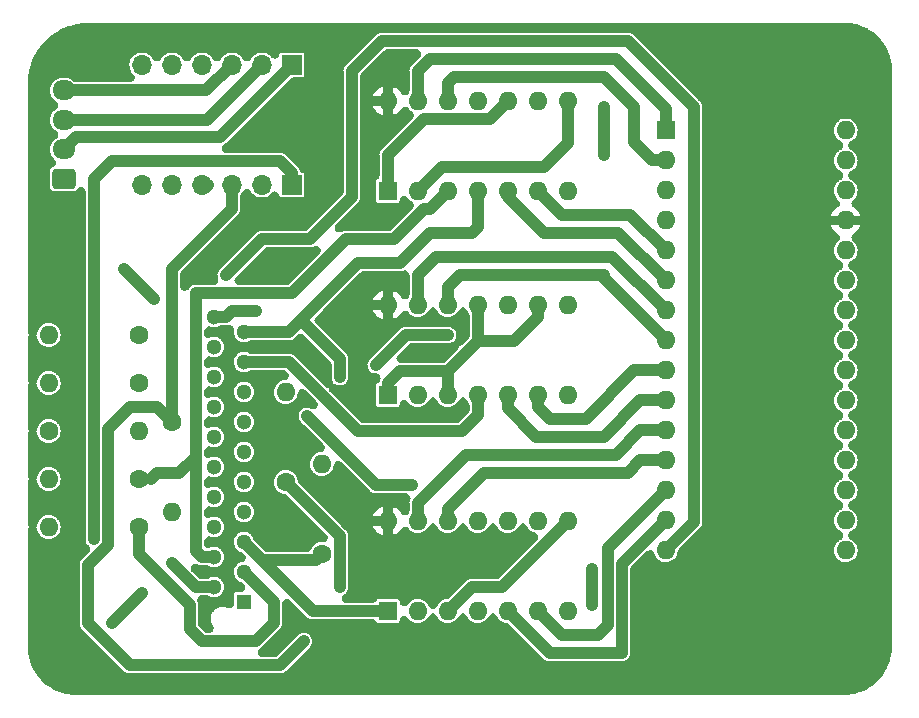
<source format=gbr>
%TF.GenerationSoftware,KiCad,Pcbnew,(7.0.0)*%
%TF.CreationDate,2023-07-07T21:43:18+02:00*%
%TF.ProjectId,newPCB,6e657750-4342-42e6-9b69-6361645f7063,rev?*%
%TF.SameCoordinates,Original*%
%TF.FileFunction,Copper,L2,Bot*%
%TF.FilePolarity,Positive*%
%FSLAX46Y46*%
G04 Gerber Fmt 4.6, Leading zero omitted, Abs format (unit mm)*
G04 Created by KiCad (PCBNEW (7.0.0)) date 2023-07-07 21:43:18*
%MOMM*%
%LPD*%
G01*
G04 APERTURE LIST*
G04 Aperture macros list*
%AMRoundRect*
0 Rectangle with rounded corners*
0 $1 Rounding radius*
0 $2 $3 $4 $5 $6 $7 $8 $9 X,Y pos of 4 corners*
0 Add a 4 corners polygon primitive as box body*
4,1,4,$2,$3,$4,$5,$6,$7,$8,$9,$2,$3,0*
0 Add four circle primitives for the rounded corners*
1,1,$1+$1,$2,$3*
1,1,$1+$1,$4,$5*
1,1,$1+$1,$6,$7*
1,1,$1+$1,$8,$9*
0 Add four rect primitives between the rounded corners*
20,1,$1+$1,$2,$3,$4,$5,0*
20,1,$1+$1,$4,$5,$6,$7,0*
20,1,$1+$1,$6,$7,$8,$9,0*
20,1,$1+$1,$8,$9,$2,$3,0*%
G04 Aperture macros list end*
%TA.AperFunction,ComponentPad*%
%ADD10C,1.600000*%
%TD*%
%TA.AperFunction,ComponentPad*%
%ADD11O,1.600000X1.600000*%
%TD*%
%TA.AperFunction,ComponentPad*%
%ADD12R,1.600000X1.600000*%
%TD*%
%TA.AperFunction,ComponentPad*%
%ADD13R,1.700000X1.700000*%
%TD*%
%TA.AperFunction,ComponentPad*%
%ADD14O,1.700000X1.700000*%
%TD*%
%TA.AperFunction,ComponentPad*%
%ADD15RoundRect,0.250000X0.725000X-0.600000X0.725000X0.600000X-0.725000X0.600000X-0.725000X-0.600000X0*%
%TD*%
%TA.AperFunction,ComponentPad*%
%ADD16O,1.950000X1.700000*%
%TD*%
%TA.AperFunction,ComponentPad*%
%ADD17R,1.300000X1.300000*%
%TD*%
%TA.AperFunction,ComponentPad*%
%ADD18C,1.300000*%
%TD*%
%TA.AperFunction,ViaPad*%
%ADD19C,0.800000*%
%TD*%
%TA.AperFunction,Conductor*%
%ADD20C,1.000000*%
%TD*%
G04 APERTURE END LIST*
D10*
%TO.P,R3,1*%
%TO.N,17*%
X59690000Y-89916000D03*
D11*
%TO.P,R3,2*%
%TO.N,11*%
X67309999Y-89915999D03*
%TD*%
D12*
%TO.P,U3,1,in/out_A*%
%TO.N,5*%
X88391999Y-105155999D03*
D11*
%TO.P,U3,2,in/out_A*%
%TO.N,18*%
X90931999Y-105155999D03*
%TO.P,U3,3,in/out_B*%
%TO.N,17*%
X93471999Y-105155999D03*
%TO.P,U3,4,in/out_B*%
%TO.N,18*%
X96011999Y-105155999D03*
%TO.P,U3,5,Control_B*%
%TO.N,B''*%
X98551999Y-105155999D03*
%TO.P,U3,6,Control_C*%
%TO.N,C''*%
X101091999Y-105155999D03*
%TO.P,U3,7,Vss*%
%TO.N,11*%
X103631999Y-105155999D03*
%TO.P,U3,8,in/out_C*%
%TO.N,17*%
X103631999Y-97535999D03*
%TO.P,U3,9,in/out_C*%
%TO.N,19*%
X101091999Y-97535999D03*
%TO.P,U3,10,in/out_D*%
%TO.N,3*%
X98551999Y-97535999D03*
%TO.P,U3,11,in/out_D*%
%TO.N,19*%
X96011999Y-97535999D03*
%TO.P,U3,12,Control_D*%
%TO.N,D''*%
X93471999Y-97535999D03*
%TO.P,U3,13,Control_A*%
%TO.N,A''*%
X90931999Y-97535999D03*
%TO.P,U3,14,Vdd*%
%TO.N,+5V*%
X88391999Y-97535999D03*
%TD*%
D13*
%TO.P,J2,1,Pin_1*%
%TO.N,SCL2*%
X80263999Y-58927999D03*
D14*
%TO.P,J2,2,Pin_2*%
%TO.N,SDA2*%
X77723999Y-58927999D03*
%TO.P,J2,3,Pin_3*%
%TO.N,3V3*%
X75183999Y-58927999D03*
%TO.P,J2,4,Pin_4*%
%TO.N,11*%
X72643999Y-58927999D03*
%TO.P,J2,5*%
%TO.N,N/C*%
X70103999Y-58927999D03*
%TO.P,J2,6*%
X67563999Y-58927999D03*
%TD*%
D10*
%TO.P,R5,1*%
%TO.N,4*%
X67310000Y-93980000D03*
D11*
%TO.P,R5,2*%
%TO.N,11*%
X59689999Y-93979999D03*
%TD*%
D12*
%TO.P,U1,1,in/out_A*%
%TO.N,5*%
X88391999Y-69595999D03*
D11*
%TO.P,U1,2,in/out_A*%
%TO.N,17*%
X90931999Y-69595999D03*
%TO.P,U1,3,in/out_B*%
%TO.N,4*%
X93471999Y-69595999D03*
%TO.P,U1,4,in/out_B*%
%TO.N,19*%
X96011999Y-69595999D03*
%TO.P,U1,5,Control_B*%
%TO.N,B*%
X98551999Y-69595999D03*
%TO.P,U1,6,Control_C*%
%TO.N,C*%
X101091999Y-69595999D03*
%TO.P,U1,7,Vss*%
%TO.N,11*%
X103631999Y-69595999D03*
%TO.P,U1,8,in/out_C*%
%TO.N,17*%
X103631999Y-61975999D03*
%TO.P,U1,9,in/out_C*%
%TO.N,4*%
X101091999Y-61975999D03*
%TO.P,U1,10,in/out_D*%
%TO.N,5*%
X98551999Y-61975999D03*
%TO.P,U1,11,in/out_D*%
%TO.N,4*%
X96011999Y-61975999D03*
%TO.P,U1,12,Control_D*%
%TO.N,D*%
X93471999Y-61975999D03*
%TO.P,U1,13,Control_A*%
%TO.N,A*%
X90931999Y-61975999D03*
%TO.P,U1,14,Vdd*%
%TO.N,+5V*%
X88391999Y-61975999D03*
%TD*%
D12*
%TO.P,A1,1,D1/TX*%
%TO.N,A*%
X111922999Y-64461999D03*
D11*
%TO.P,A1,2,D0/RX*%
%TO.N,D*%
X111922999Y-67001999D03*
%TO.P,A1,3,~{RESET}*%
%TO.N,unconnected-(A1-~{RESET}-Pad3)*%
X111922999Y-69541999D03*
%TO.P,A1,4,GND*%
%TO.N,11*%
X111922999Y-72081999D03*
%TO.P,A1,5,D2*%
%TO.N,C*%
X111922999Y-74621999D03*
%TO.P,A1,6,D3*%
%TO.N,B*%
X111922999Y-77161999D03*
%TO.P,A1,7,D4*%
%TO.N,A'*%
X111922999Y-79701999D03*
%TO.P,A1,8,D5*%
%TO.N,D'*%
X111922999Y-82241999D03*
%TO.P,A1,9,D6*%
%TO.N,C'*%
X111922999Y-84781999D03*
%TO.P,A1,10,D7*%
%TO.N,B'*%
X111922999Y-87321999D03*
%TO.P,A1,11,D8*%
%TO.N,A''*%
X111922999Y-89861999D03*
%TO.P,A1,12,D9*%
%TO.N,D''*%
X111922999Y-92401999D03*
%TO.P,A1,13,D10*%
%TO.N,C''*%
X111922999Y-94941999D03*
%TO.P,A1,14,D11*%
%TO.N,B''*%
X111922999Y-97481999D03*
%TO.P,A1,15,D12*%
%TO.N,20*%
X111922999Y-100021999D03*
%TO.P,A1,16,D13*%
%TO.N,2*%
X127162999Y-100021999D03*
%TO.P,A1,17,3V3*%
%TO.N,unconnected-(A1-3V3-Pad17)*%
X127162999Y-97481999D03*
%TO.P,A1,18,AREF*%
%TO.N,unconnected-(A1-AREF-Pad18)*%
X127162999Y-94941999D03*
%TO.P,A1,19,A0*%
%TO.N,unconnected-(A1-A0-Pad19)*%
X127162999Y-92401999D03*
%TO.P,A1,20,A1*%
%TO.N,unconnected-(A1-A1-Pad20)*%
X127162999Y-89861999D03*
%TO.P,A1,21,A2*%
%TO.N,unconnected-(A1-A2-Pad21)*%
X127162999Y-87321999D03*
%TO.P,A1,22,A3*%
%TO.N,unconnected-(A1-A3-Pad22)*%
X127162999Y-84781999D03*
%TO.P,A1,23,A4*%
%TO.N,unconnected-(A1-A4-Pad23)*%
X127162999Y-82241999D03*
%TO.P,A1,24,A5*%
%TO.N,unconnected-(A1-A5-Pad24)*%
X127162999Y-79701999D03*
%TO.P,A1,25,A6*%
%TO.N,unconnected-(A1-A6-Pad25)*%
X127162999Y-77161999D03*
%TO.P,A1,26,A7*%
%TO.N,unconnected-(A1-A7-Pad26)*%
X127162999Y-74621999D03*
%TO.P,A1,27,+5V*%
%TO.N,+5V*%
X127162999Y-72081999D03*
%TO.P,A1,28,~{RESET}*%
%TO.N,unconnected-(A1-~{RESET}-Pad28)*%
X127162999Y-69541999D03*
%TO.P,A1,29,GND*%
%TO.N,11*%
X127162999Y-67001999D03*
%TO.P,A1,30,VIN*%
%TO.N,unconnected-(A1-VIN-Pad30)*%
X127162999Y-64461999D03*
%TD*%
D10*
%TO.P,R1,1*%
%TO.N,19*%
X67310000Y-81788000D03*
D11*
%TO.P,R1,2*%
%TO.N,11*%
X59689999Y-81787999D03*
%TD*%
D10*
%TO.P,R8,1*%
%TO.N,14*%
X79756000Y-94234000D03*
D11*
%TO.P,R8,2*%
%TO.N,13*%
X79755999Y-86613999D03*
%TD*%
D15*
%TO.P,J4,1,Pin_1*%
%TO.N,11*%
X60960000Y-68580000D03*
D16*
%TO.P,J4,2,Pin_2*%
%TO.N,SCL2*%
X60959999Y-66079999D03*
%TO.P,J4,3,Pin_3*%
%TO.N,SDA2*%
X60959999Y-63579999D03*
%TO.P,J4,4,Pin_4*%
%TO.N,3V3*%
X60959999Y-61079999D03*
%TD*%
D13*
%TO.P,J3,1,Pin_1*%
%TO.N,8*%
X80263999Y-69087999D03*
D14*
%TO.P,J3,2,Pin_2*%
%TO.N,13*%
X77723999Y-69087999D03*
%TO.P,J3,3,Pin_3*%
%TO.N,14*%
X75183999Y-69087999D03*
%TO.P,J3,4,Pin_4*%
%TO.N,11*%
X72643999Y-69087999D03*
%TO.P,J3,5*%
%TO.N,N/C*%
X70103999Y-69087999D03*
%TO.P,J3,6*%
X67563999Y-69087999D03*
%TD*%
D11*
%TO.P,R4,2*%
%TO.N,11*%
X82803999Y-92709999D03*
D10*
%TO.P,R4,1*%
%TO.N,5*%
X82804000Y-100330000D03*
%TD*%
%TO.P,R2,1*%
%TO.N,18*%
X67310000Y-85852000D03*
D11*
%TO.P,R2,2*%
%TO.N,11*%
X59689999Y-85851999D03*
%TD*%
D10*
%TO.P,R6,1*%
%TO.N,3*%
X67310000Y-98044000D03*
D11*
%TO.P,R6,2*%
%TO.N,11*%
X59689999Y-98043999D03*
%TD*%
D12*
%TO.P,U2,1,in/out_A*%
%TO.N,3*%
X88391999Y-86867999D03*
D11*
%TO.P,U2,2,in/out_A*%
%TO.N,4*%
X90931999Y-86867999D03*
%TO.P,U2,3,in/out_B*%
%TO.N,3*%
X93471999Y-86867999D03*
%TO.P,U2,4,in/out_B*%
%TO.N,17*%
X96011999Y-86867999D03*
%TO.P,U2,5,Control_B*%
%TO.N,B'*%
X98551999Y-86867999D03*
%TO.P,U2,6,Control_C*%
%TO.N,C'*%
X101091999Y-86867999D03*
%TO.P,U2,7,Vss*%
%TO.N,11*%
X103631999Y-86867999D03*
%TO.P,U2,8,in/out_C*%
%TO.N,5*%
X103631999Y-79247999D03*
%TO.P,U2,9,in/out_C*%
%TO.N,3*%
X101091999Y-79247999D03*
%TO.P,U2,10,in/out_D*%
%TO.N,18*%
X98551999Y-79247999D03*
%TO.P,U2,11,in/out_D*%
%TO.N,3*%
X96011999Y-79247999D03*
%TO.P,U2,12,Control_D*%
%TO.N,D'*%
X93471999Y-79247999D03*
%TO.P,U2,13,Control_A*%
%TO.N,A'*%
X90931999Y-79247999D03*
%TO.P,U2,14,Vdd*%
%TO.N,+5V*%
X88391999Y-79247999D03*
%TD*%
D17*
%TO.P,J1,1,Pin_1*%
%TO.N,1*%
X76199999Y-104393999D03*
D18*
%TO.P,J1,2,Pin_2*%
%TO.N,2*%
X73660000Y-103124000D03*
%TO.P,J1,3,Pin_3*%
%TO.N,3*%
X76200000Y-101854000D03*
%TO.P,J1,4,Pin_4*%
%TO.N,4*%
X73660000Y-100584000D03*
%TO.P,J1,5,Pin_5*%
%TO.N,5*%
X76200000Y-99314000D03*
%TO.P,J1,6,Pin_6*%
%TO.N,6*%
X73660000Y-98044000D03*
%TO.P,J1,7,Pin_7*%
%TO.N,11*%
X76200000Y-96774000D03*
%TO.P,J1,8,Pin_8*%
%TO.N,8*%
X73660000Y-95504000D03*
%TO.P,J1,9,Pin_9*%
%TO.N,9*%
X76200000Y-94234000D03*
%TO.P,J1,10,Pin_10*%
%TO.N,10*%
X73660000Y-92964000D03*
%TO.P,J1,11,Pin_11*%
%TO.N,11*%
X76200000Y-91694000D03*
%TO.P,J1,12,Pin_12*%
%TO.N,12*%
X73660000Y-90424000D03*
%TO.P,J1,13,Pin_13*%
%TO.N,13*%
X76200000Y-89154000D03*
%TO.P,J1,14,Pin_14*%
%TO.N,14*%
X73660000Y-87884000D03*
%TO.P,J1,15,Pin_15*%
%TO.N,15*%
X76200000Y-86614000D03*
%TO.P,J1,16,Pin_16*%
%TO.N,16*%
X73660000Y-85344000D03*
%TO.P,J1,17,Pin_17*%
%TO.N,17*%
X76200000Y-84074000D03*
%TO.P,J1,18,Pin_18*%
%TO.N,18*%
X73660000Y-82804000D03*
%TO.P,J1,19,Pin_19*%
%TO.N,19*%
X76200000Y-81534000D03*
%TO.P,J1,20,Pin_20*%
%TO.N,20*%
X73660000Y-80264000D03*
%TD*%
D10*
%TO.P,R7,1*%
%TO.N,14*%
X70104000Y-89154000D03*
D11*
%TO.P,R7,2*%
%TO.N,8*%
X70103999Y-96773999D03*
%TD*%
D19*
%TO.N,11*%
X66040000Y-76200000D03*
X68580000Y-78740000D03*
%TO.N,+5V*%
X81280000Y-106426000D03*
%TO.N,2*%
X65024000Y-106172000D03*
X67564000Y-103632000D03*
X70104000Y-101092000D03*
%TO.N,20*%
X74676000Y-76708000D03*
X77216000Y-79756000D03*
%TO.N,+5V*%
X84328000Y-80264000D03*
X80264000Y-75184000D03*
%TO.N,8*%
X63500000Y-99060000D03*
%TO.N,11*%
X106680000Y-66548000D03*
X93472000Y-81788000D03*
X106680000Y-62484000D03*
X87376000Y-84328000D03*
X105664000Y-101600000D03*
X105664000Y-104648000D03*
%TO.N,14*%
X81280000Y-107696000D03*
X84328000Y-103124000D03*
%TO.N,19*%
X84328000Y-85344000D03*
X81788000Y-88900000D03*
X90424000Y-94488000D03*
%TD*%
D20*
%TO.N,8*%
X80264000Y-68072000D02*
X80264000Y-69088000D01*
X79248000Y-67056000D02*
X80264000Y-68072000D01*
X65024000Y-67056000D02*
X79248000Y-67056000D01*
X63500000Y-99060000D02*
X63500000Y-68580000D01*
X63500000Y-68580000D02*
X65024000Y-67056000D01*
%TO.N,SCL2*%
X62016000Y-65024000D02*
X60960000Y-66080000D01*
X74168000Y-65024000D02*
X62016000Y-65024000D01*
X80264000Y-58928000D02*
X74168000Y-65024000D01*
%TO.N,SDA2*%
X73072000Y-63580000D02*
X60960000Y-63580000D01*
X77724000Y-58928000D02*
X73072000Y-63580000D01*
%TO.N,3V3*%
X75184000Y-58928000D02*
X73032000Y-61080000D01*
X73032000Y-61080000D02*
X60960000Y-61080000D01*
%TO.N,14*%
X70104000Y-76200000D02*
X75184000Y-71120000D01*
X70104000Y-89154000D02*
X70104000Y-76200000D01*
X75184000Y-71120000D02*
X75184000Y-69088000D01*
%TO.N,11*%
X66040000Y-76200000D02*
X68580000Y-78740000D01*
%TO.N,2*%
X67564000Y-103632000D02*
X65024000Y-106172000D01*
%TO.N,3*%
X67310000Y-100330000D02*
X67310000Y-98044000D01*
X71628000Y-106680000D02*
X71628000Y-104648000D01*
X71628000Y-104648000D02*
X67310000Y-100330000D01*
X72644000Y-107696000D02*
X71628000Y-106680000D01*
%TO.N,2*%
X72136000Y-103124000D02*
X70104000Y-101092000D01*
X73660000Y-103124000D02*
X72136000Y-103124000D01*
%TO.N,14*%
X68834000Y-87884000D02*
X70104000Y-89154000D01*
X64700000Y-89732000D02*
X66548000Y-87884000D01*
X66548000Y-87884000D02*
X68834000Y-87884000D01*
X64700000Y-99557056D02*
X64700000Y-89732000D01*
X62992000Y-106172000D02*
X62992000Y-101265056D01*
X62992000Y-101265056D02*
X64700000Y-99557056D01*
X66548000Y-109728000D02*
X62992000Y-106172000D01*
X81280000Y-107696000D02*
X79248000Y-109728000D01*
X79248000Y-109728000D02*
X66548000Y-109728000D01*
%TO.N,20*%
X114300000Y-97645000D02*
X111923000Y-100022000D01*
X114300000Y-62484000D02*
X114300000Y-97645000D01*
X108712000Y-56896000D02*
X114300000Y-62484000D01*
X87884000Y-56896000D02*
X108712000Y-56896000D01*
X85344000Y-59436000D02*
X87884000Y-56896000D01*
X85344000Y-70104000D02*
X85344000Y-59436000D01*
X81788000Y-73660000D02*
X85344000Y-70104000D01*
X77724000Y-73660000D02*
X81788000Y-73660000D01*
X74676000Y-76708000D02*
X77724000Y-73660000D01*
X75184000Y-79756000D02*
X77216000Y-79756000D01*
X74676000Y-80264000D02*
X75184000Y-79756000D01*
X73660000Y-80264000D02*
X74676000Y-80264000D01*
%TO.N,11*%
X73172032Y-69088000D02*
X72988032Y-69272000D01*
%TO.N,D*%
X109220000Y-62484000D02*
X106680000Y-59944000D01*
X111923000Y-67002000D02*
X110791630Y-67002000D01*
X93472000Y-60452000D02*
X93472000Y-61976000D01*
X110791630Y-67002000D02*
X109220000Y-65430370D01*
X93980000Y-59944000D02*
X93472000Y-60452000D01*
X106680000Y-59944000D02*
X93980000Y-59944000D01*
X109220000Y-65430370D02*
X109220000Y-62484000D01*
%TO.N,A*%
X107696000Y-58420000D02*
X91948000Y-58420000D01*
X91948000Y-58420000D02*
X90932000Y-59436000D01*
X111923000Y-64462000D02*
X111923000Y-62647000D01*
X111923000Y-62647000D02*
X107696000Y-58420000D01*
X90932000Y-59436000D02*
X90932000Y-61976000D01*
%TO.N,B*%
X111923000Y-77162000D02*
X107913000Y-73152000D01*
X101600000Y-73152000D02*
X98552000Y-70104000D01*
X98552000Y-70104000D02*
X98552000Y-69596000D01*
X107913000Y-73152000D02*
X101600000Y-73152000D01*
%TO.N,C*%
X111923000Y-74622000D02*
X108929000Y-71628000D01*
X103124000Y-71628000D02*
X101092000Y-69596000D01*
X108929000Y-71628000D02*
X103124000Y-71628000D01*
%TO.N,D'*%
X111923000Y-82242000D02*
X106680000Y-76999000D01*
X93472000Y-77724000D02*
X93472000Y-79248000D01*
X106680000Y-76999000D02*
X106680000Y-76708000D01*
X106680000Y-76708000D02*
X94488000Y-76708000D01*
X94488000Y-76708000D02*
X93472000Y-77724000D01*
%TO.N,A'*%
X90932000Y-76708000D02*
X90932000Y-79248000D01*
X111923000Y-79702000D02*
X107405000Y-75184000D01*
X92456000Y-75184000D02*
X90932000Y-76708000D01*
X107405000Y-75184000D02*
X92456000Y-75184000D01*
%TO.N,B'*%
X106680000Y-90424000D02*
X100976630Y-90424000D01*
X111923000Y-87322000D02*
X109782000Y-87322000D01*
X109782000Y-87322000D02*
X106680000Y-90424000D01*
X100976630Y-90424000D02*
X98552000Y-87999370D01*
X98552000Y-87999370D02*
X98552000Y-86868000D01*
%TO.N,C'*%
X111923000Y-84782000D02*
X109274000Y-84782000D01*
X101092000Y-87884000D02*
X101092000Y-86868000D01*
X105156000Y-88900000D02*
X102108000Y-88900000D01*
X109274000Y-84782000D02*
X105156000Y-88900000D01*
X102108000Y-88900000D02*
X101092000Y-87884000D01*
%TO.N,D''*%
X111923000Y-92402000D02*
X109782000Y-92402000D01*
X108712000Y-93472000D02*
X96520000Y-93472000D01*
X109782000Y-92402000D02*
X108712000Y-93472000D01*
X96520000Y-93472000D02*
X93472000Y-96520000D01*
X93472000Y-96520000D02*
X93472000Y-97536000D01*
%TO.N,A''*%
X111923000Y-89862000D02*
X109782000Y-89862000D01*
X109782000Y-89862000D02*
X107696000Y-91948000D01*
X94996000Y-91948000D02*
X90932000Y-96012000D01*
X107696000Y-91948000D02*
X94996000Y-91948000D01*
X90932000Y-96012000D02*
X90932000Y-97536000D01*
%TO.N,B''*%
X108204000Y-108712000D02*
X102108000Y-108712000D01*
X108204000Y-101201000D02*
X108204000Y-108712000D01*
X111923000Y-97482000D02*
X108204000Y-101201000D01*
X102108000Y-108712000D02*
X98552000Y-105156000D01*
%TO.N,C''*%
X103124000Y-107188000D02*
X101092000Y-105156000D01*
X107004000Y-106356000D02*
X106172000Y-107188000D01*
X111923000Y-94942000D02*
X107004000Y-99861000D01*
X106172000Y-107188000D02*
X103124000Y-107188000D01*
X107004000Y-99861000D02*
X107004000Y-106356000D01*
%TO.N,3*%
X78740000Y-106172000D02*
X77216000Y-107696000D01*
X88392000Y-86868000D02*
X88392000Y-85852000D01*
X96012000Y-82296000D02*
X99060000Y-82296000D01*
X77216000Y-107696000D02*
X72644000Y-107696000D01*
X78740000Y-104394000D02*
X78740000Y-106172000D01*
X96012000Y-79248000D02*
X96012000Y-82296000D01*
X99060000Y-82296000D02*
X101092000Y-80264000D01*
X88392000Y-85852000D02*
X89408000Y-84836000D01*
X93472000Y-84836000D02*
X93472000Y-86868000D01*
X101092000Y-80264000D02*
X101092000Y-79248000D01*
X96012000Y-82296000D02*
X93472000Y-84836000D01*
X89408000Y-84836000D02*
X93472000Y-84836000D01*
X76200000Y-101854000D02*
X78740000Y-104394000D01*
%TO.N,4*%
X88900000Y-73660000D02*
X91440000Y-71120000D01*
X70725321Y-93496000D02*
X72136000Y-92085321D01*
X68810000Y-93496000D02*
X70725321Y-93496000D01*
X72136000Y-100076000D02*
X72644000Y-100584000D01*
X91948000Y-71120000D02*
X93472000Y-69596000D01*
X72136000Y-92085321D02*
X72136000Y-100076000D01*
X68326000Y-93980000D02*
X68810000Y-93496000D01*
X80264000Y-78232000D02*
X84836000Y-73660000D01*
X72644000Y-100584000D02*
X73660000Y-100584000D01*
X84836000Y-73660000D02*
X88900000Y-73660000D01*
X72136000Y-78232000D02*
X80264000Y-78232000D01*
X91440000Y-71120000D02*
X91948000Y-71120000D01*
X72136000Y-92085321D02*
X72136000Y-78232000D01*
%TO.N,5*%
X82296000Y-100838000D02*
X77724000Y-100838000D01*
X97028000Y-63500000D02*
X91440000Y-63500000D01*
X77724000Y-100838000D02*
X76200000Y-99314000D01*
X88392000Y-66548000D02*
X88392000Y-69596000D01*
X98552000Y-61976000D02*
X97028000Y-63500000D01*
X88392000Y-105156000D02*
X82042000Y-105156000D01*
X91440000Y-63500000D02*
X88392000Y-66548000D01*
X82042000Y-105156000D02*
X76200000Y-99314000D01*
%TO.N,11*%
X93472000Y-81788000D02*
X89916000Y-81788000D01*
X105664000Y-101600000D02*
X105664000Y-104648000D01*
X89916000Y-81788000D02*
X87376000Y-84328000D01*
X106680000Y-66548000D02*
X106680000Y-62484000D01*
%TO.N,14*%
X79756000Y-94234000D02*
X84328000Y-98806000D01*
X84328000Y-98806000D02*
X84328000Y-103124000D01*
%TO.N,17*%
X98044000Y-103124000D02*
X95504000Y-103124000D01*
X92964000Y-67564000D02*
X90932000Y-69596000D01*
X96012000Y-88576000D02*
X96012000Y-86868000D01*
X80010000Y-84074000D02*
X85852000Y-89916000D01*
X76200000Y-84074000D02*
X80010000Y-84074000D01*
X85852000Y-89916000D02*
X94672000Y-89916000D01*
X103632000Y-65532000D02*
X101600000Y-67564000D01*
X95504000Y-103124000D02*
X93472000Y-105156000D01*
X94672000Y-89916000D02*
X96012000Y-88576000D01*
X101600000Y-67564000D02*
X92964000Y-67564000D01*
X103632000Y-61976000D02*
X103632000Y-65532000D01*
X103632000Y-97536000D02*
X98044000Y-103124000D01*
%TO.N,19*%
X81788000Y-88900000D02*
X81534000Y-88646000D01*
X81026000Y-80518000D02*
X84328000Y-83820000D01*
X89408000Y-75692000D02*
X91948000Y-73152000D01*
X76200000Y-81534000D02*
X80010000Y-81534000D01*
X96012000Y-72644000D02*
X96012000Y-69596000D01*
X81788000Y-88900000D02*
X81788000Y-88900000D01*
X95504000Y-73152000D02*
X96012000Y-72644000D01*
X80010000Y-81534000D02*
X81026000Y-80518000D01*
X90424000Y-94488000D02*
X87376000Y-94488000D01*
X87376000Y-94488000D02*
X81788000Y-88900000D01*
X91948000Y-73152000D02*
X95504000Y-73152000D01*
X81026000Y-80518000D02*
X85852000Y-75692000D01*
X84328000Y-83820000D02*
X84328000Y-85344000D01*
X85852000Y-75692000D02*
X89408000Y-75692000D01*
X81788000Y-88900000D02*
X81788000Y-88900000D01*
%TD*%
%TA.AperFunction,Conductor*%
%TO.N,+5V*%
G36*
X89933770Y-76322297D02*
G01*
X90047126Y-76372638D01*
X90139546Y-76455357D01*
X90202100Y-76562459D01*
X90228743Y-76683596D01*
X90230270Y-76708843D01*
X90230772Y-76717131D01*
X90231500Y-76741228D01*
X90231500Y-78343131D01*
X90215829Y-78453854D01*
X90170049Y-78555879D01*
X90097754Y-78641194D01*
X90004623Y-78703096D01*
X89897973Y-78736723D01*
X89786179Y-78739433D01*
X89678024Y-78711015D01*
X89582003Y-78653699D01*
X89505659Y-78571989D01*
X89401655Y-78423456D01*
X89379341Y-78396863D01*
X89243136Y-78260658D01*
X89216538Y-78238340D01*
X89058757Y-78127861D01*
X89028693Y-78110503D01*
X88854106Y-78029092D01*
X88821504Y-78017225D01*
X88821482Y-78017220D01*
X88795913Y-78014419D01*
X88792000Y-78039844D01*
X88792000Y-80456156D01*
X88795913Y-80481580D01*
X88821482Y-80478779D01*
X88821504Y-80478774D01*
X88854106Y-80466907D01*
X89028693Y-80385496D01*
X89058757Y-80368138D01*
X89216538Y-80257659D01*
X89243136Y-80235341D01*
X89379341Y-80099136D01*
X89401650Y-80072548D01*
X89520229Y-79903200D01*
X89604751Y-79815068D01*
X89711968Y-79756626D01*
X89831840Y-79733347D01*
X89953139Y-79747412D01*
X90064503Y-79797504D01*
X90155501Y-79878931D01*
X90203834Y-79937824D01*
X90221117Y-79958883D01*
X90373462Y-80083910D01*
X90390747Y-80093149D01*
X90390750Y-80093151D01*
X90525131Y-80164979D01*
X90547273Y-80176814D01*
X90566031Y-80182504D01*
X90566033Y-80182505D01*
X90606492Y-80194778D01*
X90735868Y-80234024D01*
X90755371Y-80235944D01*
X90755372Y-80235945D01*
X90912495Y-80251420D01*
X90932000Y-80253341D01*
X91128132Y-80234024D01*
X91316727Y-80176814D01*
X91490538Y-80083910D01*
X91642883Y-79958883D01*
X91767910Y-79806538D01*
X91850113Y-79652746D01*
X91923849Y-79554769D01*
X92023856Y-79483811D01*
X92140688Y-79446573D01*
X92263312Y-79446573D01*
X92380144Y-79483811D01*
X92480151Y-79554769D01*
X92553886Y-79652746D01*
X92560111Y-79664392D01*
X92626848Y-79789249D01*
X92626852Y-79789255D01*
X92636090Y-79806538D01*
X92648523Y-79821687D01*
X92648527Y-79821693D01*
X92743834Y-79937824D01*
X92761117Y-79958883D01*
X92913462Y-80083910D01*
X92930747Y-80093149D01*
X92930750Y-80093151D01*
X93065131Y-80164979D01*
X93087273Y-80176814D01*
X93106031Y-80182504D01*
X93106033Y-80182505D01*
X93146492Y-80194778D01*
X93275868Y-80234024D01*
X93295371Y-80235944D01*
X93295372Y-80235945D01*
X93452495Y-80251420D01*
X93472000Y-80253341D01*
X93668132Y-80234024D01*
X93856727Y-80176814D01*
X94030538Y-80083910D01*
X94182883Y-79958883D01*
X94307910Y-79806538D01*
X94390113Y-79652746D01*
X94463849Y-79554769D01*
X94563856Y-79483811D01*
X94680688Y-79446573D01*
X94803312Y-79446573D01*
X94920144Y-79483811D01*
X95020151Y-79554769D01*
X95093886Y-79652746D01*
X95100111Y-79664392D01*
X95166848Y-79789249D01*
X95166852Y-79789255D01*
X95176090Y-79806538D01*
X95220934Y-79861180D01*
X95270351Y-79937824D01*
X95301077Y-80023695D01*
X95311500Y-80114299D01*
X95311500Y-81840571D01*
X95297904Y-81943840D01*
X95258044Y-82040071D01*
X95194635Y-82122707D01*
X94718250Y-82599091D01*
X94627911Y-82666834D01*
X94522212Y-82706555D01*
X94409617Y-82715074D01*
X94389503Y-82710819D01*
X94393758Y-82730933D01*
X94385239Y-82843528D01*
X94345518Y-82949228D01*
X94277775Y-83039566D01*
X93298707Y-84018635D01*
X93216071Y-84082044D01*
X93119840Y-84121904D01*
X93016571Y-84135500D01*
X89522429Y-84135500D01*
X89406605Y-84118319D01*
X89300756Y-84068256D01*
X89213998Y-83989623D01*
X89153801Y-83889191D01*
X89125350Y-83775609D01*
X89131096Y-83658659D01*
X89170542Y-83548413D01*
X89240293Y-83454364D01*
X90089293Y-82605364D01*
X90171929Y-82541956D01*
X90268160Y-82502096D01*
X90371429Y-82488500D01*
X93502319Y-82488500D01*
X93514372Y-82488500D01*
X93640872Y-82473140D01*
X93799930Y-82412818D01*
X93814942Y-82402455D01*
X93916613Y-82366335D01*
X94029344Y-82359857D01*
X94041296Y-82362612D01*
X94038541Y-82350659D01*
X94045019Y-82237928D01*
X94082818Y-82131531D01*
X94131790Y-82038225D01*
X94172500Y-81873056D01*
X94172500Y-81702944D01*
X94131790Y-81537775D01*
X94052734Y-81387148D01*
X93939929Y-81259817D01*
X93799930Y-81163182D01*
X93727130Y-81135573D01*
X93663441Y-81111419D01*
X93663439Y-81111418D01*
X93640872Y-81102860D01*
X93616915Y-81099951D01*
X93616911Y-81099950D01*
X93526335Y-81088952D01*
X93526325Y-81088951D01*
X93514372Y-81087500D01*
X93502319Y-81087500D01*
X89949214Y-81087500D01*
X89925123Y-81086772D01*
X89897482Y-81085100D01*
X89873394Y-81083643D01*
X89849660Y-81087991D01*
X89849659Y-81087992D01*
X89844421Y-81088952D01*
X89822388Y-81092989D01*
X89798596Y-81096610D01*
X89771076Y-81099951D01*
X89771068Y-81099952D01*
X89747128Y-81102860D01*
X89727482Y-81110309D01*
X89726732Y-81110518D01*
X89706068Y-81114306D01*
X89684068Y-81124206D01*
X89684062Y-81124209D01*
X89658812Y-81135573D01*
X89636556Y-81144792D01*
X89610639Y-81154621D01*
X89610628Y-81154626D01*
X89588070Y-81163182D01*
X89570769Y-81175123D01*
X89570102Y-81175499D01*
X89550943Y-81184123D01*
X89531950Y-81199002D01*
X89531941Y-81199008D01*
X89510139Y-81216089D01*
X89490745Y-81230359D01*
X89467936Y-81246103D01*
X89467926Y-81246111D01*
X89448071Y-81259817D01*
X89432072Y-81277874D01*
X89432067Y-81277880D01*
X89413705Y-81298607D01*
X89397191Y-81316149D01*
X86859235Y-83854106D01*
X86859219Y-83854123D01*
X86850710Y-83862633D01*
X86843287Y-83872107D01*
X86843277Y-83872119D01*
X86787006Y-83943944D01*
X86787003Y-83943948D01*
X86772122Y-83962943D01*
X86762217Y-83984949D01*
X86762216Y-83984952D01*
X86712212Y-84096054D01*
X86712210Y-84096059D01*
X86702305Y-84118068D01*
X86697954Y-84141808D01*
X86697954Y-84141810D01*
X86675991Y-84261658D01*
X86675990Y-84261663D01*
X86671642Y-84285394D01*
X86673099Y-84309480D01*
X86673099Y-84309481D01*
X86680456Y-84431106D01*
X86680457Y-84431111D01*
X86681914Y-84455196D01*
X86689091Y-84478231D01*
X86689093Y-84478237D01*
X86722632Y-84585868D01*
X86732522Y-84617606D01*
X86820528Y-84763185D01*
X86940815Y-84883472D01*
X87086394Y-84971478D01*
X87248804Y-85022086D01*
X87400399Y-85031256D01*
X87521554Y-85057905D01*
X87628671Y-85120477D01*
X87711393Y-85212924D01*
X87761723Y-85326309D01*
X87774796Y-85449672D01*
X87749349Y-85571087D01*
X87748776Y-85572597D01*
X87739585Y-85594783D01*
X87728208Y-85620062D01*
X87728206Y-85620067D01*
X87718305Y-85642068D01*
X87716506Y-85651878D01*
X87678861Y-85733589D01*
X87613116Y-85813085D01*
X87529188Y-85873069D01*
X87520257Y-85877842D01*
X87513769Y-85879133D01*
X87497482Y-85890015D01*
X87497474Y-85890020D01*
X87463742Y-85912560D01*
X87463738Y-85912562D01*
X87447448Y-85923448D01*
X87436562Y-85939738D01*
X87436560Y-85939742D01*
X87414024Y-85973469D01*
X87403133Y-85989769D01*
X87399309Y-86008990D01*
X87399307Y-86008999D01*
X87395325Y-86029019D01*
X87395324Y-86029025D01*
X87391500Y-86048252D01*
X87391500Y-87687748D01*
X87395324Y-87706975D01*
X87395325Y-87706980D01*
X87399307Y-87727000D01*
X87399309Y-87727006D01*
X87403133Y-87746231D01*
X87447448Y-87812552D01*
X87513769Y-87856867D01*
X87572252Y-87868500D01*
X89192140Y-87868500D01*
X89211748Y-87868500D01*
X89270231Y-87856867D01*
X89336552Y-87812552D01*
X89380867Y-87746231D01*
X89392500Y-87687748D01*
X89392500Y-87668139D01*
X89394421Y-87648637D01*
X89397966Y-87648986D01*
X89411131Y-87563841D01*
X89465284Y-87454594D01*
X89549901Y-87366802D01*
X89657080Y-87308665D01*
X89776813Y-87285611D01*
X89897918Y-87299794D01*
X90009084Y-87349889D01*
X90099927Y-87431213D01*
X90221117Y-87578883D01*
X90236274Y-87591322D01*
X90353768Y-87687748D01*
X90373462Y-87703910D01*
X90390747Y-87713149D01*
X90390750Y-87713151D01*
X90462790Y-87751657D01*
X90547273Y-87796814D01*
X90566031Y-87802504D01*
X90566033Y-87802505D01*
X90594654Y-87811187D01*
X90735868Y-87854024D01*
X90755371Y-87855944D01*
X90755372Y-87855945D01*
X90912495Y-87871420D01*
X90932000Y-87873341D01*
X90981153Y-87868500D01*
X91038712Y-87862831D01*
X91128132Y-87854024D01*
X91316727Y-87796814D01*
X91490538Y-87703910D01*
X91642883Y-87578883D01*
X91767910Y-87426538D01*
X91850113Y-87272746D01*
X91923849Y-87174769D01*
X92023856Y-87103811D01*
X92140688Y-87066573D01*
X92263312Y-87066573D01*
X92380144Y-87103811D01*
X92480151Y-87174769D01*
X92553887Y-87272747D01*
X92626848Y-87409249D01*
X92626852Y-87409255D01*
X92636090Y-87426538D01*
X92648523Y-87441687D01*
X92648527Y-87441693D01*
X92742382Y-87556055D01*
X92761117Y-87578883D01*
X92776274Y-87591322D01*
X92893768Y-87687748D01*
X92913462Y-87703910D01*
X92930747Y-87713149D01*
X92930750Y-87713151D01*
X93002790Y-87751657D01*
X93087273Y-87796814D01*
X93106031Y-87802504D01*
X93106033Y-87802505D01*
X93134654Y-87811187D01*
X93275868Y-87854024D01*
X93295371Y-87855944D01*
X93295372Y-87855945D01*
X93452495Y-87871420D01*
X93472000Y-87873341D01*
X93521153Y-87868500D01*
X93578712Y-87862831D01*
X93668132Y-87854024D01*
X93856727Y-87796814D01*
X94030538Y-87703910D01*
X94182883Y-87578883D01*
X94307910Y-87426538D01*
X94390113Y-87272746D01*
X94463849Y-87174769D01*
X94563856Y-87103811D01*
X94680688Y-87066573D01*
X94803312Y-87066573D01*
X94920144Y-87103811D01*
X95020151Y-87174769D01*
X95093887Y-87272747D01*
X95166848Y-87409249D01*
X95166852Y-87409255D01*
X95176090Y-87426538D01*
X95220934Y-87481180D01*
X95270351Y-87557824D01*
X95301077Y-87643695D01*
X95311500Y-87734299D01*
X95311500Y-88120571D01*
X95297904Y-88223840D01*
X95258044Y-88320071D01*
X95194636Y-88402707D01*
X94498707Y-89098636D01*
X94416071Y-89162044D01*
X94319840Y-89201904D01*
X94216571Y-89215500D01*
X86307429Y-89215500D01*
X86204160Y-89201904D01*
X86107929Y-89162044D01*
X86025293Y-89098636D01*
X83516908Y-86590251D01*
X83449166Y-86499912D01*
X83409444Y-86394212D01*
X83400925Y-86281618D01*
X83405179Y-86261503D01*
X83385064Y-86265758D01*
X83272470Y-86257239D01*
X83166771Y-86217517D01*
X83076432Y-86149775D01*
X80528804Y-83602147D01*
X80512301Y-83584615D01*
X80477929Y-83545817D01*
X80458069Y-83532108D01*
X80458063Y-83532103D01*
X80435262Y-83516365D01*
X80415855Y-83502085D01*
X80394058Y-83485008D01*
X80394056Y-83485007D01*
X80375057Y-83470122D01*
X80355889Y-83461495D01*
X80355228Y-83461122D01*
X80337930Y-83449182D01*
X80315372Y-83440626D01*
X80315367Y-83440624D01*
X80289463Y-83430800D01*
X80267203Y-83421579D01*
X80241938Y-83410208D01*
X80241930Y-83410205D01*
X80219932Y-83400305D01*
X80199259Y-83396516D01*
X80198511Y-83396307D01*
X80178872Y-83388860D01*
X80127429Y-83382613D01*
X80103609Y-83378988D01*
X80102545Y-83378793D01*
X80052606Y-83369642D01*
X80028518Y-83371099D01*
X80000865Y-83372772D01*
X79976772Y-83373500D01*
X76799609Y-83373500D01*
X76696341Y-83359905D01*
X76628329Y-83331733D01*
X76627593Y-83333388D01*
X76464267Y-83260671D01*
X76443821Y-83256325D01*
X76443818Y-83256324D01*
X76309840Y-83227846D01*
X76309834Y-83227845D01*
X76289391Y-83223500D01*
X76110609Y-83223500D01*
X76090166Y-83227845D01*
X76090159Y-83227846D01*
X75956186Y-83256323D01*
X75956180Y-83256324D01*
X75935733Y-83260671D01*
X75916637Y-83269172D01*
X75916631Y-83269175D01*
X75791506Y-83324884D01*
X75791498Y-83324888D01*
X75772408Y-83333388D01*
X75755500Y-83345672D01*
X75755492Y-83345677D01*
X75644689Y-83426181D01*
X75644685Y-83426184D01*
X75627770Y-83438474D01*
X75613780Y-83454010D01*
X75613777Y-83454014D01*
X75522133Y-83555794D01*
X75522127Y-83555801D01*
X75508141Y-83571335D01*
X75497688Y-83589438D01*
X75497685Y-83589444D01*
X75432363Y-83702586D01*
X75418750Y-83726165D01*
X75412288Y-83746052D01*
X75412287Y-83746055D01*
X75374001Y-83863887D01*
X75363503Y-83896197D01*
X75361317Y-83916993D01*
X75361316Y-83916999D01*
X75350634Y-84018635D01*
X75344815Y-84074000D01*
X75347001Y-84094798D01*
X75359899Y-84217520D01*
X75363503Y-84251803D01*
X75418750Y-84421835D01*
X75429206Y-84439945D01*
X75486495Y-84539174D01*
X75508141Y-84576665D01*
X75522131Y-84592203D01*
X75522133Y-84592205D01*
X75563600Y-84638259D01*
X75627770Y-84709526D01*
X75772407Y-84814612D01*
X75935733Y-84887329D01*
X76110609Y-84924500D01*
X76268484Y-84924500D01*
X76289391Y-84924500D01*
X76464267Y-84887329D01*
X76627593Y-84814612D01*
X76628329Y-84816266D01*
X76696341Y-84788095D01*
X76799609Y-84774500D01*
X79554571Y-84774500D01*
X79657840Y-84788096D01*
X79754071Y-84827956D01*
X79836707Y-84891364D01*
X79885926Y-84940583D01*
X79953342Y-85030328D01*
X79993095Y-85135297D01*
X80002039Y-85247186D01*
X79979466Y-85357137D01*
X79927163Y-85456452D01*
X79849268Y-85537269D01*
X79751947Y-85593193D01*
X79642900Y-85619798D01*
X79579371Y-85626055D01*
X79579369Y-85626055D01*
X79559868Y-85627976D01*
X79541119Y-85633663D01*
X79541111Y-85633665D01*
X79390033Y-85679494D01*
X79390022Y-85679498D01*
X79371273Y-85685186D01*
X79353993Y-85694421D01*
X79353984Y-85694426D01*
X79214750Y-85768848D01*
X79214739Y-85768854D01*
X79197462Y-85778090D01*
X79182314Y-85790521D01*
X79182306Y-85790527D01*
X79060274Y-85890677D01*
X79060268Y-85890682D01*
X79045117Y-85903117D01*
X79032682Y-85918268D01*
X79032677Y-85918274D01*
X78932527Y-86040306D01*
X78932521Y-86040314D01*
X78920090Y-86055462D01*
X78910854Y-86072739D01*
X78910848Y-86072750D01*
X78836426Y-86211984D01*
X78836421Y-86211993D01*
X78827186Y-86229273D01*
X78821498Y-86248022D01*
X78821494Y-86248033D01*
X78775665Y-86399111D01*
X78775663Y-86399119D01*
X78769976Y-86417868D01*
X78768056Y-86437361D01*
X78768054Y-86437372D01*
X78754468Y-86575322D01*
X78750659Y-86614000D01*
X78752580Y-86633505D01*
X78768054Y-86790627D01*
X78768055Y-86790636D01*
X78769976Y-86810132D01*
X78775663Y-86828882D01*
X78775665Y-86828888D01*
X78821494Y-86979966D01*
X78821497Y-86979973D01*
X78827186Y-86998727D01*
X78836423Y-87016009D01*
X78836426Y-87016015D01*
X78910848Y-87155249D01*
X78910852Y-87155255D01*
X78920090Y-87172538D01*
X78932525Y-87187690D01*
X78932527Y-87187693D01*
X79031807Y-87308665D01*
X79045117Y-87324883D01*
X79060274Y-87337322D01*
X79175242Y-87431675D01*
X79197462Y-87449910D01*
X79214747Y-87459149D01*
X79214750Y-87459151D01*
X79324950Y-87518054D01*
X79371273Y-87542814D01*
X79390031Y-87548504D01*
X79390033Y-87548505D01*
X79440589Y-87563841D01*
X79559868Y-87600024D01*
X79579371Y-87601944D01*
X79579372Y-87601945D01*
X79736495Y-87617420D01*
X79756000Y-87619341D01*
X79952132Y-87600024D01*
X80140727Y-87542814D01*
X80314538Y-87449910D01*
X80466883Y-87324883D01*
X80591910Y-87172538D01*
X80684814Y-86998727D01*
X80742024Y-86810132D01*
X80750201Y-86727101D01*
X80776805Y-86618057D01*
X80832728Y-86520734D01*
X80913545Y-86442838D01*
X81012859Y-86390534D01*
X81122812Y-86367960D01*
X81234700Y-86376904D01*
X81339671Y-86416657D01*
X81429416Y-86484073D01*
X82338644Y-87393301D01*
X82411042Y-87492388D01*
X82449903Y-87608791D01*
X82451550Y-87731498D01*
X82415828Y-87848902D01*
X82346116Y-87949897D01*
X82249009Y-88024929D01*
X82133691Y-88066901D01*
X82011073Y-88071842D01*
X81892755Y-88039286D01*
X81743932Y-87972305D01*
X81710301Y-87966142D01*
X81600341Y-87945991D01*
X81600336Y-87945990D01*
X81576606Y-87941642D01*
X81552519Y-87943099D01*
X81430893Y-87950456D01*
X81430886Y-87950457D01*
X81406804Y-87951914D01*
X81383770Y-87959091D01*
X81383762Y-87959093D01*
X81267435Y-87995342D01*
X81267433Y-87995342D01*
X81244394Y-88002522D01*
X81223745Y-88015004D01*
X81223740Y-88015007D01*
X81119468Y-88078042D01*
X81119463Y-88078045D01*
X81098815Y-88090528D01*
X81081754Y-88107588D01*
X81081750Y-88107592D01*
X80995592Y-88193750D01*
X80995588Y-88193754D01*
X80978528Y-88210815D01*
X80966045Y-88231463D01*
X80966042Y-88231468D01*
X80903007Y-88335740D01*
X80903004Y-88335745D01*
X80890522Y-88356394D01*
X80883342Y-88379433D01*
X80883342Y-88379435D01*
X80847093Y-88495762D01*
X80847091Y-88495770D01*
X80839914Y-88518804D01*
X80838457Y-88542886D01*
X80838456Y-88542893D01*
X80831777Y-88653312D01*
X80829642Y-88688606D01*
X80833990Y-88712336D01*
X80833991Y-88712341D01*
X80847477Y-88785932D01*
X80860305Y-88855932D01*
X80870211Y-88877942D01*
X80870212Y-88877945D01*
X80896190Y-88935665D01*
X80930122Y-89011057D01*
X80945005Y-89030054D01*
X80945006Y-89030055D01*
X80995737Y-89094809D01*
X81008710Y-89111367D01*
X81017228Y-89119885D01*
X81269186Y-89371843D01*
X81285706Y-89389393D01*
X81320071Y-89428183D01*
X81336592Y-89439587D01*
X81342342Y-89444999D01*
X82933926Y-91036583D01*
X83001342Y-91126328D01*
X83041095Y-91231297D01*
X83050039Y-91343186D01*
X83027466Y-91453137D01*
X82975163Y-91552452D01*
X82897268Y-91633269D01*
X82799947Y-91689193D01*
X82690900Y-91715798D01*
X82627371Y-91722055D01*
X82627369Y-91722055D01*
X82607868Y-91723976D01*
X82589119Y-91729663D01*
X82589111Y-91729665D01*
X82438033Y-91775494D01*
X82438022Y-91775498D01*
X82419273Y-91781186D01*
X82401993Y-91790421D01*
X82401984Y-91790426D01*
X82262750Y-91864848D01*
X82262739Y-91864854D01*
X82245462Y-91874090D01*
X82230314Y-91886521D01*
X82230306Y-91886527D01*
X82108274Y-91986677D01*
X82108268Y-91986682D01*
X82093117Y-91999117D01*
X82080682Y-92014268D01*
X82080677Y-92014274D01*
X81980527Y-92136306D01*
X81980521Y-92136314D01*
X81968090Y-92151462D01*
X81958854Y-92168739D01*
X81958848Y-92168750D01*
X81884426Y-92307984D01*
X81884421Y-92307993D01*
X81875186Y-92325273D01*
X81869498Y-92344022D01*
X81869494Y-92344033D01*
X81823665Y-92495111D01*
X81823663Y-92495119D01*
X81817976Y-92513868D01*
X81816056Y-92533361D01*
X81816054Y-92533372D01*
X81804716Y-92648500D01*
X81798659Y-92710000D01*
X81800580Y-92729505D01*
X81816054Y-92886627D01*
X81816055Y-92886636D01*
X81817976Y-92906132D01*
X81823663Y-92924882D01*
X81823665Y-92924888D01*
X81869494Y-93075966D01*
X81869497Y-93075973D01*
X81875186Y-93094727D01*
X81884423Y-93112009D01*
X81884426Y-93112015D01*
X81958848Y-93251249D01*
X81958852Y-93251255D01*
X81968090Y-93268538D01*
X81980525Y-93283690D01*
X81980527Y-93283693D01*
X82019199Y-93330814D01*
X82093117Y-93420883D01*
X82108274Y-93433322D01*
X82202530Y-93510677D01*
X82245462Y-93545910D01*
X82262747Y-93555149D01*
X82262750Y-93555151D01*
X82372911Y-93614033D01*
X82419273Y-93638814D01*
X82438031Y-93644504D01*
X82438033Y-93644505D01*
X82490122Y-93660306D01*
X82607868Y-93696024D01*
X82627371Y-93697944D01*
X82627372Y-93697945D01*
X82784495Y-93713420D01*
X82804000Y-93715341D01*
X83000132Y-93696024D01*
X83188727Y-93638814D01*
X83362538Y-93545910D01*
X83514883Y-93420883D01*
X83639910Y-93268538D01*
X83732814Y-93094727D01*
X83790024Y-92906132D01*
X83798201Y-92823101D01*
X83824805Y-92714057D01*
X83880728Y-92616734D01*
X83961545Y-92538838D01*
X84060859Y-92486534D01*
X84170812Y-92463960D01*
X84282700Y-92472904D01*
X84387671Y-92512657D01*
X84477416Y-92580073D01*
X86857186Y-94959843D01*
X86873706Y-94977393D01*
X86880747Y-94985341D01*
X86908071Y-95016183D01*
X86950737Y-95045633D01*
X86970145Y-95059914D01*
X87010943Y-95091877D01*
X87030122Y-95100508D01*
X87030750Y-95100862D01*
X87048070Y-95112818D01*
X87070632Y-95121374D01*
X87070635Y-95121376D01*
X87096532Y-95131197D01*
X87118807Y-95140424D01*
X87144050Y-95151785D01*
X87144055Y-95151786D01*
X87166068Y-95161694D01*
X87186755Y-95165484D01*
X87187463Y-95165682D01*
X87207128Y-95173140D01*
X87231136Y-95176055D01*
X87258586Y-95179388D01*
X87282397Y-95183011D01*
X87333394Y-95192357D01*
X87382069Y-95189412D01*
X87385125Y-95189228D01*
X87409215Y-95188500D01*
X89917075Y-95188500D01*
X90025893Y-95203626D01*
X90126461Y-95247855D01*
X90211154Y-95317836D01*
X90273551Y-95408262D01*
X90308920Y-95512278D01*
X90314581Y-95621996D01*
X90290104Y-95729099D01*
X90288761Y-95732637D01*
X90279585Y-95754783D01*
X90268207Y-95780064D01*
X90268204Y-95780070D01*
X90258305Y-95802068D01*
X90254517Y-95822730D01*
X90254304Y-95823496D01*
X90246860Y-95843128D01*
X90243951Y-95867076D01*
X90243951Y-95867080D01*
X90240612Y-95894579D01*
X90236988Y-95918389D01*
X90235072Y-95928848D01*
X90227642Y-95969394D01*
X90229099Y-95993481D01*
X90229099Y-95993483D01*
X90230772Y-96021135D01*
X90231500Y-96045228D01*
X90231500Y-96631131D01*
X90215829Y-96741854D01*
X90170049Y-96843879D01*
X90097754Y-96929194D01*
X90004623Y-96991096D01*
X89897973Y-97024723D01*
X89786179Y-97027433D01*
X89678024Y-96999015D01*
X89582003Y-96941699D01*
X89505659Y-96859989D01*
X89401655Y-96711456D01*
X89379341Y-96684863D01*
X89243136Y-96548658D01*
X89216538Y-96526340D01*
X89058757Y-96415861D01*
X89028693Y-96398503D01*
X88854106Y-96317092D01*
X88821504Y-96305225D01*
X88821482Y-96305220D01*
X88795913Y-96302419D01*
X88792000Y-96327844D01*
X88792000Y-98744156D01*
X88795913Y-98769580D01*
X88821482Y-98766779D01*
X88821504Y-98766774D01*
X88854106Y-98754907D01*
X89028693Y-98673496D01*
X89058757Y-98656138D01*
X89216538Y-98545659D01*
X89243136Y-98523341D01*
X89379341Y-98387136D01*
X89401650Y-98360548D01*
X89520229Y-98191200D01*
X89604751Y-98103068D01*
X89711968Y-98044626D01*
X89831840Y-98021347D01*
X89953139Y-98035412D01*
X90064503Y-98085504D01*
X90155501Y-98166931D01*
X90208675Y-98231723D01*
X90221117Y-98246883D01*
X90236274Y-98259322D01*
X90356433Y-98357935D01*
X90373462Y-98371910D01*
X90390747Y-98381149D01*
X90390750Y-98381151D01*
X90529984Y-98455573D01*
X90547273Y-98464814D01*
X90566031Y-98470504D01*
X90566033Y-98470505D01*
X90621534Y-98487341D01*
X90735868Y-98522024D01*
X90755371Y-98523944D01*
X90755372Y-98523945D01*
X90912495Y-98539420D01*
X90932000Y-98541341D01*
X91128132Y-98522024D01*
X91316727Y-98464814D01*
X91490538Y-98371910D01*
X91642883Y-98246883D01*
X91767910Y-98094538D01*
X91850113Y-97940746D01*
X91923849Y-97842769D01*
X92023856Y-97771811D01*
X92140688Y-97734573D01*
X92263312Y-97734573D01*
X92380144Y-97771811D01*
X92480151Y-97842769D01*
X92553887Y-97940747D01*
X92626848Y-98077249D01*
X92626852Y-98077255D01*
X92636090Y-98094538D01*
X92648525Y-98109690D01*
X92648527Y-98109693D01*
X92739569Y-98220627D01*
X92761117Y-98246883D01*
X92776274Y-98259322D01*
X92896433Y-98357935D01*
X92913462Y-98371910D01*
X92930747Y-98381149D01*
X92930750Y-98381151D01*
X93069984Y-98455573D01*
X93087273Y-98464814D01*
X93106031Y-98470504D01*
X93106033Y-98470505D01*
X93161534Y-98487341D01*
X93275868Y-98522024D01*
X93295371Y-98523944D01*
X93295372Y-98523945D01*
X93452495Y-98539420D01*
X93472000Y-98541341D01*
X93668132Y-98522024D01*
X93856727Y-98464814D01*
X94030538Y-98371910D01*
X94182883Y-98246883D01*
X94307910Y-98094538D01*
X94390113Y-97940746D01*
X94463849Y-97842769D01*
X94563856Y-97771811D01*
X94680688Y-97734573D01*
X94803312Y-97734573D01*
X94920144Y-97771811D01*
X95020151Y-97842769D01*
X95093887Y-97940747D01*
X95166848Y-98077249D01*
X95166852Y-98077255D01*
X95176090Y-98094538D01*
X95188525Y-98109690D01*
X95188527Y-98109693D01*
X95279569Y-98220627D01*
X95301117Y-98246883D01*
X95316274Y-98259322D01*
X95436433Y-98357935D01*
X95453462Y-98371910D01*
X95470747Y-98381149D01*
X95470750Y-98381151D01*
X95609984Y-98455573D01*
X95627273Y-98464814D01*
X95646031Y-98470504D01*
X95646033Y-98470505D01*
X95701534Y-98487341D01*
X95815868Y-98522024D01*
X95835371Y-98523944D01*
X95835372Y-98523945D01*
X95992495Y-98539420D01*
X96012000Y-98541341D01*
X96208132Y-98522024D01*
X96396727Y-98464814D01*
X96570538Y-98371910D01*
X96722883Y-98246883D01*
X96847910Y-98094538D01*
X96930113Y-97940746D01*
X97003849Y-97842769D01*
X97103856Y-97771811D01*
X97220688Y-97734573D01*
X97343312Y-97734573D01*
X97460144Y-97771811D01*
X97560151Y-97842769D01*
X97633887Y-97940747D01*
X97706848Y-98077249D01*
X97706852Y-98077255D01*
X97716090Y-98094538D01*
X97728525Y-98109690D01*
X97728527Y-98109693D01*
X97819569Y-98220627D01*
X97841117Y-98246883D01*
X97856274Y-98259322D01*
X97976433Y-98357935D01*
X97993462Y-98371910D01*
X98010747Y-98381149D01*
X98010750Y-98381151D01*
X98149984Y-98455573D01*
X98167273Y-98464814D01*
X98186031Y-98470504D01*
X98186033Y-98470505D01*
X98241534Y-98487341D01*
X98355868Y-98522024D01*
X98375371Y-98523944D01*
X98375372Y-98523945D01*
X98532495Y-98539420D01*
X98552000Y-98541341D01*
X98748132Y-98522024D01*
X98936727Y-98464814D01*
X99110538Y-98371910D01*
X99262883Y-98246883D01*
X99387910Y-98094538D01*
X99470113Y-97940746D01*
X99543849Y-97842769D01*
X99643856Y-97771811D01*
X99760688Y-97734573D01*
X99883312Y-97734573D01*
X100000144Y-97771811D01*
X100100151Y-97842769D01*
X100173887Y-97940747D01*
X100246848Y-98077249D01*
X100246852Y-98077255D01*
X100256090Y-98094538D01*
X100268525Y-98109690D01*
X100268527Y-98109693D01*
X100359569Y-98220627D01*
X100381117Y-98246883D01*
X100396274Y-98259322D01*
X100516433Y-98357935D01*
X100533462Y-98371910D01*
X100550747Y-98381149D01*
X100550750Y-98381151D01*
X100689984Y-98455573D01*
X100707273Y-98464814D01*
X100841533Y-98505541D01*
X100947381Y-98555603D01*
X101034140Y-98634237D01*
X101094337Y-98734669D01*
X101122788Y-98848251D01*
X101117042Y-98965201D01*
X101077596Y-99075447D01*
X101007845Y-99169496D01*
X97870707Y-102306636D01*
X97788071Y-102370044D01*
X97691840Y-102409904D01*
X97588571Y-102423500D01*
X95537228Y-102423500D01*
X95513135Y-102422772D01*
X95485482Y-102421099D01*
X95485480Y-102421099D01*
X95461394Y-102419642D01*
X95437656Y-102423991D01*
X95437652Y-102423992D01*
X95410389Y-102428988D01*
X95386572Y-102432613D01*
X95359083Y-102435951D01*
X95359082Y-102435951D01*
X95335128Y-102438860D01*
X95315489Y-102446307D01*
X95314737Y-102446516D01*
X95294069Y-102450305D01*
X95272074Y-102460203D01*
X95272064Y-102460207D01*
X95246788Y-102471583D01*
X95224537Y-102480800D01*
X95198635Y-102490623D01*
X95198627Y-102490627D01*
X95176070Y-102499182D01*
X95158782Y-102511114D01*
X95158096Y-102511501D01*
X95138943Y-102520122D01*
X95119957Y-102534996D01*
X95119949Y-102535001D01*
X95098134Y-102552092D01*
X95078739Y-102566364D01*
X95055931Y-102582107D01*
X95055925Y-102582112D01*
X95036071Y-102595817D01*
X95020072Y-102613874D01*
X95020067Y-102613880D01*
X95001705Y-102634607D01*
X94985191Y-102652150D01*
X93589236Y-104048105D01*
X93517799Y-104104801D01*
X93435355Y-104143794D01*
X93346209Y-104163048D01*
X93295372Y-104168055D01*
X93295371Y-104168055D01*
X93275868Y-104169976D01*
X93257119Y-104175663D01*
X93257111Y-104175665D01*
X93106033Y-104221494D01*
X93106022Y-104221498D01*
X93087273Y-104227186D01*
X93069993Y-104236421D01*
X93069984Y-104236426D01*
X92930750Y-104310848D01*
X92930739Y-104310854D01*
X92913462Y-104320090D01*
X92898314Y-104332521D01*
X92898306Y-104332527D01*
X92776274Y-104432677D01*
X92776268Y-104432682D01*
X92761117Y-104445117D01*
X92748682Y-104460268D01*
X92748677Y-104460274D01*
X92648527Y-104582306D01*
X92648521Y-104582314D01*
X92636090Y-104597462D01*
X92626852Y-104614744D01*
X92626846Y-104614754D01*
X92553886Y-104751253D01*
X92480150Y-104849230D01*
X92380144Y-104920189D01*
X92263312Y-104957426D01*
X92140688Y-104957426D01*
X92023856Y-104920189D01*
X91923850Y-104849230D01*
X91850114Y-104751253D01*
X91777153Y-104614754D01*
X91777151Y-104614752D01*
X91767910Y-104597462D01*
X91754938Y-104581656D01*
X91655322Y-104460274D01*
X91642883Y-104445117D01*
X91606378Y-104415158D01*
X91505693Y-104332527D01*
X91505690Y-104332525D01*
X91490538Y-104320090D01*
X91473255Y-104310852D01*
X91473249Y-104310848D01*
X91334015Y-104236426D01*
X91334009Y-104236423D01*
X91316727Y-104227186D01*
X91297973Y-104221497D01*
X91297966Y-104221494D01*
X91146888Y-104175665D01*
X91146882Y-104175663D01*
X91128132Y-104169976D01*
X91108636Y-104168055D01*
X91108627Y-104168054D01*
X90951505Y-104152580D01*
X90932000Y-104150659D01*
X90912495Y-104152580D01*
X90755372Y-104168054D01*
X90755361Y-104168056D01*
X90735868Y-104169976D01*
X90717119Y-104175663D01*
X90717111Y-104175665D01*
X90566033Y-104221494D01*
X90566022Y-104221498D01*
X90547273Y-104227186D01*
X90529993Y-104236421D01*
X90529984Y-104236426D01*
X90390750Y-104310848D01*
X90390739Y-104310854D01*
X90373462Y-104320090D01*
X90358314Y-104332521D01*
X90358306Y-104332527D01*
X90236274Y-104432677D01*
X90236268Y-104432682D01*
X90221117Y-104445117D01*
X90099927Y-104592786D01*
X90009084Y-104674111D01*
X89897918Y-104724206D01*
X89776813Y-104738389D01*
X89657080Y-104715335D01*
X89549901Y-104657198D01*
X89465284Y-104569406D01*
X89411131Y-104460159D01*
X89397966Y-104375013D01*
X89394421Y-104375363D01*
X89392500Y-104355861D01*
X89392500Y-104336252D01*
X89380867Y-104277769D01*
X89336552Y-104211448D01*
X89270231Y-104167133D01*
X89251006Y-104163309D01*
X89251000Y-104163307D01*
X89230980Y-104159325D01*
X89230975Y-104159324D01*
X89211748Y-104155500D01*
X87572252Y-104155500D01*
X87553025Y-104159324D01*
X87553019Y-104159325D01*
X87532999Y-104163307D01*
X87532990Y-104163309D01*
X87513769Y-104167133D01*
X87497472Y-104178022D01*
X87497469Y-104178024D01*
X87463742Y-104200560D01*
X87463738Y-104200562D01*
X87447448Y-104211448D01*
X87436562Y-104227738D01*
X87436560Y-104227742D01*
X87403133Y-104277769D01*
X87400388Y-104275935D01*
X87360140Y-104331622D01*
X87276292Y-104398731D01*
X87177582Y-104441046D01*
X87071161Y-104455500D01*
X84916495Y-104455500D01*
X84805487Y-104439747D01*
X84703244Y-104393731D01*
X84617840Y-104321087D01*
X84556019Y-104227549D01*
X84522662Y-104120506D01*
X84520404Y-104008408D01*
X84549422Y-103900107D01*
X84607426Y-103804156D01*
X84689835Y-103728131D01*
X84707480Y-103715950D01*
X84728852Y-103704734D01*
X84856183Y-103591929D01*
X84952818Y-103451930D01*
X85013140Y-103292872D01*
X85028500Y-103166372D01*
X85028500Y-98839214D01*
X85029228Y-98815123D01*
X85030900Y-98787485D01*
X85030899Y-98787483D01*
X85032357Y-98763394D01*
X85023011Y-98712397D01*
X85019388Y-98688586D01*
X85016049Y-98661087D01*
X85013140Y-98637128D01*
X85005682Y-98617463D01*
X85005484Y-98616755D01*
X85001694Y-98596068D01*
X84991786Y-98574055D01*
X84991785Y-98574050D01*
X84980424Y-98548807D01*
X84971197Y-98526532D01*
X84961376Y-98500635D01*
X84961374Y-98500632D01*
X84952818Y-98478070D01*
X84940862Y-98460750D01*
X84940508Y-98460122D01*
X84931877Y-98440943D01*
X84899914Y-98400145D01*
X84885633Y-98380737D01*
X84856183Y-98338071D01*
X84817393Y-98303706D01*
X84799843Y-98287186D01*
X84452570Y-97939913D01*
X87158419Y-97939913D01*
X87161220Y-97965482D01*
X87161225Y-97965504D01*
X87173092Y-97998106D01*
X87254503Y-98172693D01*
X87271861Y-98202757D01*
X87382340Y-98360538D01*
X87404658Y-98387136D01*
X87540863Y-98523341D01*
X87567461Y-98545659D01*
X87725242Y-98656138D01*
X87755306Y-98673496D01*
X87929893Y-98754907D01*
X87962495Y-98766774D01*
X87962517Y-98766779D01*
X87988086Y-98769580D01*
X87992000Y-98744156D01*
X87992000Y-97962150D01*
X87988957Y-97939042D01*
X87965850Y-97936000D01*
X87183844Y-97936000D01*
X87158419Y-97939913D01*
X84452570Y-97939913D01*
X83644743Y-97132086D01*
X87158419Y-97132086D01*
X87183844Y-97136000D01*
X87965850Y-97136000D01*
X87988957Y-97132957D01*
X87992000Y-97109850D01*
X87992000Y-96327844D01*
X87988086Y-96302419D01*
X87962517Y-96305220D01*
X87962495Y-96305225D01*
X87929893Y-96317092D01*
X87755306Y-96398503D01*
X87725242Y-96415861D01*
X87567461Y-96526340D01*
X87540863Y-96548658D01*
X87404658Y-96684863D01*
X87382340Y-96711461D01*
X87271861Y-96869242D01*
X87254503Y-96899306D01*
X87173092Y-97073893D01*
X87161225Y-97106495D01*
X87161220Y-97106517D01*
X87158419Y-97132086D01*
X83644743Y-97132086D01*
X80863894Y-94351237D01*
X80807197Y-94279799D01*
X80768204Y-94197352D01*
X80748951Y-94108204D01*
X80747832Y-94096846D01*
X80742024Y-94037868D01*
X80684814Y-93849273D01*
X80675573Y-93831984D01*
X80601151Y-93692750D01*
X80601149Y-93692747D01*
X80591910Y-93675462D01*
X80466883Y-93523117D01*
X80445635Y-93505679D01*
X80329693Y-93410527D01*
X80329690Y-93410525D01*
X80314538Y-93398090D01*
X80297255Y-93388852D01*
X80297249Y-93388848D01*
X80158015Y-93314426D01*
X80158009Y-93314423D01*
X80140727Y-93305186D01*
X80121973Y-93299497D01*
X80121966Y-93299494D01*
X79970888Y-93253665D01*
X79970882Y-93253663D01*
X79952132Y-93247976D01*
X79932636Y-93246055D01*
X79932627Y-93246054D01*
X79775505Y-93230580D01*
X79756000Y-93228659D01*
X79736495Y-93230580D01*
X79579372Y-93246054D01*
X79579361Y-93246056D01*
X79559868Y-93247976D01*
X79541119Y-93253663D01*
X79541111Y-93253665D01*
X79390033Y-93299494D01*
X79390022Y-93299498D01*
X79371273Y-93305186D01*
X79353993Y-93314421D01*
X79353984Y-93314426D01*
X79214750Y-93388848D01*
X79214739Y-93388854D01*
X79197462Y-93398090D01*
X79182314Y-93410521D01*
X79182306Y-93410527D01*
X79060274Y-93510677D01*
X79060268Y-93510682D01*
X79045117Y-93523117D01*
X79032682Y-93538268D01*
X79032677Y-93538274D01*
X78932527Y-93660306D01*
X78932521Y-93660314D01*
X78920090Y-93675462D01*
X78910854Y-93692739D01*
X78910848Y-93692750D01*
X78836426Y-93831984D01*
X78836421Y-93831993D01*
X78827186Y-93849273D01*
X78821498Y-93868022D01*
X78821494Y-93868033D01*
X78775665Y-94019111D01*
X78775663Y-94019119D01*
X78769976Y-94037868D01*
X78768056Y-94057361D01*
X78768054Y-94057372D01*
X78756358Y-94176132D01*
X78750659Y-94234000D01*
X78752580Y-94253505D01*
X78768054Y-94410627D01*
X78768055Y-94410636D01*
X78769976Y-94430132D01*
X78775663Y-94448882D01*
X78775665Y-94448888D01*
X78821494Y-94599966D01*
X78821497Y-94599973D01*
X78827186Y-94618727D01*
X78836423Y-94636009D01*
X78836426Y-94636015D01*
X78910848Y-94775249D01*
X78910852Y-94775255D01*
X78920090Y-94792538D01*
X78932525Y-94807690D01*
X78932527Y-94807693D01*
X79032677Y-94929725D01*
X79045117Y-94944883D01*
X79060274Y-94957322D01*
X79175242Y-95051675D01*
X79197462Y-95069910D01*
X79214747Y-95079149D01*
X79214750Y-95079151D01*
X79320125Y-95135475D01*
X79371273Y-95162814D01*
X79390031Y-95168504D01*
X79390033Y-95168505D01*
X79437866Y-95183015D01*
X79559868Y-95220024D01*
X79630207Y-95226951D01*
X79719352Y-95246204D01*
X79801799Y-95285197D01*
X79873237Y-95341894D01*
X83182418Y-98651075D01*
X83254450Y-98749456D01*
X83293408Y-98864997D01*
X83295652Y-98986908D01*
X83260974Y-99103805D01*
X83192611Y-99204770D01*
X83096949Y-99280375D01*
X82982920Y-99323559D01*
X82861174Y-99330290D01*
X82823505Y-99326580D01*
X82804000Y-99324659D01*
X82784495Y-99326580D01*
X82627372Y-99342054D01*
X82627361Y-99342056D01*
X82607868Y-99343976D01*
X82589119Y-99349663D01*
X82589111Y-99349665D01*
X82438033Y-99395494D01*
X82438022Y-99395498D01*
X82419273Y-99401186D01*
X82401993Y-99410421D01*
X82401984Y-99410426D01*
X82262750Y-99484848D01*
X82262739Y-99484854D01*
X82245462Y-99494090D01*
X82230314Y-99506521D01*
X82230306Y-99506527D01*
X82108274Y-99606677D01*
X82108268Y-99606682D01*
X82093117Y-99619117D01*
X82080682Y-99634268D01*
X82080677Y-99634274D01*
X81980527Y-99756306D01*
X81980521Y-99756314D01*
X81968090Y-99771462D01*
X81958854Y-99788739D01*
X81958848Y-99788750D01*
X81885174Y-99926587D01*
X81822262Y-100013627D01*
X81738414Y-100080734D01*
X81639705Y-100123047D01*
X81533287Y-100137500D01*
X78179429Y-100137500D01*
X78076160Y-100123904D01*
X77979929Y-100084044D01*
X77897293Y-100020636D01*
X77115609Y-99238952D01*
X77057541Y-99165293D01*
X77018276Y-99080121D01*
X76981250Y-98966165D01*
X76891859Y-98811335D01*
X76877866Y-98795794D01*
X76786220Y-98694011D01*
X76786218Y-98694009D01*
X76772230Y-98678474D01*
X76742913Y-98657174D01*
X76644510Y-98585679D01*
X76644507Y-98585677D01*
X76627593Y-98573388D01*
X76608490Y-98564883D01*
X76608487Y-98564881D01*
X76483365Y-98509174D01*
X76464267Y-98500671D01*
X76443821Y-98496325D01*
X76443818Y-98496324D01*
X76309840Y-98467846D01*
X76309834Y-98467845D01*
X76289391Y-98463500D01*
X76110609Y-98463500D01*
X76090166Y-98467845D01*
X76090159Y-98467846D01*
X75956186Y-98496323D01*
X75956180Y-98496324D01*
X75935733Y-98500671D01*
X75916637Y-98509172D01*
X75916631Y-98509175D01*
X75791506Y-98564884D01*
X75791498Y-98564888D01*
X75772408Y-98573388D01*
X75755500Y-98585672D01*
X75755492Y-98585677D01*
X75644689Y-98666181D01*
X75644685Y-98666184D01*
X75627770Y-98678474D01*
X75613780Y-98694010D01*
X75613777Y-98694014D01*
X75522133Y-98795794D01*
X75522127Y-98795801D01*
X75508141Y-98811335D01*
X75497688Y-98829438D01*
X75497685Y-98829444D01*
X75429206Y-98948054D01*
X75418750Y-98966165D01*
X75412290Y-98986048D01*
X75412287Y-98986055D01*
X75374001Y-99103887D01*
X75363503Y-99136197D01*
X75361317Y-99156993D01*
X75361316Y-99156999D01*
X75354432Y-99222501D01*
X75344815Y-99314000D01*
X75347001Y-99334798D01*
X75359648Y-99455134D01*
X75363503Y-99491803D01*
X75418750Y-99661835D01*
X75450068Y-99716080D01*
X75486495Y-99779174D01*
X75508141Y-99816665D01*
X75522131Y-99832203D01*
X75522133Y-99832205D01*
X75607115Y-99926587D01*
X75627770Y-99949526D01*
X75772407Y-100054612D01*
X75791512Y-100063118D01*
X75916632Y-100118825D01*
X75916634Y-100118825D01*
X75935733Y-100127329D01*
X75956185Y-100131676D01*
X75970004Y-100136166D01*
X76055185Y-100175434D01*
X76128845Y-100233502D01*
X76241039Y-100345696D01*
X76313050Y-100444036D01*
X76352013Y-100559526D01*
X76354292Y-100681391D01*
X76319674Y-100798258D01*
X76251391Y-100899221D01*
X76155813Y-100974859D01*
X76041860Y-101018113D01*
X75956186Y-101036323D01*
X75956180Y-101036324D01*
X75935733Y-101040671D01*
X75916637Y-101049172D01*
X75916631Y-101049175D01*
X75791506Y-101104884D01*
X75791498Y-101104888D01*
X75772408Y-101113388D01*
X75755500Y-101125672D01*
X75755492Y-101125677D01*
X75644689Y-101206181D01*
X75644685Y-101206184D01*
X75627770Y-101218474D01*
X75613780Y-101234010D01*
X75613777Y-101234014D01*
X75522133Y-101335794D01*
X75522127Y-101335801D01*
X75508141Y-101351335D01*
X75497688Y-101369438D01*
X75497685Y-101369444D01*
X75451692Y-101449107D01*
X75418750Y-101506165D01*
X75412288Y-101526052D01*
X75412287Y-101526055D01*
X75382667Y-101617216D01*
X75363503Y-101676197D01*
X75361317Y-101696993D01*
X75361316Y-101696999D01*
X75360726Y-101702616D01*
X75344815Y-101854000D01*
X75363503Y-102031803D01*
X75418750Y-102201835D01*
X75429206Y-102219945D01*
X75486495Y-102319174D01*
X75508141Y-102356665D01*
X75522131Y-102372203D01*
X75522133Y-102372205D01*
X75593943Y-102451958D01*
X75627770Y-102489526D01*
X75772407Y-102594612D01*
X75791512Y-102603118D01*
X75916632Y-102658825D01*
X75916634Y-102658825D01*
X75935733Y-102667329D01*
X75956185Y-102671676D01*
X75970004Y-102676166D01*
X76055185Y-102715434D01*
X76128845Y-102773502D01*
X76217707Y-102862364D01*
X76287458Y-102956413D01*
X76326904Y-103066659D01*
X76332650Y-103183609D01*
X76304199Y-103297191D01*
X76244002Y-103397623D01*
X76157244Y-103476256D01*
X76051395Y-103526319D01*
X75935571Y-103543500D01*
X75530252Y-103543500D01*
X75511025Y-103547324D01*
X75511019Y-103547325D01*
X75490999Y-103551307D01*
X75490990Y-103551309D01*
X75471769Y-103555133D01*
X75455472Y-103566022D01*
X75455469Y-103566024D01*
X75421742Y-103588560D01*
X75421738Y-103588562D01*
X75405448Y-103599448D01*
X75394562Y-103615738D01*
X75394560Y-103615742D01*
X75376878Y-103642205D01*
X75361133Y-103665769D01*
X75357309Y-103684990D01*
X75357307Y-103684999D01*
X75353325Y-103705019D01*
X75353324Y-103705025D01*
X75349500Y-103724252D01*
X75349500Y-103743860D01*
X75349500Y-104507317D01*
X75333705Y-104618468D01*
X75287572Y-104720820D01*
X75214752Y-104806268D01*
X75121011Y-104868048D01*
X75013771Y-104901268D01*
X74901521Y-104903299D01*
X74793150Y-104873980D01*
X74701058Y-104834460D01*
X74681245Y-104830388D01*
X74681244Y-104830388D01*
X74521558Y-104797572D01*
X74521553Y-104797571D01*
X74501741Y-104793500D01*
X74349258Y-104793500D01*
X74339216Y-104794521D01*
X74339199Y-104794522D01*
X74217692Y-104806878D01*
X74217682Y-104806879D01*
X74197562Y-104808926D01*
X74178266Y-104814980D01*
X74178257Y-104814982D01*
X74022713Y-104863785D01*
X74022710Y-104863785D01*
X74003412Y-104869841D01*
X73985728Y-104879655D01*
X73985724Y-104879658D01*
X73843190Y-104958771D01*
X73825498Y-104968591D01*
X73810152Y-104981764D01*
X73810145Y-104981770D01*
X73686454Y-105087956D01*
X73686447Y-105087962D01*
X73671105Y-105101134D01*
X73658724Y-105117128D01*
X73658720Y-105117133D01*
X73558935Y-105246043D01*
X73558929Y-105246051D01*
X73546552Y-105262042D01*
X73537646Y-105280197D01*
X73537641Y-105280206D01*
X73486923Y-105383604D01*
X73456940Y-105444729D01*
X73451868Y-105464314D01*
X73451867Y-105464320D01*
X73411008Y-105622126D01*
X73411006Y-105622134D01*
X73405937Y-105641715D01*
X73404912Y-105661919D01*
X73404912Y-105661922D01*
X73396655Y-105824726D01*
X73396655Y-105824735D01*
X73395631Y-105844936D01*
X73426444Y-106046071D01*
X73497114Y-106236887D01*
X73507816Y-106254056D01*
X73507819Y-106254063D01*
X73589709Y-106385444D01*
X73637363Y-106496490D01*
X73649588Y-106616709D01*
X73625263Y-106735075D01*
X73566619Y-106840730D01*
X73479036Y-106923985D01*
X73370546Y-106977202D01*
X73251100Y-106995500D01*
X73099429Y-106995500D01*
X72996160Y-106981904D01*
X72899929Y-106942044D01*
X72817293Y-106878636D01*
X72445364Y-106506707D01*
X72381956Y-106424071D01*
X72342096Y-106327840D01*
X72328500Y-106224571D01*
X72328500Y-104681215D01*
X72329228Y-104657125D01*
X72330900Y-104629485D01*
X72330899Y-104629483D01*
X72332357Y-104605394D01*
X72323011Y-104554397D01*
X72319388Y-104530586D01*
X72316049Y-104503087D01*
X72313140Y-104479128D01*
X72305683Y-104459467D01*
X72305483Y-104458749D01*
X72301694Y-104438068D01*
X72280417Y-104390794D01*
X72271189Y-104368511D01*
X72269840Y-104364953D01*
X72245406Y-104257863D01*
X72251100Y-104148168D01*
X72286488Y-104044183D01*
X72348890Y-103953787D01*
X72433576Y-103883832D01*
X72534127Y-103839619D01*
X72642924Y-103824500D01*
X73060391Y-103824500D01*
X73163659Y-103838095D01*
X73231670Y-103866266D01*
X73232407Y-103864612D01*
X73395733Y-103937329D01*
X73570609Y-103974500D01*
X73728484Y-103974500D01*
X73749391Y-103974500D01*
X73924267Y-103937329D01*
X74087593Y-103864612D01*
X74232230Y-103759526D01*
X74351859Y-103626665D01*
X74441250Y-103471835D01*
X74496497Y-103301803D01*
X74515185Y-103124000D01*
X74496497Y-102946197D01*
X74441250Y-102776165D01*
X74351859Y-102621335D01*
X74337866Y-102605794D01*
X74246220Y-102504011D01*
X74246218Y-102504009D01*
X74232230Y-102488474D01*
X74179695Y-102450305D01*
X74104510Y-102395679D01*
X74104509Y-102395678D01*
X74087593Y-102383388D01*
X74068490Y-102374883D01*
X74068487Y-102374881D01*
X73943365Y-102319174D01*
X73924267Y-102310671D01*
X73903821Y-102306325D01*
X73903818Y-102306324D01*
X73769840Y-102277846D01*
X73769834Y-102277845D01*
X73749391Y-102273500D01*
X73570609Y-102273500D01*
X73550166Y-102277845D01*
X73550159Y-102277846D01*
X73416186Y-102306323D01*
X73416180Y-102306324D01*
X73395733Y-102310671D01*
X73376637Y-102319172D01*
X73376631Y-102319175D01*
X73232408Y-102383388D01*
X73231671Y-102381733D01*
X73163659Y-102409905D01*
X73060391Y-102423500D01*
X72591429Y-102423500D01*
X72488160Y-102409904D01*
X72391929Y-102370044D01*
X72309293Y-102306636D01*
X71839353Y-101836696D01*
X71766955Y-101737608D01*
X71728094Y-101621204D01*
X71726447Y-101498497D01*
X71762170Y-101381092D01*
X71831884Y-101280097D01*
X71928993Y-101205066D01*
X72044312Y-101163095D01*
X72166931Y-101158156D01*
X72285252Y-101190716D01*
X72292435Y-101193949D01*
X72299546Y-101197411D01*
X72316070Y-101208818D01*
X72338632Y-101217374D01*
X72338635Y-101217376D01*
X72364532Y-101227197D01*
X72386807Y-101236424D01*
X72412050Y-101247785D01*
X72412055Y-101247786D01*
X72434068Y-101257694D01*
X72454755Y-101261484D01*
X72455463Y-101261682D01*
X72475128Y-101269140D01*
X72516728Y-101274191D01*
X72526586Y-101275388D01*
X72550397Y-101279011D01*
X72601394Y-101288357D01*
X72653122Y-101285228D01*
X72677214Y-101284500D01*
X73060391Y-101284500D01*
X73163659Y-101298095D01*
X73231670Y-101326266D01*
X73232407Y-101324612D01*
X73395733Y-101397329D01*
X73570609Y-101434500D01*
X73728484Y-101434500D01*
X73749391Y-101434500D01*
X73924267Y-101397329D01*
X74087593Y-101324612D01*
X74232230Y-101219526D01*
X74351859Y-101086665D01*
X74441250Y-100931835D01*
X74496497Y-100761803D01*
X74515185Y-100584000D01*
X74496497Y-100406197D01*
X74441250Y-100236165D01*
X74351859Y-100081335D01*
X74337866Y-100065794D01*
X74246220Y-99964011D01*
X74246218Y-99964009D01*
X74232230Y-99948474D01*
X74202105Y-99926587D01*
X74104510Y-99855679D01*
X74104509Y-99855678D01*
X74087593Y-99843388D01*
X74068490Y-99834883D01*
X74068487Y-99834881D01*
X73943365Y-99779174D01*
X73924267Y-99770671D01*
X73903821Y-99766325D01*
X73903818Y-99766324D01*
X73769840Y-99737846D01*
X73769834Y-99737845D01*
X73749391Y-99733500D01*
X73570609Y-99733500D01*
X73550166Y-99737845D01*
X73550159Y-99737846D01*
X73416182Y-99766324D01*
X73416178Y-99766325D01*
X73395733Y-99770671D01*
X73376637Y-99779172D01*
X73358796Y-99784970D01*
X73235498Y-99804498D01*
X73112201Y-99784969D01*
X73000973Y-99728295D01*
X72912702Y-99640024D01*
X72856028Y-99528795D01*
X72836500Y-99405498D01*
X72836500Y-99222501D01*
X72850879Y-99116352D01*
X72892979Y-99017854D01*
X72959767Y-98934105D01*
X73046428Y-98871143D01*
X73146716Y-98833504D01*
X73253403Y-98823903D01*
X73358800Y-98843030D01*
X73376625Y-98848821D01*
X73395733Y-98857329D01*
X73570609Y-98894500D01*
X73728484Y-98894500D01*
X73749391Y-98894500D01*
X73924267Y-98857329D01*
X74087593Y-98784612D01*
X74232230Y-98679526D01*
X74351859Y-98546665D01*
X74441250Y-98391835D01*
X74496497Y-98221803D01*
X74515185Y-98044000D01*
X74496497Y-97866197D01*
X74441250Y-97696165D01*
X74351859Y-97541335D01*
X74337866Y-97525794D01*
X74246220Y-97424011D01*
X74246218Y-97424009D01*
X74232230Y-97408474D01*
X74087593Y-97303388D01*
X74068490Y-97294883D01*
X74068487Y-97294881D01*
X73943365Y-97239174D01*
X73924267Y-97230671D01*
X73903821Y-97226325D01*
X73903818Y-97226324D01*
X73769840Y-97197846D01*
X73769834Y-97197845D01*
X73749391Y-97193500D01*
X73570609Y-97193500D01*
X73550166Y-97197845D01*
X73550159Y-97197846D01*
X73416182Y-97226324D01*
X73416178Y-97226325D01*
X73395733Y-97230671D01*
X73376637Y-97239172D01*
X73358796Y-97244970D01*
X73235498Y-97264498D01*
X73112201Y-97244969D01*
X73000973Y-97188295D01*
X72912702Y-97100024D01*
X72856028Y-96988795D01*
X72836500Y-96865498D01*
X72836500Y-96774000D01*
X75344815Y-96774000D01*
X75347001Y-96794798D01*
X75361126Y-96929194D01*
X75363503Y-96951803D01*
X75418750Y-97121835D01*
X75429206Y-97139945D01*
X75486495Y-97239174D01*
X75508141Y-97276665D01*
X75522131Y-97292203D01*
X75522133Y-97292205D01*
X75562850Y-97337426D01*
X75627770Y-97409526D01*
X75772407Y-97514612D01*
X75935733Y-97587329D01*
X76110609Y-97624500D01*
X76268484Y-97624500D01*
X76289391Y-97624500D01*
X76464267Y-97587329D01*
X76627593Y-97514612D01*
X76772230Y-97409526D01*
X76891859Y-97276665D01*
X76981250Y-97121835D01*
X77036497Y-96951803D01*
X77055185Y-96774000D01*
X77036497Y-96596197D01*
X76981250Y-96426165D01*
X76891859Y-96271335D01*
X76877866Y-96255794D01*
X76786220Y-96154011D01*
X76786218Y-96154009D01*
X76772230Y-96138474D01*
X76753449Y-96124829D01*
X76644510Y-96045679D01*
X76644507Y-96045677D01*
X76627593Y-96033388D01*
X76608490Y-96024883D01*
X76608487Y-96024881D01*
X76483365Y-95969174D01*
X76464267Y-95960671D01*
X76443821Y-95956325D01*
X76443818Y-95956324D01*
X76309840Y-95927846D01*
X76309834Y-95927845D01*
X76289391Y-95923500D01*
X76110609Y-95923500D01*
X76090166Y-95927845D01*
X76090159Y-95927846D01*
X75956186Y-95956323D01*
X75956180Y-95956324D01*
X75935733Y-95960671D01*
X75916637Y-95969172D01*
X75916631Y-95969175D01*
X75791506Y-96024884D01*
X75791498Y-96024888D01*
X75772408Y-96033388D01*
X75755500Y-96045672D01*
X75755492Y-96045677D01*
X75644689Y-96126181D01*
X75644685Y-96126184D01*
X75627770Y-96138474D01*
X75613780Y-96154010D01*
X75613777Y-96154014D01*
X75522133Y-96255794D01*
X75522127Y-96255801D01*
X75508141Y-96271335D01*
X75497688Y-96289438D01*
X75497685Y-96289444D01*
X75432367Y-96402579D01*
X75418750Y-96426165D01*
X75412288Y-96446052D01*
X75412287Y-96446055D01*
X75374001Y-96563887D01*
X75363503Y-96596197D01*
X75361317Y-96616993D01*
X75361316Y-96616999D01*
X75352583Y-96700090D01*
X75344815Y-96774000D01*
X72836500Y-96774000D01*
X72836500Y-96682501D01*
X72850879Y-96576352D01*
X72892979Y-96477854D01*
X72959767Y-96394105D01*
X73046428Y-96331143D01*
X73146716Y-96293504D01*
X73253403Y-96283903D01*
X73358800Y-96303030D01*
X73376625Y-96308821D01*
X73395733Y-96317329D01*
X73570609Y-96354500D01*
X73728484Y-96354500D01*
X73749391Y-96354500D01*
X73924267Y-96317329D01*
X74087593Y-96244612D01*
X74232230Y-96139526D01*
X74351859Y-96006665D01*
X74441250Y-95851835D01*
X74496497Y-95681803D01*
X74515185Y-95504000D01*
X74496497Y-95326197D01*
X74441250Y-95156165D01*
X74351859Y-95001335D01*
X74335728Y-94983420D01*
X74246220Y-94884011D01*
X74246218Y-94884009D01*
X74232230Y-94868474D01*
X74142767Y-94803475D01*
X74104510Y-94775679D01*
X74104509Y-94775678D01*
X74087593Y-94763388D01*
X74068490Y-94754883D01*
X74068487Y-94754881D01*
X73943365Y-94699174D01*
X73924267Y-94690671D01*
X73903821Y-94686325D01*
X73903818Y-94686324D01*
X73769840Y-94657846D01*
X73769834Y-94657845D01*
X73749391Y-94653500D01*
X73570609Y-94653500D01*
X73550166Y-94657845D01*
X73550159Y-94657846D01*
X73416182Y-94686324D01*
X73416178Y-94686325D01*
X73395733Y-94690671D01*
X73376637Y-94699172D01*
X73358796Y-94704970D01*
X73235498Y-94724498D01*
X73112201Y-94704969D01*
X73000973Y-94648295D01*
X72912702Y-94560024D01*
X72856028Y-94448795D01*
X72836500Y-94325498D01*
X72836500Y-94234000D01*
X75344815Y-94234000D01*
X75347001Y-94254798D01*
X75356322Y-94343488D01*
X75363503Y-94411803D01*
X75418750Y-94581835D01*
X75429206Y-94599945D01*
X75493672Y-94711605D01*
X75508141Y-94736665D01*
X75522131Y-94752203D01*
X75522133Y-94752205D01*
X75579763Y-94816210D01*
X75627770Y-94869526D01*
X75772407Y-94974612D01*
X75935733Y-95047329D01*
X76110609Y-95084500D01*
X76268484Y-95084500D01*
X76289391Y-95084500D01*
X76464267Y-95047329D01*
X76627593Y-94974612D01*
X76772230Y-94869526D01*
X76891859Y-94736665D01*
X76981250Y-94581835D01*
X77036497Y-94411803D01*
X77055185Y-94234000D01*
X77036497Y-94056197D01*
X76981250Y-93886165D01*
X76891859Y-93731335D01*
X76875728Y-93713420D01*
X76786220Y-93614011D01*
X76786218Y-93614009D01*
X76772230Y-93598474D01*
X76627593Y-93493388D01*
X76608490Y-93484883D01*
X76608487Y-93484881D01*
X76483365Y-93429174D01*
X76464267Y-93420671D01*
X76443821Y-93416325D01*
X76443818Y-93416324D01*
X76309840Y-93387846D01*
X76309834Y-93387845D01*
X76289391Y-93383500D01*
X76110609Y-93383500D01*
X76090166Y-93387845D01*
X76090159Y-93387846D01*
X75956186Y-93416323D01*
X75956180Y-93416324D01*
X75935733Y-93420671D01*
X75916637Y-93429172D01*
X75916631Y-93429175D01*
X75791506Y-93484884D01*
X75791498Y-93484888D01*
X75772408Y-93493388D01*
X75755500Y-93505672D01*
X75755492Y-93505677D01*
X75644689Y-93586181D01*
X75644685Y-93586184D01*
X75627770Y-93598474D01*
X75613780Y-93614010D01*
X75613777Y-93614014D01*
X75522133Y-93715794D01*
X75522127Y-93715801D01*
X75508141Y-93731335D01*
X75497688Y-93749438D01*
X75497685Y-93749444D01*
X75436960Y-93854624D01*
X75418750Y-93886165D01*
X75412288Y-93906052D01*
X75412287Y-93906055D01*
X75369967Y-94036302D01*
X75363503Y-94056197D01*
X75361317Y-94076993D01*
X75361316Y-94076999D01*
X75349562Y-94188839D01*
X75344815Y-94234000D01*
X72836500Y-94234000D01*
X72836500Y-94142501D01*
X72850879Y-94036352D01*
X72892979Y-93937854D01*
X72959767Y-93854105D01*
X73046428Y-93791143D01*
X73146716Y-93753504D01*
X73253403Y-93743903D01*
X73358800Y-93763030D01*
X73376625Y-93768821D01*
X73395733Y-93777329D01*
X73570609Y-93814500D01*
X73728484Y-93814500D01*
X73749391Y-93814500D01*
X73924267Y-93777329D01*
X74087593Y-93704612D01*
X74232230Y-93599526D01*
X74351859Y-93466665D01*
X74441250Y-93311835D01*
X74496497Y-93141803D01*
X74515185Y-92964000D01*
X74496497Y-92786197D01*
X74441250Y-92616165D01*
X74351859Y-92461335D01*
X74337866Y-92445794D01*
X74246220Y-92344011D01*
X74246218Y-92344009D01*
X74232230Y-92328474D01*
X74087593Y-92223388D01*
X74068490Y-92214883D01*
X74068487Y-92214881D01*
X73943365Y-92159174D01*
X73924267Y-92150671D01*
X73903821Y-92146325D01*
X73903818Y-92146324D01*
X73769840Y-92117846D01*
X73769834Y-92117845D01*
X73749391Y-92113500D01*
X73570609Y-92113500D01*
X73550166Y-92117845D01*
X73550159Y-92117846D01*
X73416182Y-92146324D01*
X73416178Y-92146325D01*
X73395733Y-92150671D01*
X73376637Y-92159172D01*
X73358796Y-92164970D01*
X73235498Y-92184498D01*
X73112201Y-92164969D01*
X73000973Y-92108295D01*
X72912702Y-92020024D01*
X72856028Y-91908795D01*
X72836500Y-91785498D01*
X72836500Y-91694000D01*
X75344815Y-91694000D01*
X75347001Y-91714798D01*
X75355758Y-91798122D01*
X75363503Y-91871803D01*
X75418750Y-92041835D01*
X75455411Y-92105333D01*
X75486495Y-92159174D01*
X75508141Y-92196665D01*
X75522131Y-92212203D01*
X75522133Y-92212205D01*
X75532202Y-92223388D01*
X75627770Y-92329526D01*
X75772407Y-92434612D01*
X75935733Y-92507329D01*
X76110609Y-92544500D01*
X76268484Y-92544500D01*
X76289391Y-92544500D01*
X76464267Y-92507329D01*
X76627593Y-92434612D01*
X76772230Y-92329526D01*
X76891859Y-92196665D01*
X76981250Y-92041835D01*
X77036497Y-91871803D01*
X77055185Y-91694000D01*
X77036497Y-91516197D01*
X76981250Y-91346165D01*
X76891859Y-91191335D01*
X76877866Y-91175794D01*
X76786220Y-91074011D01*
X76786218Y-91074009D01*
X76772230Y-91058474D01*
X76627593Y-90953388D01*
X76608490Y-90944883D01*
X76608487Y-90944881D01*
X76483365Y-90889174D01*
X76464267Y-90880671D01*
X76443821Y-90876325D01*
X76443818Y-90876324D01*
X76309840Y-90847846D01*
X76309834Y-90847845D01*
X76289391Y-90843500D01*
X76110609Y-90843500D01*
X76090166Y-90847845D01*
X76090159Y-90847846D01*
X75956186Y-90876323D01*
X75956180Y-90876324D01*
X75935733Y-90880671D01*
X75916637Y-90889172D01*
X75916631Y-90889175D01*
X75791506Y-90944884D01*
X75791498Y-90944888D01*
X75772408Y-90953388D01*
X75755500Y-90965672D01*
X75755492Y-90965677D01*
X75644689Y-91046181D01*
X75644685Y-91046184D01*
X75627770Y-91058474D01*
X75613780Y-91074010D01*
X75613777Y-91074014D01*
X75522133Y-91175794D01*
X75522127Y-91175801D01*
X75508141Y-91191335D01*
X75497688Y-91209438D01*
X75497685Y-91209444D01*
X75432019Y-91323182D01*
X75418750Y-91346165D01*
X75412288Y-91366052D01*
X75412287Y-91366055D01*
X75374001Y-91483887D01*
X75363503Y-91516197D01*
X75361317Y-91536993D01*
X75361316Y-91536999D01*
X75354432Y-91602501D01*
X75344815Y-91694000D01*
X72836500Y-91694000D01*
X72836500Y-91602501D01*
X72850879Y-91496352D01*
X72892979Y-91397854D01*
X72959767Y-91314105D01*
X73046428Y-91251143D01*
X73146716Y-91213504D01*
X73253403Y-91203903D01*
X73358800Y-91223030D01*
X73376625Y-91228821D01*
X73395733Y-91237329D01*
X73570609Y-91274500D01*
X73728484Y-91274500D01*
X73749391Y-91274500D01*
X73924267Y-91237329D01*
X74087593Y-91164612D01*
X74232230Y-91059526D01*
X74351859Y-90926665D01*
X74441250Y-90771835D01*
X74496497Y-90601803D01*
X74515185Y-90424000D01*
X74496497Y-90246197D01*
X74441250Y-90076165D01*
X74351859Y-89921335D01*
X74337866Y-89905794D01*
X74246220Y-89804011D01*
X74246218Y-89804009D01*
X74232230Y-89788474D01*
X74136137Y-89718658D01*
X74104510Y-89695679D01*
X74104509Y-89695678D01*
X74087593Y-89683388D01*
X74068490Y-89674883D01*
X74068487Y-89674881D01*
X73943365Y-89619174D01*
X73924267Y-89610671D01*
X73903821Y-89606325D01*
X73903818Y-89606324D01*
X73769840Y-89577846D01*
X73769834Y-89577845D01*
X73749391Y-89573500D01*
X73570609Y-89573500D01*
X73550166Y-89577845D01*
X73550159Y-89577846D01*
X73416182Y-89606324D01*
X73416178Y-89606325D01*
X73395733Y-89610671D01*
X73376637Y-89619172D01*
X73358796Y-89624970D01*
X73235498Y-89644498D01*
X73112201Y-89624969D01*
X73000973Y-89568295D01*
X72912702Y-89480024D01*
X72856028Y-89368795D01*
X72836500Y-89245498D01*
X72836500Y-89154000D01*
X75344815Y-89154000D01*
X75363503Y-89331803D01*
X75418750Y-89501835D01*
X75429206Y-89519945D01*
X75486495Y-89619174D01*
X75508141Y-89656665D01*
X75522131Y-89672203D01*
X75522133Y-89672205D01*
X75613289Y-89773444D01*
X75627770Y-89789526D01*
X75772407Y-89894612D01*
X75935733Y-89967329D01*
X76110609Y-90004500D01*
X76268484Y-90004500D01*
X76289391Y-90004500D01*
X76464267Y-89967329D01*
X76627593Y-89894612D01*
X76772230Y-89789526D01*
X76891859Y-89656665D01*
X76981250Y-89501835D01*
X77036497Y-89331803D01*
X77055185Y-89154000D01*
X77036497Y-88976197D01*
X76981250Y-88806165D01*
X76891859Y-88651335D01*
X76877866Y-88635794D01*
X76786220Y-88534011D01*
X76786218Y-88534009D01*
X76772230Y-88518474D01*
X76723820Y-88483302D01*
X76644510Y-88425679D01*
X76644507Y-88425677D01*
X76627593Y-88413388D01*
X76608490Y-88404883D01*
X76608487Y-88404881D01*
X76483365Y-88349174D01*
X76464267Y-88340671D01*
X76443821Y-88336325D01*
X76443818Y-88336324D01*
X76309840Y-88307846D01*
X76309834Y-88307845D01*
X76289391Y-88303500D01*
X76110609Y-88303500D01*
X76090166Y-88307845D01*
X76090159Y-88307846D01*
X75956186Y-88336323D01*
X75956180Y-88336324D01*
X75935733Y-88340671D01*
X75916637Y-88349172D01*
X75916631Y-88349175D01*
X75791506Y-88404884D01*
X75791498Y-88404888D01*
X75772408Y-88413388D01*
X75755500Y-88425672D01*
X75755492Y-88425677D01*
X75644689Y-88506181D01*
X75644685Y-88506184D01*
X75627770Y-88518474D01*
X75613780Y-88534010D01*
X75613777Y-88534014D01*
X75522133Y-88635794D01*
X75522127Y-88635801D01*
X75508141Y-88651335D01*
X75497688Y-88669438D01*
X75497685Y-88669444D01*
X75429206Y-88788054D01*
X75418750Y-88806165D01*
X75412288Y-88826052D01*
X75412287Y-88826055D01*
X75374001Y-88943887D01*
X75363503Y-88976197D01*
X75361317Y-88996993D01*
X75361316Y-88996999D01*
X75351276Y-89092527D01*
X75344815Y-89154000D01*
X72836500Y-89154000D01*
X72836500Y-89062501D01*
X72850879Y-88956352D01*
X72892979Y-88857854D01*
X72959767Y-88774105D01*
X73046428Y-88711143D01*
X73146716Y-88673504D01*
X73253403Y-88663903D01*
X73358800Y-88683030D01*
X73376625Y-88688821D01*
X73395733Y-88697329D01*
X73570609Y-88734500D01*
X73728484Y-88734500D01*
X73749391Y-88734500D01*
X73924267Y-88697329D01*
X74087593Y-88624612D01*
X74232230Y-88519526D01*
X74351859Y-88386665D01*
X74441250Y-88231835D01*
X74496497Y-88061803D01*
X74515185Y-87884000D01*
X74496497Y-87706197D01*
X74441250Y-87536165D01*
X74351859Y-87381335D01*
X74337866Y-87365794D01*
X74246220Y-87264011D01*
X74246218Y-87264009D01*
X74232230Y-87248474D01*
X74179695Y-87210305D01*
X74104510Y-87155679D01*
X74104509Y-87155678D01*
X74087593Y-87143388D01*
X74068490Y-87134883D01*
X74068487Y-87134881D01*
X73943365Y-87079174D01*
X73924267Y-87070671D01*
X73903821Y-87066325D01*
X73903818Y-87066324D01*
X73769840Y-87037846D01*
X73769834Y-87037845D01*
X73749391Y-87033500D01*
X73570609Y-87033500D01*
X73550166Y-87037845D01*
X73550159Y-87037846D01*
X73416182Y-87066324D01*
X73416178Y-87066325D01*
X73395733Y-87070671D01*
X73376637Y-87079172D01*
X73358796Y-87084970D01*
X73235498Y-87104498D01*
X73112201Y-87084969D01*
X73000973Y-87028295D01*
X72912702Y-86940024D01*
X72856028Y-86828795D01*
X72836500Y-86705498D01*
X72836500Y-86614000D01*
X75344815Y-86614000D01*
X75347001Y-86634798D01*
X75361108Y-86769025D01*
X75363503Y-86791803D01*
X75418750Y-86961835D01*
X75450031Y-87016015D01*
X75486495Y-87079174D01*
X75508141Y-87116665D01*
X75522131Y-87132203D01*
X75522133Y-87132205D01*
X75613759Y-87233966D01*
X75627770Y-87249526D01*
X75772407Y-87354612D01*
X75935733Y-87427329D01*
X76110609Y-87464500D01*
X76268484Y-87464500D01*
X76289391Y-87464500D01*
X76464267Y-87427329D01*
X76627593Y-87354612D01*
X76772230Y-87249526D01*
X76891859Y-87116665D01*
X76981250Y-86961835D01*
X77036497Y-86791803D01*
X77055185Y-86614000D01*
X77036497Y-86436197D01*
X76981250Y-86266165D01*
X76891859Y-86111335D01*
X76877866Y-86095794D01*
X76786220Y-85994011D01*
X76786218Y-85994009D01*
X76772230Y-85978474D01*
X76627593Y-85873388D01*
X76608490Y-85864883D01*
X76608487Y-85864881D01*
X76483365Y-85809174D01*
X76464267Y-85800671D01*
X76443821Y-85796325D01*
X76443818Y-85796324D01*
X76309840Y-85767846D01*
X76309834Y-85767845D01*
X76289391Y-85763500D01*
X76110609Y-85763500D01*
X76090166Y-85767845D01*
X76090159Y-85767846D01*
X75956186Y-85796323D01*
X75956180Y-85796324D01*
X75935733Y-85800671D01*
X75916637Y-85809172D01*
X75916631Y-85809175D01*
X75791506Y-85864884D01*
X75791498Y-85864888D01*
X75772408Y-85873388D01*
X75755500Y-85885672D01*
X75755492Y-85885677D01*
X75644689Y-85966181D01*
X75644685Y-85966184D01*
X75627770Y-85978474D01*
X75613780Y-85994010D01*
X75613777Y-85994014D01*
X75522133Y-86095794D01*
X75522127Y-86095801D01*
X75508141Y-86111335D01*
X75497688Y-86129438D01*
X75497685Y-86129444D01*
X75435746Y-86236727D01*
X75418750Y-86266165D01*
X75412288Y-86286052D01*
X75412287Y-86286055D01*
X75374001Y-86403887D01*
X75363503Y-86436197D01*
X75361317Y-86456993D01*
X75361316Y-86456999D01*
X75350361Y-86561230D01*
X75344815Y-86614000D01*
X72836500Y-86614000D01*
X72836500Y-86522501D01*
X72850879Y-86416352D01*
X72892979Y-86317854D01*
X72959767Y-86234105D01*
X73046428Y-86171143D01*
X73146716Y-86133504D01*
X73253403Y-86123903D01*
X73358800Y-86143030D01*
X73376625Y-86148821D01*
X73395733Y-86157329D01*
X73570609Y-86194500D01*
X73728484Y-86194500D01*
X73749391Y-86194500D01*
X73924267Y-86157329D01*
X74087593Y-86084612D01*
X74232230Y-85979526D01*
X74351859Y-85846665D01*
X74441250Y-85691835D01*
X74496497Y-85521803D01*
X74515185Y-85344000D01*
X74496497Y-85166197D01*
X74441250Y-84996165D01*
X74351859Y-84841335D01*
X74337866Y-84825794D01*
X74246220Y-84724011D01*
X74246218Y-84724009D01*
X74232230Y-84708474D01*
X74087593Y-84603388D01*
X74068490Y-84594883D01*
X74068487Y-84594881D01*
X73943365Y-84539174D01*
X73924267Y-84530671D01*
X73903821Y-84526325D01*
X73903818Y-84526324D01*
X73769840Y-84497846D01*
X73769834Y-84497845D01*
X73749391Y-84493500D01*
X73570609Y-84493500D01*
X73550166Y-84497845D01*
X73550159Y-84497846D01*
X73416182Y-84526324D01*
X73416178Y-84526325D01*
X73395733Y-84530671D01*
X73376637Y-84539172D01*
X73358796Y-84544970D01*
X73235498Y-84564498D01*
X73112201Y-84544969D01*
X73000973Y-84488295D01*
X72912702Y-84400024D01*
X72856028Y-84288795D01*
X72836500Y-84165498D01*
X72836500Y-83982501D01*
X72850879Y-83876352D01*
X72892979Y-83777854D01*
X72959767Y-83694105D01*
X73046428Y-83631143D01*
X73146716Y-83593504D01*
X73253403Y-83583903D01*
X73358800Y-83603030D01*
X73376625Y-83608821D01*
X73395733Y-83617329D01*
X73570609Y-83654500D01*
X73728484Y-83654500D01*
X73749391Y-83654500D01*
X73924267Y-83617329D01*
X74087593Y-83544612D01*
X74232230Y-83439526D01*
X74351859Y-83306665D01*
X74441250Y-83151835D01*
X74496497Y-82981803D01*
X74515185Y-82804000D01*
X74496497Y-82626197D01*
X74441250Y-82456165D01*
X74351859Y-82301335D01*
X74337866Y-82285794D01*
X74246220Y-82184011D01*
X74246218Y-82184009D01*
X74232230Y-82168474D01*
X74204109Y-82148043D01*
X74104510Y-82075679D01*
X74104509Y-82075678D01*
X74087593Y-82063388D01*
X74068490Y-82054883D01*
X74068487Y-82054881D01*
X73943365Y-81999174D01*
X73924267Y-81990671D01*
X73903821Y-81986325D01*
X73903818Y-81986324D01*
X73769840Y-81957846D01*
X73769834Y-81957845D01*
X73749391Y-81953500D01*
X73570609Y-81953500D01*
X73550166Y-81957845D01*
X73550159Y-81957846D01*
X73416182Y-81986324D01*
X73416178Y-81986325D01*
X73395733Y-81990671D01*
X73376637Y-81999172D01*
X73358796Y-82004970D01*
X73235498Y-82024498D01*
X73112201Y-82004969D01*
X73000973Y-81948295D01*
X72912702Y-81860024D01*
X72856028Y-81748795D01*
X72836500Y-81625498D01*
X72836500Y-81442501D01*
X72850879Y-81336352D01*
X72892979Y-81237854D01*
X72959767Y-81154105D01*
X73046428Y-81091143D01*
X73146716Y-81053504D01*
X73253403Y-81043903D01*
X73358800Y-81063030D01*
X73376625Y-81068821D01*
X73395733Y-81077329D01*
X73570609Y-81114500D01*
X73728484Y-81114500D01*
X73749391Y-81114500D01*
X73924267Y-81077329D01*
X74087593Y-81004612D01*
X74088329Y-81006266D01*
X74156341Y-80978095D01*
X74259609Y-80964500D01*
X74642772Y-80964500D01*
X74666865Y-80965228D01*
X74718606Y-80968358D01*
X74769614Y-80959010D01*
X74793403Y-80955389D01*
X74844872Y-80949140D01*
X74863638Y-80942022D01*
X74871356Y-80940365D01*
X74876105Y-80939495D01*
X74885951Y-80937692D01*
X74886454Y-80940441D01*
X74957452Y-80928919D01*
X75068974Y-80942551D01*
X75172276Y-80986732D01*
X75259164Y-81057961D01*
X75322751Y-81150588D01*
X75357994Y-81257270D01*
X75362099Y-81369548D01*
X75347001Y-81513200D01*
X75344815Y-81534000D01*
X75347001Y-81554798D01*
X75360108Y-81679509D01*
X75363503Y-81711803D01*
X75418750Y-81881835D01*
X75429206Y-81899945D01*
X75486495Y-81999174D01*
X75508141Y-82036665D01*
X75522131Y-82052203D01*
X75522133Y-82052205D01*
X75613759Y-82153966D01*
X75627770Y-82169526D01*
X75772407Y-82274612D01*
X75935733Y-82347329D01*
X76110609Y-82384500D01*
X76268484Y-82384500D01*
X76289391Y-82384500D01*
X76464267Y-82347329D01*
X76627593Y-82274612D01*
X76628329Y-82276266D01*
X76696341Y-82248095D01*
X76799609Y-82234500D01*
X79976772Y-82234500D01*
X80000865Y-82235228D01*
X80052606Y-82238358D01*
X80103614Y-82229010D01*
X80127403Y-82225389D01*
X80178872Y-82219140D01*
X80198535Y-82211682D01*
X80199234Y-82211487D01*
X80219932Y-82207695D01*
X80267229Y-82186407D01*
X80289454Y-82177201D01*
X80337930Y-82158818D01*
X80355252Y-82146860D01*
X80355862Y-82146515D01*
X80375057Y-82137878D01*
X80415874Y-82105898D01*
X80435265Y-82091631D01*
X80477929Y-82062183D01*
X80512313Y-82023370D01*
X80528800Y-82005855D01*
X80743865Y-81790790D01*
X80844857Y-81717416D01*
X80963582Y-81678840D01*
X81088417Y-81678840D01*
X81207141Y-81717416D01*
X81308135Y-81790792D01*
X83510636Y-83993293D01*
X83574044Y-84075929D01*
X83613904Y-84172160D01*
X83627500Y-84275429D01*
X83627500Y-85386372D01*
X83628951Y-85398325D01*
X83628952Y-85398335D01*
X83639950Y-85488911D01*
X83639951Y-85488915D01*
X83642860Y-85512872D01*
X83651418Y-85535439D01*
X83651419Y-85535441D01*
X83686512Y-85627976D01*
X83703182Y-85671930D01*
X83713545Y-85686943D01*
X83749665Y-85788618D01*
X83756141Y-85901349D01*
X83753387Y-85913295D01*
X83765338Y-85910541D01*
X83878069Y-85917019D01*
X83984466Y-85954817D01*
X84077775Y-86003790D01*
X84242944Y-86044500D01*
X84388920Y-86044500D01*
X84413056Y-86044500D01*
X84578225Y-86003790D01*
X84728852Y-85924734D01*
X84856183Y-85811929D01*
X84952818Y-85671930D01*
X85013140Y-85512872D01*
X85028500Y-85386372D01*
X85028500Y-83853215D01*
X85029228Y-83829125D01*
X85030900Y-83801485D01*
X85030899Y-83801483D01*
X85032357Y-83777394D01*
X85023011Y-83726397D01*
X85019388Y-83702586D01*
X85016049Y-83675087D01*
X85013140Y-83651128D01*
X85005683Y-83631467D01*
X85005483Y-83630749D01*
X85001694Y-83610068D01*
X84980417Y-83562794D01*
X84971199Y-83540539D01*
X84962031Y-83516365D01*
X84952818Y-83492070D01*
X84940875Y-83474768D01*
X84940504Y-83474110D01*
X84931878Y-83454943D01*
X84899913Y-83414142D01*
X84885628Y-83394729D01*
X84871314Y-83373992D01*
X84856183Y-83352071D01*
X84835622Y-83333856D01*
X84817393Y-83317706D01*
X84799843Y-83301186D01*
X82298793Y-80800136D01*
X82235385Y-80717500D01*
X82195525Y-80621269D01*
X82181929Y-80518000D01*
X82195525Y-80414731D01*
X82235385Y-80318500D01*
X82298793Y-80235864D01*
X82882744Y-79651913D01*
X87158419Y-79651913D01*
X87161220Y-79677482D01*
X87161225Y-79677504D01*
X87173092Y-79710106D01*
X87254503Y-79884693D01*
X87271861Y-79914757D01*
X87382340Y-80072538D01*
X87404658Y-80099136D01*
X87540863Y-80235341D01*
X87567461Y-80257659D01*
X87725242Y-80368138D01*
X87755306Y-80385496D01*
X87929893Y-80466907D01*
X87962495Y-80478774D01*
X87962517Y-80478779D01*
X87988086Y-80481580D01*
X87992000Y-80456156D01*
X87992000Y-79674150D01*
X87988957Y-79651042D01*
X87965850Y-79648000D01*
X87183844Y-79648000D01*
X87158419Y-79651913D01*
X82882744Y-79651913D01*
X83690571Y-78844086D01*
X87158419Y-78844086D01*
X87183844Y-78848000D01*
X87965850Y-78848000D01*
X87988957Y-78844957D01*
X87992000Y-78821850D01*
X87992000Y-78039844D01*
X87988086Y-78014419D01*
X87962517Y-78017220D01*
X87962495Y-78017225D01*
X87929893Y-78029092D01*
X87755306Y-78110503D01*
X87725242Y-78127861D01*
X87567461Y-78238340D01*
X87540863Y-78260658D01*
X87404658Y-78396863D01*
X87382340Y-78423461D01*
X87271861Y-78581242D01*
X87254503Y-78611306D01*
X87173092Y-78785893D01*
X87161225Y-78818495D01*
X87161220Y-78818517D01*
X87158419Y-78844086D01*
X83690571Y-78844086D01*
X86025293Y-76509364D01*
X86107929Y-76445956D01*
X86204160Y-76406096D01*
X86307429Y-76392500D01*
X89374772Y-76392500D01*
X89398865Y-76393228D01*
X89450606Y-76396358D01*
X89501614Y-76387010D01*
X89525403Y-76383389D01*
X89576872Y-76377140D01*
X89596535Y-76369682D01*
X89597234Y-76369487D01*
X89617932Y-76365695D01*
X89665229Y-76344407D01*
X89687492Y-76335187D01*
X89689032Y-76334603D01*
X89810432Y-76309197D01*
X89933770Y-76322297D01*
G37*
%TD.AperFunction*%
%TA.AperFunction,Conductor*%
G36*
X82387700Y-74239100D02*
G01*
X82503015Y-74281074D01*
X82600120Y-74356108D01*
X82669830Y-74457102D01*
X82705550Y-74574505D01*
X82703901Y-74697211D01*
X82665040Y-74813612D01*
X82592643Y-74912697D01*
X80090707Y-77414635D01*
X80008071Y-77478044D01*
X79911840Y-77517904D01*
X79808571Y-77531500D01*
X75806429Y-77531500D01*
X75690605Y-77514319D01*
X75584756Y-77464256D01*
X75497998Y-77385623D01*
X75437801Y-77285191D01*
X75409350Y-77171609D01*
X75415096Y-77054659D01*
X75454542Y-76944413D01*
X75524293Y-76850364D01*
X77897293Y-74477364D01*
X77979929Y-74413956D01*
X78076160Y-74374096D01*
X78179429Y-74360500D01*
X81754772Y-74360500D01*
X81778865Y-74361228D01*
X81830606Y-74364358D01*
X81881614Y-74355010D01*
X81905403Y-74351389D01*
X81956872Y-74345140D01*
X81976535Y-74337682D01*
X81977234Y-74337487D01*
X81997932Y-74333695D01*
X82045229Y-74312407D01*
X82067454Y-74303201D01*
X82115930Y-74284818D01*
X82132456Y-74273409D01*
X82139524Y-74269967D01*
X82146770Y-74266706D01*
X82265083Y-74234156D01*
X82387700Y-74239100D01*
G37*
%TD.AperFunction*%
%TA.AperFunction,Conductor*%
G36*
X90933394Y-57613681D02*
G01*
X91039243Y-57663744D01*
X91126001Y-57742377D01*
X91186198Y-57842809D01*
X91214649Y-57956391D01*
X91208903Y-58073341D01*
X91169456Y-58183588D01*
X91099705Y-58277636D01*
X90460149Y-58917191D01*
X90442607Y-58933705D01*
X90421880Y-58952067D01*
X90421874Y-58952072D01*
X90403817Y-58968071D01*
X90390112Y-58987925D01*
X90390107Y-58987931D01*
X90374364Y-59010739D01*
X90360092Y-59030134D01*
X90343001Y-59051949D01*
X90342996Y-59051957D01*
X90328122Y-59070943D01*
X90319502Y-59090093D01*
X90319112Y-59090784D01*
X90307182Y-59108070D01*
X90298629Y-59130620D01*
X90298625Y-59130629D01*
X90288800Y-59156536D01*
X90279585Y-59178783D01*
X90268207Y-59204064D01*
X90268204Y-59204070D01*
X90258305Y-59226068D01*
X90254517Y-59246730D01*
X90254304Y-59247496D01*
X90246860Y-59267128D01*
X90243951Y-59291076D01*
X90243951Y-59291080D01*
X90240612Y-59318579D01*
X90236988Y-59342389D01*
X90227642Y-59393394D01*
X90229099Y-59417481D01*
X90229099Y-59417483D01*
X90230772Y-59445135D01*
X90231500Y-59469228D01*
X90231500Y-61071131D01*
X90215829Y-61181854D01*
X90170049Y-61283879D01*
X90097754Y-61369194D01*
X90004623Y-61431096D01*
X89897973Y-61464723D01*
X89786179Y-61467433D01*
X89678024Y-61439015D01*
X89582003Y-61381699D01*
X89505659Y-61299989D01*
X89401655Y-61151456D01*
X89379341Y-61124863D01*
X89243136Y-60988658D01*
X89216538Y-60966340D01*
X89058757Y-60855861D01*
X89028693Y-60838503D01*
X88854106Y-60757092D01*
X88821504Y-60745225D01*
X88821482Y-60745220D01*
X88795913Y-60742419D01*
X88792000Y-60767844D01*
X88792000Y-63184156D01*
X88795913Y-63209580D01*
X88821482Y-63206779D01*
X88821504Y-63206774D01*
X88854106Y-63194907D01*
X89028693Y-63113496D01*
X89058757Y-63096138D01*
X89216538Y-62985659D01*
X89243136Y-62963341D01*
X89379341Y-62827136D01*
X89401650Y-62800548D01*
X89520229Y-62631200D01*
X89604751Y-62543068D01*
X89711968Y-62484626D01*
X89831840Y-62461347D01*
X89953139Y-62475412D01*
X90064503Y-62525504D01*
X90155501Y-62606931D01*
X90208675Y-62671723D01*
X90221117Y-62686883D01*
X90373462Y-62811910D01*
X90390749Y-62821150D01*
X90390758Y-62821156D01*
X90396857Y-62824416D01*
X90406310Y-62831547D01*
X90407050Y-62832042D01*
X90407021Y-62832084D01*
X90495483Y-62898821D01*
X90566621Y-62999829D01*
X90603450Y-63117757D01*
X90602439Y-63241297D01*
X90563685Y-63358606D01*
X90490904Y-63458437D01*
X87920150Y-66029191D01*
X87902607Y-66045705D01*
X87881880Y-66064067D01*
X87881874Y-66064072D01*
X87863817Y-66080071D01*
X87850112Y-66099925D01*
X87850107Y-66099931D01*
X87834364Y-66122739D01*
X87820092Y-66142134D01*
X87803001Y-66163949D01*
X87802996Y-66163957D01*
X87788122Y-66182943D01*
X87779502Y-66202093D01*
X87779112Y-66202784D01*
X87767182Y-66220070D01*
X87758629Y-66242620D01*
X87758625Y-66242629D01*
X87748800Y-66268536D01*
X87739585Y-66290783D01*
X87728207Y-66316064D01*
X87728204Y-66316070D01*
X87718305Y-66338068D01*
X87714517Y-66358730D01*
X87714304Y-66359496D01*
X87706860Y-66379128D01*
X87703951Y-66403076D01*
X87703951Y-66403080D01*
X87700612Y-66430579D01*
X87696988Y-66454389D01*
X87695822Y-66460754D01*
X87687642Y-66505394D01*
X87689099Y-66529481D01*
X87689099Y-66529483D01*
X87690772Y-66557135D01*
X87691500Y-66581228D01*
X87691500Y-68275161D01*
X87677046Y-68381582D01*
X87634731Y-68480292D01*
X87567622Y-68564140D01*
X87511935Y-68604388D01*
X87513769Y-68607133D01*
X87463742Y-68640560D01*
X87463738Y-68640562D01*
X87447448Y-68651448D01*
X87436562Y-68667738D01*
X87436560Y-68667742D01*
X87417112Y-68696848D01*
X87403133Y-68717769D01*
X87399309Y-68736990D01*
X87399307Y-68736999D01*
X87395325Y-68757019D01*
X87395324Y-68757025D01*
X87391500Y-68776252D01*
X87391500Y-70415748D01*
X87395324Y-70434975D01*
X87395325Y-70434980D01*
X87399307Y-70455000D01*
X87399309Y-70455006D01*
X87403133Y-70474231D01*
X87447448Y-70540552D01*
X87513769Y-70584867D01*
X87572252Y-70596500D01*
X89192140Y-70596500D01*
X89211748Y-70596500D01*
X89270231Y-70584867D01*
X89336552Y-70540552D01*
X89380867Y-70474231D01*
X89392500Y-70415748D01*
X89392500Y-70396139D01*
X89394421Y-70376637D01*
X89397966Y-70376986D01*
X89411131Y-70291841D01*
X89465284Y-70182594D01*
X89549901Y-70094802D01*
X89657080Y-70036665D01*
X89776813Y-70013611D01*
X89897918Y-70027794D01*
X90009084Y-70077889D01*
X90099927Y-70159213D01*
X90221117Y-70306883D01*
X90236274Y-70319322D01*
X90353768Y-70415748D01*
X90373462Y-70431910D01*
X90390749Y-70441150D01*
X90390758Y-70441156D01*
X90396857Y-70444416D01*
X90406310Y-70451547D01*
X90407050Y-70452042D01*
X90407021Y-70452084D01*
X90495483Y-70518821D01*
X90566621Y-70619829D01*
X90603450Y-70737757D01*
X90602439Y-70861297D01*
X90563685Y-70978606D01*
X90490904Y-71078436D01*
X88726707Y-72842635D01*
X88644071Y-72906044D01*
X88547840Y-72945904D01*
X88444571Y-72959500D01*
X84869214Y-72959500D01*
X84845123Y-72958772D01*
X84817482Y-72957100D01*
X84793394Y-72955643D01*
X84769660Y-72959991D01*
X84769659Y-72959992D01*
X84763293Y-72961158D01*
X84742388Y-72964989D01*
X84718596Y-72968610D01*
X84691076Y-72971951D01*
X84691068Y-72971952D01*
X84667128Y-72974860D01*
X84647482Y-72982309D01*
X84646732Y-72982518D01*
X84626068Y-72986306D01*
X84604068Y-72996206D01*
X84604062Y-72996209D01*
X84578812Y-73007573D01*
X84556556Y-73016792D01*
X84530639Y-73026621D01*
X84530628Y-73026626D01*
X84508070Y-73035182D01*
X84491546Y-73046586D01*
X84484445Y-73050045D01*
X84477272Y-73053274D01*
X84358951Y-73085841D01*
X84236328Y-73080907D01*
X84121005Y-73038941D01*
X84023892Y-72963911D01*
X83954174Y-72862916D01*
X83918447Y-72745510D01*
X83920092Y-72622800D01*
X83958953Y-72506393D01*
X84031349Y-72407306D01*
X85815863Y-70622792D01*
X85833404Y-70606283D01*
X85872183Y-70571929D01*
X85901645Y-70529243D01*
X85915913Y-70509855D01*
X85947877Y-70469057D01*
X85956513Y-70449865D01*
X85956855Y-70449258D01*
X85968818Y-70431930D01*
X85987195Y-70383470D01*
X85996422Y-70361195D01*
X86007785Y-70335947D01*
X86017694Y-70313932D01*
X86021484Y-70293242D01*
X86021681Y-70292537D01*
X86029140Y-70272872D01*
X86035391Y-70221387D01*
X86039010Y-70197607D01*
X86048357Y-70146606D01*
X86045228Y-70094877D01*
X86044500Y-70070786D01*
X86044500Y-62379913D01*
X87158419Y-62379913D01*
X87161220Y-62405482D01*
X87161225Y-62405504D01*
X87173092Y-62438106D01*
X87254503Y-62612693D01*
X87271861Y-62642757D01*
X87382340Y-62800538D01*
X87404658Y-62827136D01*
X87540863Y-62963341D01*
X87567461Y-62985659D01*
X87725242Y-63096138D01*
X87755306Y-63113496D01*
X87929893Y-63194907D01*
X87962495Y-63206774D01*
X87962517Y-63206779D01*
X87988086Y-63209580D01*
X87992000Y-63184156D01*
X87992000Y-62402150D01*
X87988957Y-62379042D01*
X87965850Y-62376000D01*
X87183844Y-62376000D01*
X87158419Y-62379913D01*
X86044500Y-62379913D01*
X86044500Y-61572086D01*
X87158419Y-61572086D01*
X87183844Y-61576000D01*
X87965850Y-61576000D01*
X87988957Y-61572957D01*
X87992000Y-61549850D01*
X87992000Y-60767844D01*
X87988086Y-60742419D01*
X87962517Y-60745220D01*
X87962495Y-60745225D01*
X87929893Y-60757092D01*
X87755306Y-60838503D01*
X87725242Y-60855861D01*
X87567461Y-60966340D01*
X87540863Y-60988658D01*
X87404658Y-61124863D01*
X87382340Y-61151461D01*
X87271861Y-61309242D01*
X87254503Y-61339306D01*
X87173092Y-61513893D01*
X87161225Y-61546495D01*
X87161220Y-61546517D01*
X87158419Y-61572086D01*
X86044500Y-61572086D01*
X86044500Y-59891429D01*
X86058096Y-59788160D01*
X86097956Y-59691929D01*
X86161364Y-59609293D01*
X88057293Y-57713364D01*
X88139929Y-57649956D01*
X88236160Y-57610096D01*
X88339429Y-57596500D01*
X90817570Y-57596500D01*
X90933394Y-57613681D01*
G37*
%TD.AperFunction*%
%TA.AperFunction,Conductor*%
G36*
X126999522Y-55372521D02*
G01*
X126999992Y-55372501D01*
X127000841Y-55372503D01*
X127001673Y-55372506D01*
X127168292Y-55373115D01*
X127357753Y-55374372D01*
X127394361Y-55376300D01*
X127561407Y-55392830D01*
X127564865Y-55393188D01*
X127738173Y-55411898D01*
X127772102Y-55417046D01*
X127939600Y-55449888D01*
X127945270Y-55451044D01*
X128113068Y-55486538D01*
X128144011Y-55494390D01*
X128308702Y-55543284D01*
X128316567Y-55545708D01*
X128478807Y-55597566D01*
X128506626Y-55607609D01*
X128666437Y-55672102D01*
X128676162Y-55676178D01*
X128831907Y-55743923D01*
X128856464Y-55755617D01*
X129009657Y-55835088D01*
X129021090Y-55841258D01*
X129168930Y-55924187D01*
X129190209Y-55937010D01*
X129335312Y-56030741D01*
X129348050Y-56039322D01*
X129486634Y-56136618D01*
X129504674Y-56150058D01*
X129640263Y-56257149D01*
X129653949Y-56268462D01*
X129718272Y-56324089D01*
X129782010Y-56379210D01*
X129796896Y-56392755D01*
X129921665Y-56512170D01*
X129935845Y-56526444D01*
X130038949Y-56635608D01*
X130052200Y-56649638D01*
X130064105Y-56662818D01*
X130176884Y-56793410D01*
X130191094Y-56810834D01*
X130294610Y-56945337D01*
X130303715Y-56957651D01*
X130403482Y-57098181D01*
X130417228Y-57118882D01*
X130506858Y-57263437D01*
X130513539Y-57274615D01*
X130599306Y-57423585D01*
X130612075Y-57447627D01*
X130650682Y-57526717D01*
X130686970Y-57601057D01*
X130691514Y-57610692D01*
X130762496Y-57766530D01*
X130773759Y-57793906D01*
X130833199Y-57955140D01*
X130835984Y-57962943D01*
X130891505Y-58123759D01*
X130900720Y-58154373D01*
X130944116Y-58322720D01*
X130945551Y-58328464D01*
X130985111Y-58491928D01*
X130991744Y-58525615D01*
X131018663Y-58702091D01*
X131019182Y-58705601D01*
X131042401Y-58867464D01*
X131045936Y-58903995D01*
X131056114Y-59105530D01*
X131056172Y-59106710D01*
X131063050Y-59251407D01*
X131063500Y-59270352D01*
X131063500Y-108194785D01*
X131063074Y-108213215D01*
X131055532Y-108376321D01*
X131055477Y-108377468D01*
X131046139Y-108567554D01*
X131042794Y-108603102D01*
X131018995Y-108773708D01*
X131018502Y-108777128D01*
X130992567Y-108951968D01*
X130986288Y-108984773D01*
X130946235Y-109155070D01*
X130944875Y-109160669D01*
X130902589Y-109329484D01*
X130893863Y-109359333D01*
X130837927Y-109526225D01*
X130835286Y-109533848D01*
X130777017Y-109696696D01*
X130766345Y-109723438D01*
X130695013Y-109884991D01*
X130690701Y-109894423D01*
X130617015Y-110050218D01*
X130604900Y-110073778D01*
X130518807Y-110228345D01*
X130512464Y-110239318D01*
X130424036Y-110386850D01*
X130410978Y-110407211D01*
X130310871Y-110553350D01*
X130302176Y-110565545D01*
X130199829Y-110703544D01*
X130186313Y-110720761D01*
X130073093Y-110857106D01*
X130061769Y-110870156D01*
X129946445Y-110997397D01*
X129932941Y-111011582D01*
X129807582Y-111136941D01*
X129793397Y-111150445D01*
X129666156Y-111265769D01*
X129653106Y-111277093D01*
X129516761Y-111390313D01*
X129499544Y-111403829D01*
X129361545Y-111506176D01*
X129349350Y-111514871D01*
X129203211Y-111614978D01*
X129182850Y-111628036D01*
X129035318Y-111716464D01*
X129024345Y-111722807D01*
X128869778Y-111808900D01*
X128846218Y-111821015D01*
X128690423Y-111894701D01*
X128680991Y-111899013D01*
X128519438Y-111970345D01*
X128492696Y-111981017D01*
X128329848Y-112039286D01*
X128322225Y-112041927D01*
X128155333Y-112097863D01*
X128125484Y-112106589D01*
X127956669Y-112148875D01*
X127951070Y-112150235D01*
X127780773Y-112190288D01*
X127747968Y-112196567D01*
X127573128Y-112222502D01*
X127569708Y-112222995D01*
X127399102Y-112246794D01*
X127363554Y-112250139D01*
X127173468Y-112259477D01*
X127172321Y-112259532D01*
X127013411Y-112266879D01*
X127009213Y-112267074D01*
X126990785Y-112267500D01*
X61985215Y-112267500D01*
X61966786Y-112267074D01*
X61962244Y-112266864D01*
X61803677Y-112259532D01*
X61802530Y-112259477D01*
X61612444Y-112250139D01*
X61576896Y-112246794D01*
X61406290Y-112222995D01*
X61402870Y-112222502D01*
X61228030Y-112196567D01*
X61195225Y-112190288D01*
X61024928Y-112150235D01*
X61019329Y-112148875D01*
X60850514Y-112106589D01*
X60820665Y-112097863D01*
X60653773Y-112041927D01*
X60646150Y-112039286D01*
X60483302Y-111981017D01*
X60456560Y-111970345D01*
X60295007Y-111899013D01*
X60285575Y-111894701D01*
X60129780Y-111821015D01*
X60106234Y-111808907D01*
X59951601Y-111722777D01*
X59940680Y-111716464D01*
X59793148Y-111628036D01*
X59772787Y-111614978D01*
X59626627Y-111514856D01*
X59614453Y-111506176D01*
X59476454Y-111403829D01*
X59459254Y-111390326D01*
X59322884Y-111277086D01*
X59309842Y-111265769D01*
X59182601Y-111150445D01*
X59168416Y-111136941D01*
X59043057Y-111011582D01*
X59029553Y-110997397D01*
X58914229Y-110870156D01*
X58902919Y-110857122D01*
X58789665Y-110720736D01*
X58776183Y-110703562D01*
X58673812Y-110565531D01*
X58665157Y-110553393D01*
X58565006Y-110407190D01*
X58551962Y-110386850D01*
X58481860Y-110269893D01*
X58463519Y-110239292D01*
X58457245Y-110228438D01*
X58371079Y-110073742D01*
X58358983Y-110050218D01*
X58285276Y-109894377D01*
X58280985Y-109884991D01*
X58209653Y-109723438D01*
X58198981Y-109696696D01*
X58140712Y-109533848D01*
X58138071Y-109526225D01*
X58128290Y-109497043D01*
X58095781Y-109400049D01*
X58082135Y-109359333D01*
X58073409Y-109329484D01*
X58071869Y-109323336D01*
X58031094Y-109160550D01*
X58029792Y-109155189D01*
X57989706Y-108984754D01*
X57983434Y-108951985D01*
X57957483Y-108777039D01*
X57957042Y-108773981D01*
X57933200Y-108603066D01*
X57929861Y-108567576D01*
X57920501Y-108377046D01*
X57920478Y-108376582D01*
X57912925Y-108213213D01*
X57912500Y-108194789D01*
X57912500Y-98302380D01*
X57929681Y-98186556D01*
X57979744Y-98080708D01*
X58013013Y-98043999D01*
X58611253Y-98043999D01*
X58663386Y-98114292D01*
X58702290Y-98223023D01*
X58703976Y-98240132D01*
X58709663Y-98258882D01*
X58709665Y-98258888D01*
X58755494Y-98409966D01*
X58755497Y-98409973D01*
X58761186Y-98428727D01*
X58770423Y-98446009D01*
X58770426Y-98446015D01*
X58844848Y-98585249D01*
X58844852Y-98585255D01*
X58854090Y-98602538D01*
X58866523Y-98617687D01*
X58866527Y-98617693D01*
X58906324Y-98666185D01*
X58979117Y-98754883D01*
X58994274Y-98767322D01*
X59113290Y-98864997D01*
X59131462Y-98879910D01*
X59148747Y-98889149D01*
X59148750Y-98889151D01*
X59258950Y-98948054D01*
X59305273Y-98972814D01*
X59324031Y-98978504D01*
X59324033Y-98978505D01*
X59348899Y-98986048D01*
X59493868Y-99030024D01*
X59513371Y-99031944D01*
X59513372Y-99031945D01*
X59670495Y-99047420D01*
X59690000Y-99049341D01*
X59886132Y-99030024D01*
X60074727Y-98972814D01*
X60248538Y-98879910D01*
X60400883Y-98754883D01*
X60525910Y-98602538D01*
X60618814Y-98428727D01*
X60676024Y-98240132D01*
X60695341Y-98044000D01*
X60685172Y-97940747D01*
X60677945Y-97867372D01*
X60677944Y-97867371D01*
X60676024Y-97847868D01*
X60634608Y-97711339D01*
X60624505Y-97678033D01*
X60624504Y-97678031D01*
X60618814Y-97659273D01*
X60606302Y-97635865D01*
X60535151Y-97502750D01*
X60535149Y-97502747D01*
X60525910Y-97485462D01*
X60507061Y-97462495D01*
X60413322Y-97348274D01*
X60400883Y-97333117D01*
X60364658Y-97303388D01*
X60263693Y-97220527D01*
X60263690Y-97220525D01*
X60248538Y-97208090D01*
X60231255Y-97198852D01*
X60231249Y-97198848D01*
X60092015Y-97124426D01*
X60092009Y-97124423D01*
X60074727Y-97115186D01*
X60055973Y-97109497D01*
X60055966Y-97109494D01*
X59904888Y-97063665D01*
X59904882Y-97063663D01*
X59886132Y-97057976D01*
X59866636Y-97056055D01*
X59866627Y-97056054D01*
X59709505Y-97040580D01*
X59690000Y-97038659D01*
X59670495Y-97040580D01*
X59513372Y-97056054D01*
X59513361Y-97056056D01*
X59493868Y-97057976D01*
X59475119Y-97063663D01*
X59475111Y-97063665D01*
X59324033Y-97109494D01*
X59324022Y-97109498D01*
X59305273Y-97115186D01*
X59287993Y-97124421D01*
X59287984Y-97124426D01*
X59148750Y-97198848D01*
X59148739Y-97198854D01*
X59131462Y-97208090D01*
X59116314Y-97220521D01*
X59116306Y-97220527D01*
X58994274Y-97320677D01*
X58994268Y-97320682D01*
X58979117Y-97333117D01*
X58966682Y-97348268D01*
X58966677Y-97348274D01*
X58866527Y-97470306D01*
X58866521Y-97470314D01*
X58854090Y-97485462D01*
X58844854Y-97502739D01*
X58844848Y-97502750D01*
X58770426Y-97641984D01*
X58770421Y-97641993D01*
X58761186Y-97659273D01*
X58755498Y-97678022D01*
X58755494Y-97678033D01*
X58709665Y-97829111D01*
X58709663Y-97829119D01*
X58703976Y-97847868D01*
X58702290Y-97864976D01*
X58663386Y-97973708D01*
X58611253Y-98043999D01*
X58013013Y-98043999D01*
X57979744Y-98007292D01*
X57929681Y-97901444D01*
X57912500Y-97785620D01*
X57912500Y-94238380D01*
X57929681Y-94122556D01*
X57979744Y-94016708D01*
X58013013Y-93980000D01*
X58611253Y-93980000D01*
X58663386Y-94050292D01*
X58702290Y-94159023D01*
X58703976Y-94176132D01*
X58709663Y-94194882D01*
X58709665Y-94194888D01*
X58755494Y-94345966D01*
X58755497Y-94345973D01*
X58761186Y-94364727D01*
X58770423Y-94382009D01*
X58770426Y-94382015D01*
X58844848Y-94521249D01*
X58844852Y-94521255D01*
X58854090Y-94538538D01*
X58866525Y-94553690D01*
X58866527Y-94553693D01*
X58934088Y-94636015D01*
X58979117Y-94690883D01*
X58994274Y-94703322D01*
X59082440Y-94775679D01*
X59131462Y-94815910D01*
X59148747Y-94825149D01*
X59148750Y-94825151D01*
X59287984Y-94899573D01*
X59305273Y-94908814D01*
X59324031Y-94914504D01*
X59324033Y-94914505D01*
X59350373Y-94922495D01*
X59493868Y-94966024D01*
X59513371Y-94967944D01*
X59513372Y-94967945D01*
X59670495Y-94983420D01*
X59690000Y-94985341D01*
X59886132Y-94966024D01*
X60074727Y-94908814D01*
X60248538Y-94815910D01*
X60400883Y-94690883D01*
X60525910Y-94538538D01*
X60618814Y-94364727D01*
X60676024Y-94176132D01*
X60695341Y-93980000D01*
X60685186Y-93876891D01*
X60677945Y-93803372D01*
X60677944Y-93803371D01*
X60676024Y-93783868D01*
X60649377Y-93696024D01*
X60624505Y-93614033D01*
X60624504Y-93614031D01*
X60618814Y-93595273D01*
X60609573Y-93577984D01*
X60535151Y-93438750D01*
X60535149Y-93438747D01*
X60525910Y-93421462D01*
X60503249Y-93393850D01*
X60413322Y-93284274D01*
X60400883Y-93269117D01*
X60374120Y-93247153D01*
X60263693Y-93156527D01*
X60263690Y-93156525D01*
X60248538Y-93144090D01*
X60231255Y-93134852D01*
X60231249Y-93134848D01*
X60092015Y-93060426D01*
X60092009Y-93060423D01*
X60074727Y-93051186D01*
X60055973Y-93045497D01*
X60055966Y-93045494D01*
X59904888Y-92999665D01*
X59904882Y-92999663D01*
X59886132Y-92993976D01*
X59866636Y-92992055D01*
X59866627Y-92992054D01*
X59709505Y-92976580D01*
X59690000Y-92974659D01*
X59670495Y-92976580D01*
X59513372Y-92992054D01*
X59513361Y-92992056D01*
X59493868Y-92993976D01*
X59475119Y-92999663D01*
X59475111Y-92999665D01*
X59324033Y-93045494D01*
X59324022Y-93045498D01*
X59305273Y-93051186D01*
X59287993Y-93060421D01*
X59287984Y-93060426D01*
X59148750Y-93134848D01*
X59148739Y-93134854D01*
X59131462Y-93144090D01*
X59116314Y-93156521D01*
X59116306Y-93156527D01*
X58994274Y-93256677D01*
X58994268Y-93256682D01*
X58979117Y-93269117D01*
X58966682Y-93284268D01*
X58966677Y-93284274D01*
X58866527Y-93406306D01*
X58866521Y-93406314D01*
X58854090Y-93421462D01*
X58844854Y-93438739D01*
X58844848Y-93438750D01*
X58770426Y-93577984D01*
X58770421Y-93577993D01*
X58761186Y-93595273D01*
X58755498Y-93614022D01*
X58755494Y-93614033D01*
X58709665Y-93765111D01*
X58709663Y-93765119D01*
X58703976Y-93783868D01*
X58702290Y-93800976D01*
X58663386Y-93909708D01*
X58611253Y-93980000D01*
X58013013Y-93980000D01*
X57979744Y-93943292D01*
X57929681Y-93837444D01*
X57912500Y-93721620D01*
X57912500Y-90174380D01*
X57929681Y-90058556D01*
X57979744Y-89952708D01*
X58013013Y-89916000D01*
X58611253Y-89916000D01*
X58663386Y-89986292D01*
X58702290Y-90095023D01*
X58703976Y-90112132D01*
X58709663Y-90130882D01*
X58709665Y-90130888D01*
X58755494Y-90281966D01*
X58755497Y-90281973D01*
X58761186Y-90300727D01*
X58770423Y-90318009D01*
X58770426Y-90318015D01*
X58844848Y-90457249D01*
X58844852Y-90457255D01*
X58854090Y-90474538D01*
X58866525Y-90489690D01*
X58866527Y-90489693D01*
X58966093Y-90611013D01*
X58979117Y-90626883D01*
X58994274Y-90639322D01*
X59050507Y-90685472D01*
X59131462Y-90751910D01*
X59148747Y-90761149D01*
X59148750Y-90761151D01*
X59202620Y-90789945D01*
X59305273Y-90844814D01*
X59324031Y-90850504D01*
X59324033Y-90850505D01*
X59336181Y-90854190D01*
X59493868Y-90902024D01*
X59513371Y-90903944D01*
X59513372Y-90903945D01*
X59670495Y-90919420D01*
X59690000Y-90921341D01*
X59886132Y-90902024D01*
X60074727Y-90844814D01*
X60248538Y-90751910D01*
X60400883Y-90626883D01*
X60525910Y-90474538D01*
X60618814Y-90300727D01*
X60676024Y-90112132D01*
X60695341Y-89916000D01*
X60691532Y-89877322D01*
X60677945Y-89739372D01*
X60677944Y-89739371D01*
X60676024Y-89719868D01*
X60637123Y-89591628D01*
X60624505Y-89550033D01*
X60624504Y-89550031D01*
X60618814Y-89531273D01*
X60591421Y-89480024D01*
X60535151Y-89374750D01*
X60535149Y-89374747D01*
X60525910Y-89357462D01*
X60495784Y-89320754D01*
X60413322Y-89220274D01*
X60400883Y-89205117D01*
X60366452Y-89176860D01*
X60263693Y-89092527D01*
X60263690Y-89092525D01*
X60248538Y-89080090D01*
X60231255Y-89070852D01*
X60231249Y-89070848D01*
X60092015Y-88996426D01*
X60092009Y-88996423D01*
X60074727Y-88987186D01*
X60055973Y-88981497D01*
X60055966Y-88981494D01*
X59904888Y-88935665D01*
X59904882Y-88935663D01*
X59886132Y-88929976D01*
X59866636Y-88928055D01*
X59866627Y-88928054D01*
X59709505Y-88912580D01*
X59690000Y-88910659D01*
X59670495Y-88912580D01*
X59513372Y-88928054D01*
X59513361Y-88928056D01*
X59493868Y-88929976D01*
X59475119Y-88935663D01*
X59475111Y-88935665D01*
X59324033Y-88981494D01*
X59324022Y-88981498D01*
X59305273Y-88987186D01*
X59287993Y-88996421D01*
X59287984Y-88996426D01*
X59148750Y-89070848D01*
X59148739Y-89070854D01*
X59131462Y-89080090D01*
X59116314Y-89092521D01*
X59116306Y-89092527D01*
X58994274Y-89192677D01*
X58994268Y-89192682D01*
X58979117Y-89205117D01*
X58966682Y-89220268D01*
X58966677Y-89220274D01*
X58866527Y-89342306D01*
X58866521Y-89342314D01*
X58854090Y-89357462D01*
X58844854Y-89374739D01*
X58844848Y-89374750D01*
X58770426Y-89513984D01*
X58770421Y-89513993D01*
X58761186Y-89531273D01*
X58755498Y-89550022D01*
X58755494Y-89550033D01*
X58709665Y-89701111D01*
X58709663Y-89701119D01*
X58703976Y-89719868D01*
X58702290Y-89736976D01*
X58663386Y-89845708D01*
X58611253Y-89916000D01*
X58013013Y-89916000D01*
X57979744Y-89879292D01*
X57929681Y-89773444D01*
X57912500Y-89657620D01*
X57912500Y-86110380D01*
X57929681Y-85994556D01*
X57979744Y-85888708D01*
X58013013Y-85852000D01*
X58611253Y-85852000D01*
X58663386Y-85922292D01*
X58702290Y-86031023D01*
X58703976Y-86048132D01*
X58709663Y-86066882D01*
X58709665Y-86066888D01*
X58755494Y-86217966D01*
X58755497Y-86217973D01*
X58761186Y-86236727D01*
X58770423Y-86254009D01*
X58770426Y-86254015D01*
X58844848Y-86393249D01*
X58844852Y-86393255D01*
X58854090Y-86410538D01*
X58866525Y-86425690D01*
X58866527Y-86425693D01*
X58913782Y-86483273D01*
X58979117Y-86562883D01*
X58994274Y-86575322D01*
X59089059Y-86653111D01*
X59131462Y-86687910D01*
X59148747Y-86697149D01*
X59148750Y-86697151D01*
X59283217Y-86769025D01*
X59305273Y-86780814D01*
X59324031Y-86786504D01*
X59324033Y-86786505D01*
X59359049Y-86797127D01*
X59493868Y-86838024D01*
X59513371Y-86839944D01*
X59513372Y-86839945D01*
X59670495Y-86855420D01*
X59690000Y-86857341D01*
X59886132Y-86838024D01*
X60074727Y-86780814D01*
X60248538Y-86687910D01*
X60400883Y-86562883D01*
X60525910Y-86410538D01*
X60618814Y-86236727D01*
X60676024Y-86048132D01*
X60689754Y-85908726D01*
X60693420Y-85871505D01*
X60695341Y-85852000D01*
X60690286Y-85800671D01*
X60677945Y-85675372D01*
X60677944Y-85675371D01*
X60676024Y-85655868D01*
X60635356Y-85521803D01*
X60624505Y-85486033D01*
X60624504Y-85486031D01*
X60618814Y-85467273D01*
X60581966Y-85398335D01*
X60535151Y-85310750D01*
X60535149Y-85310747D01*
X60525910Y-85293462D01*
X60400883Y-85141117D01*
X60324788Y-85078667D01*
X60263693Y-85028527D01*
X60263690Y-85028525D01*
X60248538Y-85016090D01*
X60231255Y-85006852D01*
X60231249Y-85006848D01*
X60092015Y-84932426D01*
X60092009Y-84932423D01*
X60074727Y-84923186D01*
X60055973Y-84917497D01*
X60055966Y-84917494D01*
X59904888Y-84871665D01*
X59904882Y-84871663D01*
X59886132Y-84865976D01*
X59866636Y-84864055D01*
X59866627Y-84864054D01*
X59709505Y-84848580D01*
X59690000Y-84846659D01*
X59670495Y-84848580D01*
X59513372Y-84864054D01*
X59513361Y-84864056D01*
X59493868Y-84865976D01*
X59475119Y-84871663D01*
X59475111Y-84871665D01*
X59324033Y-84917494D01*
X59324022Y-84917498D01*
X59305273Y-84923186D01*
X59287993Y-84932421D01*
X59287984Y-84932426D01*
X59148750Y-85006848D01*
X59148739Y-85006854D01*
X59131462Y-85016090D01*
X59116314Y-85028521D01*
X59116306Y-85028527D01*
X58994274Y-85128677D01*
X58994268Y-85128682D01*
X58979117Y-85141117D01*
X58966682Y-85156268D01*
X58966677Y-85156274D01*
X58866527Y-85278306D01*
X58866521Y-85278314D01*
X58854090Y-85293462D01*
X58844854Y-85310739D01*
X58844848Y-85310750D01*
X58770426Y-85449984D01*
X58770421Y-85449993D01*
X58761186Y-85467273D01*
X58755498Y-85486022D01*
X58755494Y-85486033D01*
X58709665Y-85637111D01*
X58709663Y-85637119D01*
X58703976Y-85655868D01*
X58702290Y-85672976D01*
X58663386Y-85781708D01*
X58611253Y-85852000D01*
X58013013Y-85852000D01*
X57979744Y-85815292D01*
X57929681Y-85709444D01*
X57912500Y-85593620D01*
X57912500Y-82046380D01*
X57929681Y-81930556D01*
X57979744Y-81824708D01*
X58013013Y-81788000D01*
X58611253Y-81788000D01*
X58663386Y-81858292D01*
X58702290Y-81967023D01*
X58703976Y-81984132D01*
X58709663Y-82002882D01*
X58709665Y-82002888D01*
X58755494Y-82153966D01*
X58755497Y-82153973D01*
X58761186Y-82172727D01*
X58770423Y-82190009D01*
X58770426Y-82190015D01*
X58844848Y-82329249D01*
X58844852Y-82329255D01*
X58854090Y-82346538D01*
X58866525Y-82361690D01*
X58866527Y-82361693D01*
X58960382Y-82476055D01*
X58979117Y-82498883D01*
X58994274Y-82511322D01*
X59110006Y-82606302D01*
X59131462Y-82623910D01*
X59148747Y-82633149D01*
X59148750Y-82633151D01*
X59287984Y-82707573D01*
X59305273Y-82716814D01*
X59324031Y-82722504D01*
X59324033Y-82722505D01*
X59424157Y-82752877D01*
X59493868Y-82774024D01*
X59513371Y-82775944D01*
X59513372Y-82775945D01*
X59670495Y-82791420D01*
X59690000Y-82793341D01*
X59886132Y-82774024D01*
X60074727Y-82716814D01*
X60248538Y-82623910D01*
X60400883Y-82498883D01*
X60525910Y-82346538D01*
X60618814Y-82172727D01*
X60676024Y-81984132D01*
X60695341Y-81788000D01*
X60686748Y-81700750D01*
X60677945Y-81611372D01*
X60677944Y-81611371D01*
X60676024Y-81591868D01*
X60618814Y-81403273D01*
X60600537Y-81369079D01*
X60535151Y-81246750D01*
X60535149Y-81246747D01*
X60525910Y-81229462D01*
X60461179Y-81150588D01*
X60419622Y-81099950D01*
X60400883Y-81077117D01*
X60383718Y-81063030D01*
X60263693Y-80964527D01*
X60263690Y-80964525D01*
X60248538Y-80952090D01*
X60231255Y-80942852D01*
X60231249Y-80942848D01*
X60092015Y-80868426D01*
X60092009Y-80868423D01*
X60074727Y-80859186D01*
X60055973Y-80853497D01*
X60055966Y-80853494D01*
X59904888Y-80807665D01*
X59904882Y-80807663D01*
X59886132Y-80801976D01*
X59866636Y-80800055D01*
X59866627Y-80800054D01*
X59709505Y-80784580D01*
X59690000Y-80782659D01*
X59670495Y-80784580D01*
X59513372Y-80800054D01*
X59513361Y-80800056D01*
X59493868Y-80801976D01*
X59475119Y-80807663D01*
X59475111Y-80807665D01*
X59324033Y-80853494D01*
X59324022Y-80853498D01*
X59305273Y-80859186D01*
X59287993Y-80868421D01*
X59287984Y-80868426D01*
X59148750Y-80942848D01*
X59148739Y-80942854D01*
X59131462Y-80952090D01*
X59116314Y-80964521D01*
X59116306Y-80964527D01*
X58994274Y-81064677D01*
X58994268Y-81064682D01*
X58979117Y-81077117D01*
X58966682Y-81092268D01*
X58966677Y-81092274D01*
X58866527Y-81214306D01*
X58866521Y-81214314D01*
X58854090Y-81229462D01*
X58844854Y-81246739D01*
X58844848Y-81246750D01*
X58770426Y-81385984D01*
X58770421Y-81385993D01*
X58761186Y-81403273D01*
X58755498Y-81422022D01*
X58755494Y-81422033D01*
X58709665Y-81573111D01*
X58709663Y-81573119D01*
X58703976Y-81591868D01*
X58702290Y-81608976D01*
X58663386Y-81717708D01*
X58611253Y-81788000D01*
X58013013Y-81788000D01*
X57979744Y-81751292D01*
X57929681Y-81645444D01*
X57912500Y-81529620D01*
X57912500Y-66080000D01*
X59779417Y-66080000D01*
X59781338Y-66099504D01*
X59797779Y-66266435D01*
X59797779Y-66266439D01*
X59799700Y-66285934D01*
X59859768Y-66483954D01*
X59892872Y-66545886D01*
X59948073Y-66649161D01*
X59948076Y-66649166D01*
X59957315Y-66666450D01*
X60088590Y-66826410D01*
X60161165Y-66885970D01*
X60241562Y-66975390D01*
X60291667Y-67084706D01*
X60306927Y-67203985D01*
X60285956Y-67322394D01*
X60230659Y-67429176D01*
X60146058Y-67514635D01*
X60075971Y-67551829D01*
X60076779Y-67553358D01*
X60050336Y-67567332D01*
X60022118Y-67577207D01*
X59998064Y-67594958D01*
X59998059Y-67594962D01*
X59936913Y-67640090D01*
X59936909Y-67640093D01*
X59912850Y-67657850D01*
X59895093Y-67681909D01*
X59895090Y-67681913D01*
X59849962Y-67743059D01*
X59849958Y-67743064D01*
X59832207Y-67767118D01*
X59822332Y-67795338D01*
X59822332Y-67795339D01*
X59795370Y-67872390D01*
X59795368Y-67872396D01*
X59787354Y-67895301D01*
X59784500Y-67925734D01*
X59784500Y-69234266D01*
X59787354Y-69264699D01*
X59795369Y-69287605D01*
X59795370Y-69287609D01*
X59809193Y-69327111D01*
X59832207Y-69392882D01*
X59849960Y-69416937D01*
X59849962Y-69416940D01*
X59876618Y-69453057D01*
X59912850Y-69502150D01*
X59936913Y-69519909D01*
X59993273Y-69561505D01*
X60022118Y-69582793D01*
X60150301Y-69627646D01*
X60180734Y-69630500D01*
X61729938Y-69630500D01*
X61739266Y-69630500D01*
X61769699Y-69627646D01*
X61897882Y-69582793D01*
X62007150Y-69502150D01*
X62079465Y-69404165D01*
X62168090Y-69316774D01*
X62279332Y-69260942D01*
X62402365Y-69242103D01*
X62525216Y-69262091D01*
X62635930Y-69318960D01*
X62723736Y-69407176D01*
X62780087Y-69518156D01*
X62799500Y-69641099D01*
X62799500Y-99102372D01*
X62800951Y-99114325D01*
X62800952Y-99114335D01*
X62811950Y-99204911D01*
X62811951Y-99204915D01*
X62814860Y-99228872D01*
X62875182Y-99387930D01*
X62971817Y-99527929D01*
X63061065Y-99606996D01*
X63131543Y-99689012D01*
X63177411Y-99786945D01*
X63195295Y-99893598D01*
X63183883Y-100001136D01*
X63144012Y-100101660D01*
X63078613Y-100187785D01*
X62520159Y-100746239D01*
X62502616Y-100762753D01*
X62481880Y-100781123D01*
X62481874Y-100781128D01*
X62463817Y-100797127D01*
X62450112Y-100816981D01*
X62450107Y-100816987D01*
X62434364Y-100839795D01*
X62420092Y-100859190D01*
X62403001Y-100881005D01*
X62402996Y-100881013D01*
X62388122Y-100899999D01*
X62379502Y-100919149D01*
X62379112Y-100919840D01*
X62367182Y-100937126D01*
X62358629Y-100959676D01*
X62358625Y-100959685D01*
X62348800Y-100985592D01*
X62339585Y-101007839D01*
X62328207Y-101033120D01*
X62328204Y-101033126D01*
X62318305Y-101055124D01*
X62314517Y-101075786D01*
X62314304Y-101076552D01*
X62306860Y-101096184D01*
X62303951Y-101120132D01*
X62303951Y-101120136D01*
X62300612Y-101147635D01*
X62296988Y-101171445D01*
X62292368Y-101196657D01*
X62287642Y-101222450D01*
X62289099Y-101246537D01*
X62289099Y-101246539D01*
X62290772Y-101274191D01*
X62291500Y-101298284D01*
X62291500Y-106138772D01*
X62290772Y-106162865D01*
X62289572Y-106182707D01*
X62287642Y-106214606D01*
X62291992Y-106238343D01*
X62291992Y-106238344D01*
X62296988Y-106265609D01*
X62300612Y-106289421D01*
X62306860Y-106340872D01*
X62314307Y-106360511D01*
X62314516Y-106361259D01*
X62318305Y-106381932D01*
X62328205Y-106403930D01*
X62328208Y-106403938D01*
X62339579Y-106429203D01*
X62348800Y-106451463D01*
X62358624Y-106477367D01*
X62358626Y-106477372D01*
X62367182Y-106499930D01*
X62379122Y-106517228D01*
X62379495Y-106517889D01*
X62388122Y-106537057D01*
X62403007Y-106556056D01*
X62403008Y-106556058D01*
X62420085Y-106577855D01*
X62434365Y-106597262D01*
X62450103Y-106620063D01*
X62450108Y-106620069D01*
X62463817Y-106639929D01*
X62502602Y-106674289D01*
X62520147Y-106690804D01*
X66029186Y-110199843D01*
X66045706Y-110217393D01*
X66080071Y-110256183D01*
X66122737Y-110285633D01*
X66142145Y-110299914D01*
X66182943Y-110331877D01*
X66202122Y-110340508D01*
X66202750Y-110340862D01*
X66220070Y-110352818D01*
X66242632Y-110361374D01*
X66242635Y-110361376D01*
X66268532Y-110371197D01*
X66290807Y-110380424D01*
X66316050Y-110391785D01*
X66316055Y-110391786D01*
X66338068Y-110401694D01*
X66358755Y-110405484D01*
X66359463Y-110405682D01*
X66379128Y-110413140D01*
X66424705Y-110418674D01*
X66430586Y-110419388D01*
X66454397Y-110423011D01*
X66505394Y-110432357D01*
X66557122Y-110429228D01*
X66581214Y-110428500D01*
X79214772Y-110428500D01*
X79238865Y-110429228D01*
X79290606Y-110432358D01*
X79341614Y-110423010D01*
X79365403Y-110419389D01*
X79416872Y-110413140D01*
X79436535Y-110405682D01*
X79437234Y-110405487D01*
X79457932Y-110401695D01*
X79505229Y-110380407D01*
X79527454Y-110371201D01*
X79575930Y-110352818D01*
X79593252Y-110340860D01*
X79593862Y-110340515D01*
X79613057Y-110331878D01*
X79653874Y-110299898D01*
X79673274Y-110285625D01*
X79715929Y-110256183D01*
X79750305Y-110217378D01*
X79766809Y-110199847D01*
X81796764Y-108169893D01*
X81796764Y-108169892D01*
X81805290Y-108161367D01*
X81883878Y-108061057D01*
X81953695Y-107905931D01*
X81984358Y-107738606D01*
X81974086Y-107568804D01*
X81923478Y-107406394D01*
X81835472Y-107260815D01*
X81715185Y-107140528D01*
X81659730Y-107107004D01*
X81590259Y-107065007D01*
X81590257Y-107065006D01*
X81569606Y-107052522D01*
X81541151Y-107043655D01*
X81430237Y-107009093D01*
X81430231Y-107009091D01*
X81407196Y-107001914D01*
X81383111Y-107000457D01*
X81383106Y-107000456D01*
X81261480Y-106993099D01*
X81237394Y-106991642D01*
X81213663Y-106995990D01*
X81213659Y-106995991D01*
X81093808Y-107017954D01*
X81093802Y-107017955D01*
X81070069Y-107022305D01*
X81048063Y-107032208D01*
X81048060Y-107032210D01*
X80936946Y-107082219D01*
X80914943Y-107092122D01*
X80895949Y-107107002D01*
X80895947Y-107107004D01*
X80824119Y-107163277D01*
X80824107Y-107163287D01*
X80814633Y-107170710D01*
X80806122Y-107179220D01*
X80806114Y-107179228D01*
X79074707Y-108910636D01*
X78992071Y-108974044D01*
X78895840Y-109013904D01*
X78792571Y-109027500D01*
X77803081Y-109027500D01*
X77689501Y-109010993D01*
X77585319Y-108962836D01*
X77499156Y-108887016D01*
X77438140Y-108789805D01*
X77407321Y-108679247D01*
X77409249Y-108564490D01*
X77443764Y-108455030D01*
X77508010Y-108359923D01*
X77581047Y-108299882D01*
X77581057Y-108299878D01*
X77621874Y-108267898D01*
X77641270Y-108253628D01*
X77683929Y-108224183D01*
X77718293Y-108185393D01*
X77734793Y-108167862D01*
X79211855Y-106690799D01*
X79229371Y-106674312D01*
X79268183Y-106639929D01*
X79297640Y-106597250D01*
X79311909Y-106577859D01*
X79343877Y-106537057D01*
X79352513Y-106517864D01*
X79352855Y-106517258D01*
X79364818Y-106499930D01*
X79383195Y-106451470D01*
X79392422Y-106429195D01*
X79403785Y-106403947D01*
X79413694Y-106381932D01*
X79417484Y-106361242D01*
X79417681Y-106360537D01*
X79425140Y-106340872D01*
X79431391Y-106289387D01*
X79435010Y-106265607D01*
X79444357Y-106214606D01*
X79441228Y-106162877D01*
X79440500Y-106138786D01*
X79440500Y-104508429D01*
X79457681Y-104392605D01*
X79507744Y-104286756D01*
X79586377Y-104199998D01*
X79686809Y-104139801D01*
X79800391Y-104111350D01*
X79917341Y-104117096D01*
X80027587Y-104156542D01*
X80121636Y-104226293D01*
X81523186Y-105627843D01*
X81539706Y-105645393D01*
X81574071Y-105684183D01*
X81616739Y-105713635D01*
X81636142Y-105727912D01*
X81676944Y-105759878D01*
X81696115Y-105768506D01*
X81696761Y-105768870D01*
X81714070Y-105780818D01*
X81736632Y-105789374D01*
X81736635Y-105789376D01*
X81762537Y-105799199D01*
X81784797Y-105808419D01*
X81832069Y-105829695D01*
X81852755Y-105833485D01*
X81853472Y-105833685D01*
X81873128Y-105841140D01*
X81924596Y-105847389D01*
X81948401Y-105851013D01*
X81975651Y-105856007D01*
X81975652Y-105856007D01*
X81999394Y-105860358D01*
X82051134Y-105857228D01*
X82075228Y-105856500D01*
X87071161Y-105856500D01*
X87177582Y-105870954D01*
X87276292Y-105913269D01*
X87360140Y-105980378D01*
X87400388Y-106036064D01*
X87403133Y-106034231D01*
X87447448Y-106100552D01*
X87513769Y-106144867D01*
X87572252Y-106156500D01*
X89192140Y-106156500D01*
X89211748Y-106156500D01*
X89270231Y-106144867D01*
X89336552Y-106100552D01*
X89380867Y-106034231D01*
X89392500Y-105975748D01*
X89392500Y-105956139D01*
X89394421Y-105936637D01*
X89397966Y-105936986D01*
X89411131Y-105851841D01*
X89465284Y-105742594D01*
X89549901Y-105654802D01*
X89657080Y-105596665D01*
X89776813Y-105573611D01*
X89897918Y-105587794D01*
X90009084Y-105637889D01*
X90099927Y-105719213D01*
X90221117Y-105866883D01*
X90236274Y-105879322D01*
X90357427Y-105978751D01*
X90373462Y-105991910D01*
X90390747Y-106001149D01*
X90390750Y-106001151D01*
X90529984Y-106075573D01*
X90547273Y-106084814D01*
X90566031Y-106090504D01*
X90566033Y-106090505D01*
X90594654Y-106099187D01*
X90735868Y-106142024D01*
X90755371Y-106143944D01*
X90755372Y-106143945D01*
X90912495Y-106159420D01*
X90932000Y-106161341D01*
X90981153Y-106156500D01*
X91057800Y-106148951D01*
X91128132Y-106142024D01*
X91316727Y-106084814D01*
X91490538Y-105991910D01*
X91642883Y-105866883D01*
X91767910Y-105714538D01*
X91850113Y-105560746D01*
X91923849Y-105462769D01*
X92023856Y-105391811D01*
X92140688Y-105354573D01*
X92263312Y-105354573D01*
X92380144Y-105391811D01*
X92480151Y-105462769D01*
X92553887Y-105560747D01*
X92626848Y-105697249D01*
X92626852Y-105697255D01*
X92636090Y-105714538D01*
X92648525Y-105729690D01*
X92648527Y-105729693D01*
X92748093Y-105851013D01*
X92761117Y-105866883D01*
X92776274Y-105879322D01*
X92897427Y-105978751D01*
X92913462Y-105991910D01*
X92930747Y-106001149D01*
X92930750Y-106001151D01*
X93069984Y-106075573D01*
X93087273Y-106084814D01*
X93106031Y-106090504D01*
X93106033Y-106090505D01*
X93134654Y-106099187D01*
X93275868Y-106142024D01*
X93295371Y-106143944D01*
X93295372Y-106143945D01*
X93452495Y-106159420D01*
X93472000Y-106161341D01*
X93521153Y-106156500D01*
X93597800Y-106148951D01*
X93668132Y-106142024D01*
X93856727Y-106084814D01*
X94030538Y-105991910D01*
X94182883Y-105866883D01*
X94307910Y-105714538D01*
X94390113Y-105560746D01*
X94463849Y-105462769D01*
X94563856Y-105391811D01*
X94680688Y-105354573D01*
X94803312Y-105354573D01*
X94920144Y-105391811D01*
X95020151Y-105462769D01*
X95093887Y-105560747D01*
X95166848Y-105697249D01*
X95166852Y-105697255D01*
X95176090Y-105714538D01*
X95188525Y-105729690D01*
X95188527Y-105729693D01*
X95288093Y-105851013D01*
X95301117Y-105866883D01*
X95316274Y-105879322D01*
X95437427Y-105978751D01*
X95453462Y-105991910D01*
X95470747Y-106001149D01*
X95470750Y-106001151D01*
X95609984Y-106075573D01*
X95627273Y-106084814D01*
X95646031Y-106090504D01*
X95646033Y-106090505D01*
X95674654Y-106099187D01*
X95815868Y-106142024D01*
X95835371Y-106143944D01*
X95835372Y-106143945D01*
X95992495Y-106159420D01*
X96012000Y-106161341D01*
X96061153Y-106156500D01*
X96137800Y-106148951D01*
X96208132Y-106142024D01*
X96396727Y-106084814D01*
X96570538Y-105991910D01*
X96722883Y-105866883D01*
X96847910Y-105714538D01*
X96930113Y-105560746D01*
X97003849Y-105462769D01*
X97103856Y-105391811D01*
X97220688Y-105354573D01*
X97343312Y-105354573D01*
X97460144Y-105391811D01*
X97560151Y-105462769D01*
X97633887Y-105560747D01*
X97706848Y-105697249D01*
X97706852Y-105697255D01*
X97716090Y-105714538D01*
X97728525Y-105729690D01*
X97728527Y-105729693D01*
X97828093Y-105851013D01*
X97841117Y-105866883D01*
X97856274Y-105879322D01*
X97977427Y-105978751D01*
X97993462Y-105991910D01*
X98010747Y-106001149D01*
X98010750Y-106001151D01*
X98149984Y-106075573D01*
X98167273Y-106084814D01*
X98186031Y-106090504D01*
X98186033Y-106090505D01*
X98214654Y-106099187D01*
X98355868Y-106142024D01*
X98426207Y-106148951D01*
X98515352Y-106168204D01*
X98597799Y-106207197D01*
X98669237Y-106263894D01*
X101589186Y-109183843D01*
X101605706Y-109201393D01*
X101640071Y-109240183D01*
X101682737Y-109269633D01*
X101702145Y-109283914D01*
X101742943Y-109315877D01*
X101762122Y-109324508D01*
X101762750Y-109324862D01*
X101780070Y-109336818D01*
X101802632Y-109345374D01*
X101802635Y-109345376D01*
X101828532Y-109355197D01*
X101850807Y-109364424D01*
X101876050Y-109375785D01*
X101876055Y-109375786D01*
X101898068Y-109385694D01*
X101918755Y-109389484D01*
X101919463Y-109389682D01*
X101939128Y-109397140D01*
X101981494Y-109402284D01*
X101990586Y-109403388D01*
X102014397Y-109407011D01*
X102065394Y-109416357D01*
X102117122Y-109413228D01*
X102141214Y-109412500D01*
X108264922Y-109412500D01*
X108289056Y-109412500D01*
X108312494Y-109406722D01*
X108318040Y-109406049D01*
X108343473Y-109401388D01*
X108348901Y-109400050D01*
X108372872Y-109397140D01*
X108395448Y-109388577D01*
X108400880Y-109387239D01*
X108425558Y-109379550D01*
X108430788Y-109377566D01*
X108454225Y-109371790D01*
X108475599Y-109360571D01*
X108480832Y-109358587D01*
X108504395Y-109347982D01*
X108509351Y-109345380D01*
X108531930Y-109336818D01*
X108551802Y-109323100D01*
X108556761Y-109320498D01*
X108578861Y-109307138D01*
X108583475Y-109303952D01*
X108604852Y-109292734D01*
X108622920Y-109276726D01*
X108627527Y-109273547D01*
X108647871Y-109257607D01*
X108652051Y-109253903D01*
X108671929Y-109240183D01*
X108687944Y-109222104D01*
X108692127Y-109218399D01*
X108710399Y-109200127D01*
X108714104Y-109195944D01*
X108732183Y-109179929D01*
X108745903Y-109160051D01*
X108749607Y-109155871D01*
X108765547Y-109135527D01*
X108768726Y-109130920D01*
X108784734Y-109112852D01*
X108795952Y-109091475D01*
X108799138Y-109086861D01*
X108812498Y-109064761D01*
X108815100Y-109059802D01*
X108828818Y-109039930D01*
X108837380Y-109017351D01*
X108839982Y-109012395D01*
X108850587Y-108988832D01*
X108852571Y-108983599D01*
X108863790Y-108962225D01*
X108869566Y-108938788D01*
X108871550Y-108933558D01*
X108879239Y-108908880D01*
X108880577Y-108903448D01*
X108889140Y-108880872D01*
X108892050Y-108856901D01*
X108893388Y-108851473D01*
X108898049Y-108826040D01*
X108898722Y-108820494D01*
X108904500Y-108797056D01*
X108904500Y-108626944D01*
X108904500Y-101656429D01*
X108918096Y-101553160D01*
X108957956Y-101456929D01*
X109021364Y-101374294D01*
X109972048Y-100423609D01*
X110289504Y-100106152D01*
X110383550Y-100036403D01*
X110493796Y-99996956D01*
X110610745Y-99991210D01*
X110724327Y-100019660D01*
X110824759Y-100079856D01*
X110903393Y-100166614D01*
X110953456Y-100272463D01*
X110988493Y-100387961D01*
X110994186Y-100406727D01*
X111003423Y-100424009D01*
X111003426Y-100424015D01*
X111077848Y-100563249D01*
X111077852Y-100563255D01*
X111087090Y-100580538D01*
X111099525Y-100595690D01*
X111099527Y-100595693D01*
X111177505Y-100690708D01*
X111212117Y-100732883D01*
X111258988Y-100771349D01*
X111333235Y-100832283D01*
X111364462Y-100857910D01*
X111381747Y-100867149D01*
X111381750Y-100867151D01*
X111518434Y-100940210D01*
X111538273Y-100950814D01*
X111557031Y-100956504D01*
X111557033Y-100956505D01*
X111617538Y-100974859D01*
X111726868Y-101008024D01*
X111746371Y-101009944D01*
X111746372Y-101009945D01*
X111903495Y-101025420D01*
X111923000Y-101027341D01*
X112119132Y-101008024D01*
X112307727Y-100950814D01*
X112481538Y-100857910D01*
X112633883Y-100732883D01*
X112758910Y-100580538D01*
X112851814Y-100406727D01*
X112909024Y-100218132D01*
X112915952Y-100147788D01*
X112935206Y-100058643D01*
X112974199Y-99976197D01*
X113030891Y-99904764D01*
X114771863Y-98163792D01*
X114789404Y-98147283D01*
X114810114Y-98128936D01*
X114828183Y-98112929D01*
X114857636Y-98070257D01*
X114871903Y-98050868D01*
X114903878Y-98010056D01*
X114912511Y-97990872D01*
X114912863Y-97990247D01*
X114924818Y-97972930D01*
X114943199Y-97924459D01*
X114952414Y-97902211D01*
X114973695Y-97854931D01*
X114977487Y-97834232D01*
X114977681Y-97833536D01*
X114985140Y-97813872D01*
X114991388Y-97762408D01*
X114995005Y-97738636D01*
X115004358Y-97687606D01*
X115001228Y-97635865D01*
X115000500Y-97611772D01*
X115000500Y-72485913D01*
X125929419Y-72485913D01*
X125932220Y-72511482D01*
X125932225Y-72511504D01*
X125944092Y-72544106D01*
X126025503Y-72718693D01*
X126042861Y-72748757D01*
X126153340Y-72906538D01*
X126175658Y-72933136D01*
X126311863Y-73069341D01*
X126338454Y-73091653D01*
X126507800Y-73210230D01*
X126595931Y-73294751D01*
X126654373Y-73401968D01*
X126677652Y-73521839D01*
X126663587Y-73643137D01*
X126613496Y-73754501D01*
X126532070Y-73845500D01*
X126467273Y-73898678D01*
X126467268Y-73898682D01*
X126452117Y-73911117D01*
X126439682Y-73926268D01*
X126439677Y-73926274D01*
X126339527Y-74048306D01*
X126339521Y-74048314D01*
X126327090Y-74063462D01*
X126317854Y-74080739D01*
X126317848Y-74080750D01*
X126243426Y-74219984D01*
X126243421Y-74219993D01*
X126234186Y-74237273D01*
X126228498Y-74256022D01*
X126228494Y-74256033D01*
X126182665Y-74407111D01*
X126182663Y-74407119D01*
X126176976Y-74425868D01*
X126175056Y-74445361D01*
X126175054Y-74445372D01*
X126161783Y-74580123D01*
X126157659Y-74622000D01*
X126159580Y-74641505D01*
X126175054Y-74798627D01*
X126175055Y-74798636D01*
X126176976Y-74818132D01*
X126182663Y-74836882D01*
X126182665Y-74836888D01*
X126228494Y-74987966D01*
X126228497Y-74987973D01*
X126234186Y-75006727D01*
X126243423Y-75024009D01*
X126243426Y-75024015D01*
X126317848Y-75163249D01*
X126317852Y-75163255D01*
X126327090Y-75180538D01*
X126452117Y-75332883D01*
X126604462Y-75457910D01*
X126621752Y-75467151D01*
X126621754Y-75467153D01*
X126758253Y-75540114D01*
X126856230Y-75613850D01*
X126927189Y-75713856D01*
X126964426Y-75830688D01*
X126964426Y-75953312D01*
X126927189Y-76070144D01*
X126856230Y-76170150D01*
X126758253Y-76243886D01*
X126621754Y-76316846D01*
X126621744Y-76316852D01*
X126604462Y-76326090D01*
X126589314Y-76338521D01*
X126589306Y-76338527D01*
X126467274Y-76438677D01*
X126467268Y-76438682D01*
X126452117Y-76451117D01*
X126439682Y-76466268D01*
X126439677Y-76466274D01*
X126339527Y-76588306D01*
X126339521Y-76588314D01*
X126327090Y-76603462D01*
X126317854Y-76620739D01*
X126317848Y-76620750D01*
X126243426Y-76759984D01*
X126243421Y-76759993D01*
X126234186Y-76777273D01*
X126228498Y-76796022D01*
X126228494Y-76796033D01*
X126182665Y-76947111D01*
X126182663Y-76947119D01*
X126176976Y-76965868D01*
X126175056Y-76985361D01*
X126175054Y-76985372D01*
X126167689Y-77060159D01*
X126157659Y-77162000D01*
X126159580Y-77181505D01*
X126175054Y-77338627D01*
X126175055Y-77338636D01*
X126176976Y-77358132D01*
X126182663Y-77376882D01*
X126182665Y-77376888D01*
X126228494Y-77527966D01*
X126228497Y-77527973D01*
X126234186Y-77546727D01*
X126243423Y-77564009D01*
X126243426Y-77564015D01*
X126317848Y-77703249D01*
X126317852Y-77703255D01*
X126327090Y-77720538D01*
X126339525Y-77735690D01*
X126339527Y-77735693D01*
X126438882Y-77856756D01*
X126452117Y-77872883D01*
X126467274Y-77885322D01*
X126584801Y-77981775D01*
X126604462Y-77997910D01*
X126621752Y-78007151D01*
X126621754Y-78007153D01*
X126758253Y-78080114D01*
X126856230Y-78153850D01*
X126927189Y-78253856D01*
X126964426Y-78370688D01*
X126964426Y-78493312D01*
X126927189Y-78610144D01*
X126856230Y-78710150D01*
X126758253Y-78783886D01*
X126621754Y-78856846D01*
X126621744Y-78856852D01*
X126604462Y-78866090D01*
X126589314Y-78878521D01*
X126589306Y-78878527D01*
X126467274Y-78978677D01*
X126467268Y-78978682D01*
X126452117Y-78991117D01*
X126439682Y-79006268D01*
X126439677Y-79006274D01*
X126339527Y-79128306D01*
X126339521Y-79128314D01*
X126327090Y-79143462D01*
X126317854Y-79160739D01*
X126317848Y-79160750D01*
X126243426Y-79299984D01*
X126243421Y-79299993D01*
X126234186Y-79317273D01*
X126228498Y-79336022D01*
X126228494Y-79336033D01*
X126182665Y-79487111D01*
X126182663Y-79487119D01*
X126176976Y-79505868D01*
X126175056Y-79525361D01*
X126175054Y-79525372D01*
X126163026Y-79647509D01*
X126157659Y-79702000D01*
X126159580Y-79721505D01*
X126175054Y-79878627D01*
X126175055Y-79878636D01*
X126176976Y-79898132D01*
X126182663Y-79916882D01*
X126182665Y-79916888D01*
X126228494Y-80067966D01*
X126228497Y-80067973D01*
X126234186Y-80086727D01*
X126243423Y-80104009D01*
X126243426Y-80104015D01*
X126317848Y-80243249D01*
X126317852Y-80243255D01*
X126327090Y-80260538D01*
X126339525Y-80275690D01*
X126339527Y-80275693D01*
X126429641Y-80385496D01*
X126452117Y-80412883D01*
X126467274Y-80425322D01*
X126580201Y-80518000D01*
X126604462Y-80537910D01*
X126621752Y-80547151D01*
X126621754Y-80547153D01*
X126758253Y-80620114D01*
X126856230Y-80693850D01*
X126927189Y-80793856D01*
X126964426Y-80910688D01*
X126964426Y-81033312D01*
X126927189Y-81150144D01*
X126856230Y-81250150D01*
X126758253Y-81323886D01*
X126621754Y-81396846D01*
X126621744Y-81396852D01*
X126604462Y-81406090D01*
X126589314Y-81418521D01*
X126589306Y-81418527D01*
X126467274Y-81518677D01*
X126467268Y-81518682D01*
X126452117Y-81531117D01*
X126439682Y-81546268D01*
X126439677Y-81546274D01*
X126339527Y-81668306D01*
X126339521Y-81668314D01*
X126327090Y-81683462D01*
X126317854Y-81700739D01*
X126317848Y-81700750D01*
X126243426Y-81839984D01*
X126243421Y-81839993D01*
X126234186Y-81857273D01*
X126228498Y-81876022D01*
X126228494Y-81876033D01*
X126182665Y-82027111D01*
X126182663Y-82027119D01*
X126176976Y-82045868D01*
X126175056Y-82065361D01*
X126175054Y-82065372D01*
X126162779Y-82190015D01*
X126157659Y-82242000D01*
X126159580Y-82261505D01*
X126175054Y-82418627D01*
X126175055Y-82418636D01*
X126176976Y-82438132D01*
X126182663Y-82456882D01*
X126182665Y-82456888D01*
X126228494Y-82607966D01*
X126228497Y-82607973D01*
X126234186Y-82626727D01*
X126243423Y-82644009D01*
X126243426Y-82644015D01*
X126317848Y-82783249D01*
X126317852Y-82783255D01*
X126327090Y-82800538D01*
X126339525Y-82815690D01*
X126339527Y-82815693D01*
X126414733Y-82907331D01*
X126452117Y-82952883D01*
X126604462Y-83077910D01*
X126621752Y-83087151D01*
X126621754Y-83087153D01*
X126758253Y-83160114D01*
X126856230Y-83233850D01*
X126927189Y-83333856D01*
X126964426Y-83450688D01*
X126964426Y-83573312D01*
X126927189Y-83690144D01*
X126856230Y-83790150D01*
X126758253Y-83863886D01*
X126621754Y-83936846D01*
X126621744Y-83936852D01*
X126604462Y-83946090D01*
X126589314Y-83958521D01*
X126589306Y-83958527D01*
X126467274Y-84058677D01*
X126467268Y-84058682D01*
X126452117Y-84071117D01*
X126439682Y-84086268D01*
X126439677Y-84086274D01*
X126339527Y-84208306D01*
X126339521Y-84208314D01*
X126327090Y-84223462D01*
X126317854Y-84240739D01*
X126317848Y-84240750D01*
X126243426Y-84379984D01*
X126243421Y-84379993D01*
X126234186Y-84397273D01*
X126228498Y-84416022D01*
X126228494Y-84416033D01*
X126182665Y-84567111D01*
X126182663Y-84567119D01*
X126176976Y-84585868D01*
X126175056Y-84605361D01*
X126175054Y-84605372D01*
X126163370Y-84724011D01*
X126157659Y-84782000D01*
X126159580Y-84801505D01*
X126175054Y-84958627D01*
X126175055Y-84958636D01*
X126176976Y-84978132D01*
X126182663Y-84996882D01*
X126182665Y-84996888D01*
X126228494Y-85147966D01*
X126228497Y-85147973D01*
X126234186Y-85166727D01*
X126243423Y-85184009D01*
X126243426Y-85184015D01*
X126317848Y-85323249D01*
X126317852Y-85323255D01*
X126327090Y-85340538D01*
X126339525Y-85355690D01*
X126339527Y-85355693D01*
X126422219Y-85456452D01*
X126452117Y-85492883D01*
X126467274Y-85505322D01*
X126581863Y-85599364D01*
X126604462Y-85617910D01*
X126621752Y-85627151D01*
X126621754Y-85627153D01*
X126758253Y-85700114D01*
X126856230Y-85773850D01*
X126927189Y-85873856D01*
X126964426Y-85990688D01*
X126964426Y-86113312D01*
X126927189Y-86230144D01*
X126856230Y-86330150D01*
X126758253Y-86403886D01*
X126621754Y-86476846D01*
X126621744Y-86476852D01*
X126604462Y-86486090D01*
X126589314Y-86498521D01*
X126589306Y-86498527D01*
X126467274Y-86598677D01*
X126467268Y-86598682D01*
X126452117Y-86611117D01*
X126439682Y-86626268D01*
X126439677Y-86626274D01*
X126339527Y-86748306D01*
X126339521Y-86748314D01*
X126327090Y-86763462D01*
X126317854Y-86780739D01*
X126317848Y-86780750D01*
X126243426Y-86919984D01*
X126243421Y-86919993D01*
X126234186Y-86937273D01*
X126228498Y-86956022D01*
X126228494Y-86956033D01*
X126182665Y-87107111D01*
X126182663Y-87107119D01*
X126176976Y-87125868D01*
X126175056Y-87145361D01*
X126175054Y-87145372D01*
X126161729Y-87280671D01*
X126157659Y-87322000D01*
X126159580Y-87341505D01*
X126175054Y-87498627D01*
X126175055Y-87498636D01*
X126176976Y-87518132D01*
X126182663Y-87536882D01*
X126182665Y-87536888D01*
X126228494Y-87687966D01*
X126228497Y-87687973D01*
X126234186Y-87706727D01*
X126243423Y-87724009D01*
X126243426Y-87724015D01*
X126317848Y-87863249D01*
X126317852Y-87863255D01*
X126327090Y-87880538D01*
X126339525Y-87895690D01*
X126339527Y-87895693D01*
X126416482Y-87989462D01*
X126452117Y-88032883D01*
X126467274Y-88045322D01*
X126581863Y-88139364D01*
X126604462Y-88157910D01*
X126621752Y-88167151D01*
X126621754Y-88167153D01*
X126758253Y-88240114D01*
X126856230Y-88313850D01*
X126927189Y-88413856D01*
X126964426Y-88530688D01*
X126964426Y-88653312D01*
X126927189Y-88770144D01*
X126856230Y-88870150D01*
X126758253Y-88943886D01*
X126621754Y-89016846D01*
X126621744Y-89016852D01*
X126604462Y-89026090D01*
X126589314Y-89038521D01*
X126589306Y-89038527D01*
X126467274Y-89138677D01*
X126467268Y-89138682D01*
X126452117Y-89151117D01*
X126439682Y-89166268D01*
X126439677Y-89166274D01*
X126339527Y-89288306D01*
X126339521Y-89288314D01*
X126327090Y-89303462D01*
X126317854Y-89320739D01*
X126317848Y-89320750D01*
X126243426Y-89459984D01*
X126243421Y-89459993D01*
X126234186Y-89477273D01*
X126228498Y-89496022D01*
X126228494Y-89496033D01*
X126182665Y-89647111D01*
X126182663Y-89647119D01*
X126176976Y-89665868D01*
X126175056Y-89685361D01*
X126175054Y-89685372D01*
X126160570Y-89832444D01*
X126157659Y-89862000D01*
X126159580Y-89881505D01*
X126175054Y-90038627D01*
X126175055Y-90038636D01*
X126176976Y-90058132D01*
X126182663Y-90076882D01*
X126182665Y-90076888D01*
X126228494Y-90227966D01*
X126228497Y-90227973D01*
X126234186Y-90246727D01*
X126243423Y-90264009D01*
X126243426Y-90264015D01*
X126317848Y-90403249D01*
X126317852Y-90403255D01*
X126327090Y-90420538D01*
X126339525Y-90435690D01*
X126339527Y-90435693D01*
X126425802Y-90540818D01*
X126452117Y-90572883D01*
X126467274Y-90585322D01*
X126584054Y-90681162D01*
X126604462Y-90697910D01*
X126621752Y-90707151D01*
X126621754Y-90707153D01*
X126758253Y-90780114D01*
X126856230Y-90853850D01*
X126927189Y-90953856D01*
X126964426Y-91070688D01*
X126964426Y-91193312D01*
X126927189Y-91310144D01*
X126856230Y-91410150D01*
X126758253Y-91483886D01*
X126621754Y-91556846D01*
X126621744Y-91556852D01*
X126604462Y-91566090D01*
X126589314Y-91578521D01*
X126589306Y-91578527D01*
X126467274Y-91678677D01*
X126467268Y-91678682D01*
X126452117Y-91691117D01*
X126439682Y-91706268D01*
X126439677Y-91706274D01*
X126339527Y-91828306D01*
X126339521Y-91828314D01*
X126327090Y-91843462D01*
X126317854Y-91860739D01*
X126317848Y-91860750D01*
X126243426Y-91999984D01*
X126243421Y-91999993D01*
X126234186Y-92017273D01*
X126228498Y-92036022D01*
X126228494Y-92036033D01*
X126182665Y-92187111D01*
X126182663Y-92187119D01*
X126176976Y-92205868D01*
X126175056Y-92225361D01*
X126175054Y-92225372D01*
X126163370Y-92344011D01*
X126157659Y-92402000D01*
X126159580Y-92421505D01*
X126175054Y-92578627D01*
X126175055Y-92578636D01*
X126176976Y-92598132D01*
X126182663Y-92616882D01*
X126182665Y-92616888D01*
X126228494Y-92767966D01*
X126228497Y-92767973D01*
X126234186Y-92786727D01*
X126243423Y-92804009D01*
X126243426Y-92804015D01*
X126317848Y-92943249D01*
X126317852Y-92943255D01*
X126327090Y-92960538D01*
X126339525Y-92975690D01*
X126339527Y-92975693D01*
X126396812Y-93045494D01*
X126452117Y-93112883D01*
X126467274Y-93125322D01*
X126581863Y-93219364D01*
X126604462Y-93237910D01*
X126621752Y-93247151D01*
X126621754Y-93247153D01*
X126758253Y-93320114D01*
X126856230Y-93393850D01*
X126927189Y-93493856D01*
X126964426Y-93610688D01*
X126964426Y-93733312D01*
X126927189Y-93850144D01*
X126856230Y-93950150D01*
X126758253Y-94023886D01*
X126621754Y-94096846D01*
X126621744Y-94096852D01*
X126604462Y-94106090D01*
X126589314Y-94118521D01*
X126589306Y-94118527D01*
X126467274Y-94218677D01*
X126467268Y-94218682D01*
X126452117Y-94231117D01*
X126439682Y-94246268D01*
X126439677Y-94246274D01*
X126339527Y-94368306D01*
X126339521Y-94368314D01*
X126327090Y-94383462D01*
X126317854Y-94400739D01*
X126317848Y-94400750D01*
X126243426Y-94539984D01*
X126243421Y-94539993D01*
X126234186Y-94557273D01*
X126228498Y-94576022D01*
X126228494Y-94576033D01*
X126182665Y-94727111D01*
X126182663Y-94727119D01*
X126176976Y-94745868D01*
X126175056Y-94765361D01*
X126175054Y-94765372D01*
X126161268Y-94905355D01*
X126157659Y-94942000D01*
X126159580Y-94961505D01*
X126175054Y-95118627D01*
X126175055Y-95118636D01*
X126176976Y-95138132D01*
X126182663Y-95156882D01*
X126182665Y-95156888D01*
X126228494Y-95307966D01*
X126228497Y-95307973D01*
X126234186Y-95326727D01*
X126243423Y-95344009D01*
X126243426Y-95344015D01*
X126317848Y-95483249D01*
X126317852Y-95483255D01*
X126327090Y-95500538D01*
X126339525Y-95515690D01*
X126339527Y-95515693D01*
X126439677Y-95637725D01*
X126452117Y-95652883D01*
X126604462Y-95777910D01*
X126621752Y-95787151D01*
X126621754Y-95787153D01*
X126758253Y-95860114D01*
X126856230Y-95933850D01*
X126927189Y-96033856D01*
X126964426Y-96150688D01*
X126964426Y-96273312D01*
X126927189Y-96390144D01*
X126856230Y-96490150D01*
X126758253Y-96563886D01*
X126621754Y-96636846D01*
X126621744Y-96636852D01*
X126604462Y-96646090D01*
X126589314Y-96658521D01*
X126589306Y-96658527D01*
X126467274Y-96758677D01*
X126467268Y-96758682D01*
X126452117Y-96771117D01*
X126439682Y-96786268D01*
X126439677Y-96786274D01*
X126339527Y-96908306D01*
X126339521Y-96908314D01*
X126327090Y-96923462D01*
X126317854Y-96940739D01*
X126317848Y-96940750D01*
X126243426Y-97079984D01*
X126243421Y-97079993D01*
X126234186Y-97097273D01*
X126228498Y-97116022D01*
X126228494Y-97116033D01*
X126182665Y-97267111D01*
X126182663Y-97267119D01*
X126176976Y-97285868D01*
X126175056Y-97305361D01*
X126175054Y-97305372D01*
X126160570Y-97452444D01*
X126157659Y-97482000D01*
X126159580Y-97501505D01*
X126175054Y-97658627D01*
X126175055Y-97658636D01*
X126176976Y-97678132D01*
X126182663Y-97696882D01*
X126182665Y-97696888D01*
X126228494Y-97847966D01*
X126228497Y-97847973D01*
X126234186Y-97866727D01*
X126243423Y-97884009D01*
X126243426Y-97884015D01*
X126317848Y-98023249D01*
X126317852Y-98023255D01*
X126327090Y-98040538D01*
X126339525Y-98055690D01*
X126339527Y-98055693D01*
X126399637Y-98128936D01*
X126452117Y-98192883D01*
X126467274Y-98205322D01*
X126585538Y-98302380D01*
X126604462Y-98317910D01*
X126621752Y-98327151D01*
X126621754Y-98327153D01*
X126758253Y-98400114D01*
X126856230Y-98473850D01*
X126927189Y-98573856D01*
X126964426Y-98690688D01*
X126964426Y-98813312D01*
X126927189Y-98930144D01*
X126856230Y-99030150D01*
X126758253Y-99103886D01*
X126621754Y-99176846D01*
X126621744Y-99176852D01*
X126604462Y-99186090D01*
X126589314Y-99198521D01*
X126589306Y-99198527D01*
X126467274Y-99298677D01*
X126467268Y-99298682D01*
X126452117Y-99311117D01*
X126439682Y-99326268D01*
X126439677Y-99326274D01*
X126339527Y-99448306D01*
X126339521Y-99448314D01*
X126327090Y-99463462D01*
X126317854Y-99480739D01*
X126317848Y-99480750D01*
X126243426Y-99619984D01*
X126243421Y-99619993D01*
X126234186Y-99637273D01*
X126228498Y-99656022D01*
X126228494Y-99656033D01*
X126182665Y-99807111D01*
X126182663Y-99807119D01*
X126176976Y-99825868D01*
X126175056Y-99845361D01*
X126175054Y-99845372D01*
X126159714Y-100001136D01*
X126157659Y-100022000D01*
X126159580Y-100041505D01*
X126175054Y-100198627D01*
X126175055Y-100198636D01*
X126176976Y-100218132D01*
X126182663Y-100236882D01*
X126182665Y-100236888D01*
X126228494Y-100387966D01*
X126228497Y-100387973D01*
X126234186Y-100406727D01*
X126243423Y-100424009D01*
X126243426Y-100424015D01*
X126317848Y-100563249D01*
X126317852Y-100563255D01*
X126327090Y-100580538D01*
X126339525Y-100595690D01*
X126339527Y-100595693D01*
X126417505Y-100690708D01*
X126452117Y-100732883D01*
X126498988Y-100771349D01*
X126573235Y-100832283D01*
X126604462Y-100857910D01*
X126621747Y-100867149D01*
X126621750Y-100867151D01*
X126758434Y-100940210D01*
X126778273Y-100950814D01*
X126797031Y-100956504D01*
X126797033Y-100956505D01*
X126857538Y-100974859D01*
X126966868Y-101008024D01*
X126986371Y-101009944D01*
X126986372Y-101009945D01*
X127143495Y-101025420D01*
X127163000Y-101027341D01*
X127359132Y-101008024D01*
X127547727Y-100950814D01*
X127721538Y-100857910D01*
X127873883Y-100732883D01*
X127998910Y-100580538D01*
X128091814Y-100406727D01*
X128149024Y-100218132D01*
X128164732Y-100058643D01*
X128166420Y-100041505D01*
X128168341Y-100022000D01*
X128165874Y-99996956D01*
X128150945Y-99845372D01*
X128150944Y-99845371D01*
X128149024Y-99825868D01*
X128107509Y-99689012D01*
X128097505Y-99656033D01*
X128097504Y-99656031D01*
X128091814Y-99637273D01*
X128082573Y-99619984D01*
X128008151Y-99480750D01*
X128008149Y-99480747D01*
X127998910Y-99463462D01*
X127873883Y-99311117D01*
X127801168Y-99251441D01*
X127736693Y-99198527D01*
X127736690Y-99198525D01*
X127721538Y-99186090D01*
X127704255Y-99176852D01*
X127704249Y-99176848D01*
X127567747Y-99103887D01*
X127469769Y-99030151D01*
X127398811Y-98930144D01*
X127361573Y-98813312D01*
X127361573Y-98690688D01*
X127398811Y-98573856D01*
X127469769Y-98473849D01*
X127567747Y-98400113D01*
X127592025Y-98387136D01*
X127721538Y-98317910D01*
X127873883Y-98192883D01*
X127998910Y-98040538D01*
X128091814Y-97866727D01*
X128149024Y-97678132D01*
X128168341Y-97482000D01*
X128155113Y-97347693D01*
X128150945Y-97305372D01*
X128150944Y-97305371D01*
X128149024Y-97285868D01*
X128104765Y-97139966D01*
X128097505Y-97116033D01*
X128097504Y-97116031D01*
X128091814Y-97097273D01*
X128053035Y-97024723D01*
X128008151Y-96940750D01*
X128008149Y-96940747D01*
X127998910Y-96923462D01*
X127873883Y-96771117D01*
X127838226Y-96741854D01*
X127736693Y-96658527D01*
X127736690Y-96658525D01*
X127721538Y-96646090D01*
X127704255Y-96636852D01*
X127704249Y-96636848D01*
X127567747Y-96563887D01*
X127469769Y-96490151D01*
X127398811Y-96390144D01*
X127361573Y-96273312D01*
X127361573Y-96150688D01*
X127398811Y-96033856D01*
X127469769Y-95933849D01*
X127567747Y-95860113D01*
X127583234Y-95851835D01*
X127721538Y-95777910D01*
X127873883Y-95652883D01*
X127998910Y-95500538D01*
X128091814Y-95326727D01*
X128149024Y-95138132D01*
X128168341Y-94942000D01*
X128164162Y-94899573D01*
X128150945Y-94765372D01*
X128150944Y-94765371D01*
X128149024Y-94745868D01*
X128122323Y-94657846D01*
X128097505Y-94576033D01*
X128097504Y-94576031D01*
X128091814Y-94557273D01*
X128068001Y-94512722D01*
X128008151Y-94400750D01*
X128008149Y-94400747D01*
X127998910Y-94383462D01*
X127983534Y-94364727D01*
X127886322Y-94246274D01*
X127873883Y-94231117D01*
X127832860Y-94197450D01*
X127736693Y-94118527D01*
X127736690Y-94118525D01*
X127721538Y-94106090D01*
X127704255Y-94096852D01*
X127704249Y-94096848D01*
X127567747Y-94023887D01*
X127469769Y-93950151D01*
X127398811Y-93850144D01*
X127361573Y-93733312D01*
X127361573Y-93610688D01*
X127398811Y-93493856D01*
X127469769Y-93393849D01*
X127567747Y-93320113D01*
X127583234Y-93311835D01*
X127721538Y-93237910D01*
X127873883Y-93112883D01*
X127998910Y-92960538D01*
X128091814Y-92786727D01*
X128149024Y-92598132D01*
X128168341Y-92402000D01*
X128149024Y-92205868D01*
X128106038Y-92064162D01*
X128097505Y-92036033D01*
X128097504Y-92036031D01*
X128091814Y-92017273D01*
X128082573Y-91999984D01*
X128008151Y-91860750D01*
X128008149Y-91860747D01*
X127998910Y-91843462D01*
X127873883Y-91691117D01*
X127804598Y-91634256D01*
X127736693Y-91578527D01*
X127736690Y-91578525D01*
X127721538Y-91566090D01*
X127704255Y-91556852D01*
X127704249Y-91556848D01*
X127567747Y-91483887D01*
X127469769Y-91410151D01*
X127398811Y-91310144D01*
X127361573Y-91193312D01*
X127361573Y-91070688D01*
X127398811Y-90953856D01*
X127469769Y-90853849D01*
X127567747Y-90780113D01*
X127585434Y-90770659D01*
X127721538Y-90697910D01*
X127873883Y-90572883D01*
X127998910Y-90420538D01*
X128091814Y-90246727D01*
X128149024Y-90058132D01*
X128168341Y-89862000D01*
X128154700Y-89723500D01*
X128150945Y-89685372D01*
X128150944Y-89685371D01*
X128149024Y-89665868D01*
X128122234Y-89577553D01*
X128097505Y-89496033D01*
X128097504Y-89496031D01*
X128091814Y-89477273D01*
X128074563Y-89444999D01*
X128008151Y-89320750D01*
X128008149Y-89320747D01*
X127998910Y-89303462D01*
X127873883Y-89151117D01*
X127804598Y-89094256D01*
X127736693Y-89038527D01*
X127736690Y-89038525D01*
X127721538Y-89026090D01*
X127704255Y-89016852D01*
X127704249Y-89016848D01*
X127567747Y-88943887D01*
X127469769Y-88870151D01*
X127398811Y-88770144D01*
X127361573Y-88653312D01*
X127361573Y-88530688D01*
X127398811Y-88413856D01*
X127469769Y-88313849D01*
X127567747Y-88240113D01*
X127598192Y-88223840D01*
X127721538Y-88157910D01*
X127873883Y-88032883D01*
X127998910Y-87880538D01*
X128091814Y-87706727D01*
X128149024Y-87518132D01*
X128168341Y-87322000D01*
X128163221Y-87270015D01*
X128150945Y-87145372D01*
X128150944Y-87145371D01*
X128149024Y-87125868D01*
X128104765Y-86979966D01*
X128097505Y-86956033D01*
X128097504Y-86956031D01*
X128091814Y-86937273D01*
X128076240Y-86908136D01*
X128008151Y-86780750D01*
X128008149Y-86780747D01*
X127998910Y-86763462D01*
X127986089Y-86747840D01*
X127891176Y-86632189D01*
X127873883Y-86611117D01*
X127776719Y-86531376D01*
X127736693Y-86498527D01*
X127736690Y-86498525D01*
X127721538Y-86486090D01*
X127704255Y-86476852D01*
X127704249Y-86476848D01*
X127567747Y-86403887D01*
X127469769Y-86330151D01*
X127398811Y-86230144D01*
X127361573Y-86113312D01*
X127361573Y-85990688D01*
X127398811Y-85873856D01*
X127469769Y-85773849D01*
X127567747Y-85700113D01*
X127583318Y-85691790D01*
X127721538Y-85617910D01*
X127873883Y-85492883D01*
X127998910Y-85340538D01*
X128091814Y-85166727D01*
X128149024Y-84978132D01*
X128168341Y-84782000D01*
X128149024Y-84585868D01*
X128109385Y-84455196D01*
X128097505Y-84416033D01*
X128097504Y-84416031D01*
X128091814Y-84397273D01*
X128082573Y-84379984D01*
X128008151Y-84240750D01*
X128008149Y-84240747D01*
X127998910Y-84223462D01*
X127948719Y-84162305D01*
X127892622Y-84093951D01*
X127873883Y-84071117D01*
X127779055Y-83993293D01*
X127736693Y-83958527D01*
X127736690Y-83958525D01*
X127721538Y-83946090D01*
X127704255Y-83936852D01*
X127704249Y-83936848D01*
X127567747Y-83863887D01*
X127469769Y-83790151D01*
X127398811Y-83690144D01*
X127361573Y-83573312D01*
X127361573Y-83450688D01*
X127398811Y-83333856D01*
X127469769Y-83233849D01*
X127567747Y-83160113D01*
X127583234Y-83151835D01*
X127721538Y-83077910D01*
X127873883Y-82952883D01*
X127998910Y-82800538D01*
X128091814Y-82626727D01*
X128149024Y-82438132D01*
X128168341Y-82242000D01*
X128163221Y-82190015D01*
X128150945Y-82065372D01*
X128150944Y-82065371D01*
X128149024Y-82045868D01*
X128114044Y-81930556D01*
X128097505Y-81876033D01*
X128097504Y-81876031D01*
X128091814Y-81857273D01*
X128074408Y-81824708D01*
X128008151Y-81700750D01*
X128008149Y-81700747D01*
X127998910Y-81683462D01*
X127873883Y-81531117D01*
X127765905Y-81442501D01*
X127736693Y-81418527D01*
X127736690Y-81418525D01*
X127721538Y-81406090D01*
X127704255Y-81396852D01*
X127704249Y-81396848D01*
X127567747Y-81323887D01*
X127469769Y-81250151D01*
X127398811Y-81150144D01*
X127361573Y-81033312D01*
X127361573Y-80910688D01*
X127398811Y-80793856D01*
X127469769Y-80693849D01*
X127567747Y-80620113D01*
X127721538Y-80537910D01*
X127873883Y-80412883D01*
X127998910Y-80260538D01*
X128091814Y-80086727D01*
X128149024Y-79898132D01*
X128168341Y-79702000D01*
X128149024Y-79505868D01*
X128115302Y-79394703D01*
X128097505Y-79336033D01*
X128097504Y-79336031D01*
X128091814Y-79317273D01*
X128069562Y-79275642D01*
X128008151Y-79160750D01*
X128008149Y-79160747D01*
X127998910Y-79143462D01*
X127873883Y-78991117D01*
X127858725Y-78978677D01*
X127736693Y-78878527D01*
X127736690Y-78878525D01*
X127721538Y-78866090D01*
X127704255Y-78856852D01*
X127704249Y-78856848D01*
X127567747Y-78783887D01*
X127469769Y-78710151D01*
X127398811Y-78610144D01*
X127361573Y-78493312D01*
X127361573Y-78370688D01*
X127398811Y-78253856D01*
X127469769Y-78153849D01*
X127567747Y-78080113D01*
X127647775Y-78037337D01*
X127721538Y-77997910D01*
X127873883Y-77872883D01*
X127998910Y-77720538D01*
X128091814Y-77546727D01*
X128149024Y-77358132D01*
X128168341Y-77162000D01*
X128149024Y-76965868D01*
X128091814Y-76777273D01*
X128066102Y-76729169D01*
X128008151Y-76620750D01*
X128008149Y-76620747D01*
X127998910Y-76603462D01*
X127949328Y-76543047D01*
X127886322Y-76466274D01*
X127873883Y-76451117D01*
X127819025Y-76406096D01*
X127736693Y-76338527D01*
X127736690Y-76338525D01*
X127721538Y-76326090D01*
X127704255Y-76316852D01*
X127704249Y-76316848D01*
X127567747Y-76243887D01*
X127469769Y-76170151D01*
X127398811Y-76070144D01*
X127361573Y-75953312D01*
X127361573Y-75830688D01*
X127398811Y-75713856D01*
X127469769Y-75613849D01*
X127567747Y-75540113D01*
X127631729Y-75505914D01*
X127721538Y-75457910D01*
X127873883Y-75332883D01*
X127998910Y-75180538D01*
X128091814Y-75006727D01*
X128149024Y-74818132D01*
X128168341Y-74622000D01*
X128159923Y-74536529D01*
X128150945Y-74445372D01*
X128150944Y-74445371D01*
X128149024Y-74425868D01*
X128122020Y-74336849D01*
X128097505Y-74256033D01*
X128097504Y-74256031D01*
X128091814Y-74237273D01*
X128065575Y-74188183D01*
X128008151Y-74080750D01*
X128008149Y-74080747D01*
X127998910Y-74063462D01*
X127873883Y-73911117D01*
X127858725Y-73898677D01*
X127858723Y-73898675D01*
X127793931Y-73845501D01*
X127712504Y-73754503D01*
X127662412Y-73643139D01*
X127648347Y-73521840D01*
X127671626Y-73401968D01*
X127730068Y-73294751D01*
X127818200Y-73210229D01*
X127987548Y-73091650D01*
X128014136Y-73069341D01*
X128150341Y-72933136D01*
X128172659Y-72906538D01*
X128283138Y-72748757D01*
X128300496Y-72718693D01*
X128381907Y-72544106D01*
X128393774Y-72511504D01*
X128393779Y-72511482D01*
X128396580Y-72485913D01*
X128371156Y-72482000D01*
X125954844Y-72482000D01*
X125929419Y-72485913D01*
X115000500Y-72485913D01*
X115000500Y-71678086D01*
X125929419Y-71678086D01*
X125954844Y-71682000D01*
X128371156Y-71682000D01*
X128396580Y-71678086D01*
X128393779Y-71652517D01*
X128393774Y-71652495D01*
X128381907Y-71619893D01*
X128300496Y-71445306D01*
X128283138Y-71415242D01*
X128172659Y-71257461D01*
X128150341Y-71230863D01*
X128014136Y-71094658D01*
X127987545Y-71072346D01*
X127818199Y-70953769D01*
X127730067Y-70869247D01*
X127671625Y-70762029D01*
X127648347Y-70642157D01*
X127662413Y-70520858D01*
X127712506Y-70409494D01*
X127793930Y-70318498D01*
X127873883Y-70252883D01*
X127998910Y-70100538D01*
X128091814Y-69926727D01*
X128149024Y-69738132D01*
X128168341Y-69542000D01*
X128165993Y-69518156D01*
X128150945Y-69365372D01*
X128150944Y-69365371D01*
X128149024Y-69345868D01*
X128091814Y-69157273D01*
X128077560Y-69130606D01*
X128008151Y-69000750D01*
X128008149Y-69000747D01*
X127998910Y-68983462D01*
X127956806Y-68932159D01*
X127886322Y-68846274D01*
X127873883Y-68831117D01*
X127834010Y-68798394D01*
X127736693Y-68718527D01*
X127736690Y-68718525D01*
X127721538Y-68706090D01*
X127704255Y-68696852D01*
X127704249Y-68696848D01*
X127567747Y-68623887D01*
X127469769Y-68550151D01*
X127398811Y-68450144D01*
X127361573Y-68333312D01*
X127361573Y-68210688D01*
X127398811Y-68093856D01*
X127469769Y-67993849D01*
X127567747Y-67920113D01*
X127621847Y-67891196D01*
X127721538Y-67837910D01*
X127873883Y-67712883D01*
X127998910Y-67560538D01*
X128091814Y-67386727D01*
X128149024Y-67198132D01*
X128168341Y-67002000D01*
X128156213Y-66878860D01*
X128150945Y-66825372D01*
X128150944Y-66825371D01*
X128149024Y-66805868D01*
X128091814Y-66617273D01*
X128069562Y-66575642D01*
X128008151Y-66460750D01*
X128008149Y-66460747D01*
X127998910Y-66443462D01*
X127948719Y-66382305D01*
X127886322Y-66306274D01*
X127873883Y-66291117D01*
X127814801Y-66242629D01*
X127736693Y-66178527D01*
X127736690Y-66178525D01*
X127721538Y-66166090D01*
X127704255Y-66156852D01*
X127704249Y-66156848D01*
X127567747Y-66083887D01*
X127469769Y-66010151D01*
X127398811Y-65910144D01*
X127361573Y-65793312D01*
X127361573Y-65670688D01*
X127398811Y-65553856D01*
X127469769Y-65453849D01*
X127567747Y-65380113D01*
X127607795Y-65358707D01*
X127721538Y-65297910D01*
X127873883Y-65172883D01*
X127998910Y-65020538D01*
X128091814Y-64846727D01*
X128149024Y-64658132D01*
X128168341Y-64462000D01*
X128149024Y-64265868D01*
X128122020Y-64176849D01*
X128097505Y-64096033D01*
X128097504Y-64096031D01*
X128091814Y-64077273D01*
X128055919Y-64010118D01*
X128008151Y-63920750D01*
X128008149Y-63920747D01*
X127998910Y-63903462D01*
X127873883Y-63751117D01*
X127803249Y-63693149D01*
X127736693Y-63638527D01*
X127736690Y-63638525D01*
X127721538Y-63626090D01*
X127704255Y-63616852D01*
X127704249Y-63616848D01*
X127565015Y-63542426D01*
X127565009Y-63542423D01*
X127547727Y-63533186D01*
X127528973Y-63527497D01*
X127528966Y-63527494D01*
X127377888Y-63481665D01*
X127377882Y-63481663D01*
X127359132Y-63475976D01*
X127339636Y-63474055D01*
X127339627Y-63474054D01*
X127182505Y-63458580D01*
X127163000Y-63456659D01*
X127143495Y-63458580D01*
X126986372Y-63474054D01*
X126986361Y-63474056D01*
X126966868Y-63475976D01*
X126948119Y-63481663D01*
X126948111Y-63481665D01*
X126797033Y-63527494D01*
X126797022Y-63527498D01*
X126778273Y-63533186D01*
X126760993Y-63542421D01*
X126760984Y-63542426D01*
X126621750Y-63616848D01*
X126621739Y-63616854D01*
X126604462Y-63626090D01*
X126589314Y-63638521D01*
X126589306Y-63638527D01*
X126467274Y-63738677D01*
X126467268Y-63738682D01*
X126452117Y-63751117D01*
X126439682Y-63766268D01*
X126439677Y-63766274D01*
X126339527Y-63888306D01*
X126339521Y-63888314D01*
X126327090Y-63903462D01*
X126317854Y-63920739D01*
X126317848Y-63920750D01*
X126243426Y-64059984D01*
X126243421Y-64059993D01*
X126234186Y-64077273D01*
X126228498Y-64096022D01*
X126228494Y-64096033D01*
X126182665Y-64247111D01*
X126182663Y-64247119D01*
X126176976Y-64265868D01*
X126175056Y-64285361D01*
X126175054Y-64285372D01*
X126168289Y-64354067D01*
X126157659Y-64462000D01*
X126159580Y-64481505D01*
X126175054Y-64638627D01*
X126175055Y-64638636D01*
X126176976Y-64658132D01*
X126182663Y-64676882D01*
X126182665Y-64676888D01*
X126228494Y-64827966D01*
X126228497Y-64827973D01*
X126234186Y-64846727D01*
X126243423Y-64864009D01*
X126243426Y-64864015D01*
X126317848Y-65003249D01*
X126317852Y-65003255D01*
X126327090Y-65020538D01*
X126452117Y-65172883D01*
X126487980Y-65202315D01*
X126584768Y-65281748D01*
X126604462Y-65297910D01*
X126621752Y-65307151D01*
X126621754Y-65307153D01*
X126758253Y-65380114D01*
X126856230Y-65453850D01*
X126927189Y-65553856D01*
X126964426Y-65670688D01*
X126964426Y-65793312D01*
X126927189Y-65910144D01*
X126856230Y-66010150D01*
X126758253Y-66083886D01*
X126621754Y-66156846D01*
X126621744Y-66156852D01*
X126604462Y-66166090D01*
X126589314Y-66178521D01*
X126589306Y-66178527D01*
X126467274Y-66278677D01*
X126467268Y-66278682D01*
X126452117Y-66291117D01*
X126439682Y-66306268D01*
X126439677Y-66306274D01*
X126339527Y-66428306D01*
X126339521Y-66428314D01*
X126327090Y-66443462D01*
X126317854Y-66460739D01*
X126317848Y-66460750D01*
X126243426Y-66599984D01*
X126243421Y-66599993D01*
X126234186Y-66617273D01*
X126228498Y-66636022D01*
X126228494Y-66636033D01*
X126182665Y-66787111D01*
X126182663Y-66787119D01*
X126176976Y-66805868D01*
X126175056Y-66825361D01*
X126175054Y-66825372D01*
X126161730Y-66960667D01*
X126157659Y-67002000D01*
X126159580Y-67021505D01*
X126175054Y-67178627D01*
X126175055Y-67178636D01*
X126176976Y-67198132D01*
X126182663Y-67216882D01*
X126182665Y-67216888D01*
X126228494Y-67367966D01*
X126228497Y-67367973D01*
X126234186Y-67386727D01*
X126243423Y-67404009D01*
X126243426Y-67404015D01*
X126317848Y-67543249D01*
X126317852Y-67543255D01*
X126327090Y-67560538D01*
X126339525Y-67575690D01*
X126339527Y-67575693D01*
X126436118Y-67693388D01*
X126452117Y-67712883D01*
X126467274Y-67725322D01*
X126580692Y-67818403D01*
X126604462Y-67837910D01*
X126621752Y-67847151D01*
X126621754Y-67847153D01*
X126758253Y-67920114D01*
X126856230Y-67993850D01*
X126927189Y-68093856D01*
X126964426Y-68210688D01*
X126964426Y-68333312D01*
X126927189Y-68450144D01*
X126856230Y-68550150D01*
X126758253Y-68623886D01*
X126621754Y-68696846D01*
X126621744Y-68696852D01*
X126604462Y-68706090D01*
X126589314Y-68718521D01*
X126589306Y-68718527D01*
X126467274Y-68818677D01*
X126467268Y-68818682D01*
X126452117Y-68831117D01*
X126439682Y-68846268D01*
X126439677Y-68846274D01*
X126339527Y-68968306D01*
X126339521Y-68968314D01*
X126327090Y-68983462D01*
X126317854Y-69000739D01*
X126317848Y-69000750D01*
X126243426Y-69139984D01*
X126243421Y-69139993D01*
X126234186Y-69157273D01*
X126228498Y-69176022D01*
X126228494Y-69176033D01*
X126182665Y-69327111D01*
X126182663Y-69327119D01*
X126176976Y-69345868D01*
X126175056Y-69365361D01*
X126175054Y-69365372D01*
X126160007Y-69518156D01*
X126157659Y-69542000D01*
X126159580Y-69561505D01*
X126175054Y-69718627D01*
X126175055Y-69718636D01*
X126176976Y-69738132D01*
X126182663Y-69756882D01*
X126182665Y-69756888D01*
X126228494Y-69907966D01*
X126228497Y-69907973D01*
X126234186Y-69926727D01*
X126243423Y-69944009D01*
X126243426Y-69944015D01*
X126317848Y-70083249D01*
X126317852Y-70083255D01*
X126327090Y-70100538D01*
X126339525Y-70115690D01*
X126339527Y-70115693D01*
X126362416Y-70143583D01*
X126452117Y-70252883D01*
X126532069Y-70318498D01*
X126613494Y-70409496D01*
X126663587Y-70520859D01*
X126677652Y-70642157D01*
X126654374Y-70762029D01*
X126595932Y-70869247D01*
X126507801Y-70953768D01*
X126338456Y-71072344D01*
X126311863Y-71094658D01*
X126175658Y-71230863D01*
X126153340Y-71257461D01*
X126042861Y-71415242D01*
X126025503Y-71445306D01*
X125944092Y-71619893D01*
X125932225Y-71652495D01*
X125932220Y-71652517D01*
X125929419Y-71678086D01*
X115000500Y-71678086D01*
X115000500Y-62517215D01*
X115001228Y-62493125D01*
X115002900Y-62465485D01*
X115002899Y-62465483D01*
X115004357Y-62441394D01*
X114995011Y-62390397D01*
X114991388Y-62366586D01*
X114988049Y-62339087D01*
X114985140Y-62315128D01*
X114977682Y-62295463D01*
X114977484Y-62294755D01*
X114973694Y-62274068D01*
X114963786Y-62252055D01*
X114963785Y-62252050D01*
X114952424Y-62226807D01*
X114943197Y-62204532D01*
X114933376Y-62178635D01*
X114933374Y-62178632D01*
X114924818Y-62156070D01*
X114912862Y-62138750D01*
X114912508Y-62138122D01*
X114903877Y-62118943D01*
X114871914Y-62078145D01*
X114857633Y-62058737D01*
X114828183Y-62016071D01*
X114789393Y-61981706D01*
X114771843Y-61965186D01*
X109230804Y-56424147D01*
X109214301Y-56406615D01*
X109179929Y-56367817D01*
X109160069Y-56354108D01*
X109160063Y-56354103D01*
X109137262Y-56338365D01*
X109117855Y-56324085D01*
X109096058Y-56307008D01*
X109096056Y-56307007D01*
X109077057Y-56292122D01*
X109057889Y-56283495D01*
X109057228Y-56283122D01*
X109039930Y-56271182D01*
X109017372Y-56262626D01*
X109017367Y-56262624D01*
X108991463Y-56252800D01*
X108969203Y-56243579D01*
X108943938Y-56232208D01*
X108943930Y-56232205D01*
X108921932Y-56222305D01*
X108901259Y-56218516D01*
X108900511Y-56218307D01*
X108880872Y-56210860D01*
X108829429Y-56204613D01*
X108805609Y-56200988D01*
X108804545Y-56200793D01*
X108754606Y-56191642D01*
X108730518Y-56193099D01*
X108702865Y-56194772D01*
X108678772Y-56195500D01*
X87917214Y-56195500D01*
X87893123Y-56194772D01*
X87865482Y-56193100D01*
X87841394Y-56191643D01*
X87817660Y-56195991D01*
X87817659Y-56195992D01*
X87811293Y-56197158D01*
X87790388Y-56200989D01*
X87766596Y-56204610D01*
X87739076Y-56207951D01*
X87739068Y-56207952D01*
X87715128Y-56210860D01*
X87695482Y-56218309D01*
X87694732Y-56218518D01*
X87674068Y-56222306D01*
X87652068Y-56232206D01*
X87652062Y-56232209D01*
X87626812Y-56243573D01*
X87604556Y-56252792D01*
X87578639Y-56262621D01*
X87578628Y-56262626D01*
X87556070Y-56271182D01*
X87538769Y-56283123D01*
X87538102Y-56283499D01*
X87518943Y-56292123D01*
X87499950Y-56307002D01*
X87499941Y-56307008D01*
X87478139Y-56324089D01*
X87458745Y-56338359D01*
X87435936Y-56354103D01*
X87435926Y-56354111D01*
X87416071Y-56367817D01*
X87400072Y-56385874D01*
X87400067Y-56385880D01*
X87381705Y-56406607D01*
X87365191Y-56424150D01*
X84872150Y-58917191D01*
X84854607Y-58933705D01*
X84833880Y-58952067D01*
X84833874Y-58952072D01*
X84815817Y-58968071D01*
X84802112Y-58987925D01*
X84802107Y-58987931D01*
X84786364Y-59010739D01*
X84772092Y-59030134D01*
X84755001Y-59051949D01*
X84754996Y-59051957D01*
X84740122Y-59070943D01*
X84731502Y-59090093D01*
X84731112Y-59090784D01*
X84719182Y-59108070D01*
X84710629Y-59130620D01*
X84710625Y-59130629D01*
X84700800Y-59156536D01*
X84691585Y-59178783D01*
X84680207Y-59204064D01*
X84680204Y-59204070D01*
X84670305Y-59226068D01*
X84666517Y-59246730D01*
X84666304Y-59247496D01*
X84658860Y-59267128D01*
X84655951Y-59291076D01*
X84655951Y-59291080D01*
X84652612Y-59318579D01*
X84648988Y-59342389D01*
X84639642Y-59393394D01*
X84641099Y-59417481D01*
X84641099Y-59417483D01*
X84642772Y-59445135D01*
X84643500Y-59469228D01*
X84643500Y-69648571D01*
X84629904Y-69751840D01*
X84590044Y-69848071D01*
X84526636Y-69930707D01*
X81614707Y-72842636D01*
X81532071Y-72906044D01*
X81435840Y-72945904D01*
X81332571Y-72959500D01*
X77757228Y-72959500D01*
X77733135Y-72958772D01*
X77705482Y-72957099D01*
X77705480Y-72957099D01*
X77681394Y-72955642D01*
X77657656Y-72959991D01*
X77657652Y-72959992D01*
X77630389Y-72964988D01*
X77606572Y-72968613D01*
X77579083Y-72971951D01*
X77579082Y-72971951D01*
X77555128Y-72974860D01*
X77535489Y-72982307D01*
X77534737Y-72982516D01*
X77514069Y-72986305D01*
X77492074Y-72996203D01*
X77492064Y-72996207D01*
X77466788Y-73007583D01*
X77444537Y-73016800D01*
X77418635Y-73026623D01*
X77418627Y-73026627D01*
X77396070Y-73035182D01*
X77378782Y-73047114D01*
X77378096Y-73047501D01*
X77358943Y-73056122D01*
X77339957Y-73070996D01*
X77339949Y-73071001D01*
X77318134Y-73088092D01*
X77298739Y-73102364D01*
X77275931Y-73118107D01*
X77275925Y-73118112D01*
X77256071Y-73131817D01*
X77240072Y-73149874D01*
X77240067Y-73149880D01*
X77221705Y-73170607D01*
X77205191Y-73188150D01*
X74159228Y-76234114D01*
X74159220Y-76234122D01*
X74150710Y-76242633D01*
X74143287Y-76252107D01*
X74143277Y-76252119D01*
X74087006Y-76323944D01*
X74087003Y-76323948D01*
X74072122Y-76342943D01*
X74062217Y-76364949D01*
X74062216Y-76364952D01*
X74012212Y-76476054D01*
X74012210Y-76476059D01*
X74002305Y-76498068D01*
X73997954Y-76521808D01*
X73997954Y-76521810D01*
X73975991Y-76641658D01*
X73975990Y-76641663D01*
X73971642Y-76665394D01*
X73973099Y-76689480D01*
X73973099Y-76689481D01*
X73980456Y-76811106D01*
X73980457Y-76811111D01*
X73981914Y-76835196D01*
X73989091Y-76858231D01*
X73989093Y-76858237D01*
X74032522Y-76997606D01*
X74031160Y-76998030D01*
X74054078Y-77077584D01*
X74053587Y-77190839D01*
X74021294Y-77299393D01*
X73959801Y-77394501D01*
X73874062Y-77468500D01*
X73770985Y-77515426D01*
X73658875Y-77531500D01*
X72221056Y-77531500D01*
X72050944Y-77531500D01*
X72027512Y-77537274D01*
X72021986Y-77537946D01*
X71996506Y-77542615D01*
X71991086Y-77543950D01*
X71967128Y-77546860D01*
X71944566Y-77555415D01*
X71939161Y-77556748D01*
X71914406Y-77564462D01*
X71909203Y-77566434D01*
X71885775Y-77572210D01*
X71864408Y-77583423D01*
X71859197Y-77585400D01*
X71835568Y-77596034D01*
X71830629Y-77598625D01*
X71808070Y-77607182D01*
X71788213Y-77620887D01*
X71783280Y-77623477D01*
X71761098Y-77636886D01*
X71756503Y-77640057D01*
X71735148Y-77651266D01*
X71717092Y-77667260D01*
X71712507Y-77670426D01*
X71692099Y-77686414D01*
X71687925Y-77690111D01*
X71668071Y-77703817D01*
X71652071Y-77721875D01*
X71647901Y-77725571D01*
X71629571Y-77743901D01*
X71625875Y-77748071D01*
X71607817Y-77764071D01*
X71594111Y-77783925D01*
X71590414Y-77788099D01*
X71574431Y-77808500D01*
X71571262Y-77813091D01*
X71555266Y-77831148D01*
X71544052Y-77852512D01*
X71531872Y-77870160D01*
X71455847Y-77952570D01*
X71359896Y-78010575D01*
X71251596Y-78039595D01*
X71139497Y-78037337D01*
X71032453Y-78003981D01*
X70938915Y-77942160D01*
X70866269Y-77856756D01*
X70820253Y-77754513D01*
X70804500Y-77643504D01*
X70804500Y-76655429D01*
X70818096Y-76552160D01*
X70857956Y-76455929D01*
X70921364Y-76373293D01*
X72098964Y-75195693D01*
X75655864Y-71638791D01*
X75673378Y-71622305D01*
X75712183Y-71587929D01*
X75741631Y-71545265D01*
X75755898Y-71525874D01*
X75787878Y-71485057D01*
X75796512Y-71465869D01*
X75796864Y-71465245D01*
X75808818Y-71447930D01*
X75827195Y-71399470D01*
X75836422Y-71377195D01*
X75857695Y-71329931D01*
X75861487Y-71309232D01*
X75861681Y-71308536D01*
X75869140Y-71288872D01*
X75875388Y-71237408D01*
X75879005Y-71213636D01*
X75888358Y-71162606D01*
X75885652Y-71117882D01*
X75885228Y-71110865D01*
X75884500Y-71086772D01*
X75884500Y-70033116D01*
X75894923Y-69942513D01*
X75925647Y-69856644D01*
X75975068Y-69779994D01*
X75998173Y-69751840D01*
X76061685Y-69674450D01*
X76093192Y-69615505D01*
X76102114Y-69598814D01*
X76175849Y-69500837D01*
X76275856Y-69429879D01*
X76392688Y-69392641D01*
X76515312Y-69392641D01*
X76632144Y-69429879D01*
X76732151Y-69500837D01*
X76805886Y-69598814D01*
X76837071Y-69657157D01*
X76837074Y-69657161D01*
X76846315Y-69674450D01*
X76977590Y-69834410D01*
X77137550Y-69965685D01*
X77154835Y-69974924D01*
X77154838Y-69974926D01*
X77158681Y-69976980D01*
X77320046Y-70063232D01*
X77518066Y-70123300D01*
X77724000Y-70143583D01*
X77929934Y-70123300D01*
X78127954Y-70063232D01*
X78310450Y-69965685D01*
X78470410Y-69834410D01*
X78513660Y-69781708D01*
X78600402Y-69703086D01*
X78706233Y-69653021D01*
X78822040Y-69635830D01*
X78937851Y-69652991D01*
X79043696Y-69703028D01*
X79130461Y-69781632D01*
X79190677Y-69882035D01*
X79209848Y-69958474D01*
X79213500Y-69957748D01*
X79221307Y-69997000D01*
X79221309Y-69997006D01*
X79225133Y-70016231D01*
X79269448Y-70082552D01*
X79335769Y-70126867D01*
X79394252Y-70138500D01*
X81114140Y-70138500D01*
X81133748Y-70138500D01*
X81192231Y-70126867D01*
X81258552Y-70082552D01*
X81302867Y-70016231D01*
X81314500Y-69957748D01*
X81314500Y-68218252D01*
X81302867Y-68159769D01*
X81258552Y-68093448D01*
X81192231Y-68049133D01*
X81173001Y-68045307D01*
X81169576Y-68044269D01*
X81067080Y-67996421D01*
X80982130Y-67921733D01*
X80921557Y-67826211D01*
X80916406Y-67814766D01*
X80907207Y-67792559D01*
X80888818Y-67744070D01*
X80876872Y-67726764D01*
X80876506Y-67726116D01*
X80867878Y-67706943D01*
X80852363Y-67687140D01*
X80835914Y-67666144D01*
X80821628Y-67646729D01*
X80805890Y-67623929D01*
X80792183Y-67604071D01*
X80753393Y-67569706D01*
X80735843Y-67553186D01*
X79766804Y-66584147D01*
X79750300Y-66566614D01*
X79715929Y-66527817D01*
X79696069Y-66514108D01*
X79696063Y-66514103D01*
X79673262Y-66498365D01*
X79653855Y-66484085D01*
X79632058Y-66467008D01*
X79632055Y-66467006D01*
X79613057Y-66452122D01*
X79593889Y-66443495D01*
X79593228Y-66443122D01*
X79575930Y-66431182D01*
X79553372Y-66422626D01*
X79553367Y-66422624D01*
X79527463Y-66412800D01*
X79505203Y-66403579D01*
X79479938Y-66392208D01*
X79479930Y-66392205D01*
X79457932Y-66382305D01*
X79437259Y-66378516D01*
X79436511Y-66378307D01*
X79416872Y-66370860D01*
X79365429Y-66364613D01*
X79341609Y-66360988D01*
X79331431Y-66359123D01*
X79290606Y-66351642D01*
X79266518Y-66353099D01*
X79238865Y-66354772D01*
X79214772Y-66355500D01*
X74755081Y-66355500D01*
X74641501Y-66338993D01*
X74537319Y-66290836D01*
X74451156Y-66215016D01*
X74390140Y-66117805D01*
X74359321Y-66007247D01*
X74361249Y-65892490D01*
X74395764Y-65783030D01*
X74460010Y-65687923D01*
X74533047Y-65627882D01*
X74533057Y-65627878D01*
X74573874Y-65595898D01*
X74593265Y-65581631D01*
X74635929Y-65552183D01*
X74670305Y-65513378D01*
X74686791Y-65495864D01*
X80087292Y-60095364D01*
X80169929Y-60031956D01*
X80266160Y-59992096D01*
X80369429Y-59978500D01*
X81114140Y-59978500D01*
X81133748Y-59978500D01*
X81192231Y-59966867D01*
X81258552Y-59922552D01*
X81302867Y-59856231D01*
X81314500Y-59797748D01*
X81314500Y-58058252D01*
X81302867Y-57999769D01*
X81258552Y-57933448D01*
X81192231Y-57889133D01*
X81173006Y-57885309D01*
X81173000Y-57885307D01*
X81152980Y-57881325D01*
X81152975Y-57881324D01*
X81133748Y-57877500D01*
X79394252Y-57877500D01*
X79375025Y-57881324D01*
X79375019Y-57881325D01*
X79354999Y-57885307D01*
X79354990Y-57885309D01*
X79335769Y-57889133D01*
X79319472Y-57900022D01*
X79319469Y-57900024D01*
X79285742Y-57922560D01*
X79285738Y-57922562D01*
X79269448Y-57933448D01*
X79258562Y-57949738D01*
X79258560Y-57949742D01*
X79236024Y-57983469D01*
X79225133Y-57999769D01*
X79221309Y-58018990D01*
X79221307Y-58018999D01*
X79213500Y-58058252D01*
X79209850Y-58057526D01*
X79190660Y-58134005D01*
X79130438Y-58234396D01*
X79043671Y-58312988D01*
X78937829Y-58363015D01*
X78822023Y-58380169D01*
X78706224Y-58362975D01*
X78600399Y-58312912D01*
X78513661Y-58234291D01*
X78470410Y-58181590D01*
X78310450Y-58050315D01*
X78293166Y-58041076D01*
X78293161Y-58041073D01*
X78185391Y-57983469D01*
X78127954Y-57952768D01*
X78014528Y-57918361D01*
X77948682Y-57898387D01*
X77948681Y-57898386D01*
X77929934Y-57892700D01*
X77910439Y-57890779D01*
X77910435Y-57890779D01*
X77743504Y-57874338D01*
X77724000Y-57872417D01*
X77704496Y-57874338D01*
X77537564Y-57890779D01*
X77537558Y-57890780D01*
X77518066Y-57892700D01*
X77499320Y-57898386D01*
X77499317Y-57898387D01*
X77338803Y-57947078D01*
X77338801Y-57947078D01*
X77320046Y-57952768D01*
X77302760Y-57962007D01*
X77302759Y-57962008D01*
X77154838Y-58041073D01*
X77154828Y-58041079D01*
X77137550Y-58050315D01*
X77122397Y-58062750D01*
X77122395Y-58062752D01*
X76992746Y-58169151D01*
X76992741Y-58169155D01*
X76977590Y-58181590D01*
X76965155Y-58196741D01*
X76965151Y-58196746D01*
X76869817Y-58312912D01*
X76846315Y-58341550D01*
X76837076Y-58358833D01*
X76837071Y-58358842D01*
X76805885Y-58417187D01*
X76732150Y-58515163D01*
X76632143Y-58586121D01*
X76515311Y-58623358D01*
X76392689Y-58623358D01*
X76275857Y-58586121D01*
X76175850Y-58515163D01*
X76102115Y-58417187D01*
X76070928Y-58358842D01*
X76070927Y-58358840D01*
X76061685Y-58341550D01*
X75930410Y-58181590D01*
X75770450Y-58050315D01*
X75753166Y-58041076D01*
X75753161Y-58041073D01*
X75645391Y-57983469D01*
X75587954Y-57952768D01*
X75474528Y-57918361D01*
X75408682Y-57898387D01*
X75408681Y-57898386D01*
X75389934Y-57892700D01*
X75370439Y-57890779D01*
X75370435Y-57890779D01*
X75203504Y-57874338D01*
X75184000Y-57872417D01*
X75164496Y-57874338D01*
X74997564Y-57890779D01*
X74997558Y-57890780D01*
X74978066Y-57892700D01*
X74959320Y-57898386D01*
X74959317Y-57898387D01*
X74798803Y-57947078D01*
X74798801Y-57947078D01*
X74780046Y-57952768D01*
X74762760Y-57962007D01*
X74762759Y-57962008D01*
X74614838Y-58041073D01*
X74614828Y-58041079D01*
X74597550Y-58050315D01*
X74582397Y-58062750D01*
X74582395Y-58062752D01*
X74452746Y-58169151D01*
X74452741Y-58169155D01*
X74437590Y-58181590D01*
X74425155Y-58196741D01*
X74425151Y-58196746D01*
X74329817Y-58312912D01*
X74306315Y-58341550D01*
X74297076Y-58358833D01*
X74297071Y-58358842D01*
X74265885Y-58417187D01*
X74192150Y-58515163D01*
X74092143Y-58586121D01*
X73975311Y-58623358D01*
X73852689Y-58623358D01*
X73735857Y-58586121D01*
X73635850Y-58515163D01*
X73562115Y-58417187D01*
X73530928Y-58358842D01*
X73530927Y-58358840D01*
X73521685Y-58341550D01*
X73390410Y-58181590D01*
X73230450Y-58050315D01*
X73213166Y-58041076D01*
X73213161Y-58041073D01*
X73105391Y-57983469D01*
X73047954Y-57952768D01*
X72934528Y-57918361D01*
X72868682Y-57898387D01*
X72868681Y-57898386D01*
X72849934Y-57892700D01*
X72830439Y-57890779D01*
X72830435Y-57890779D01*
X72663504Y-57874338D01*
X72644000Y-57872417D01*
X72624496Y-57874338D01*
X72457564Y-57890779D01*
X72457558Y-57890780D01*
X72438066Y-57892700D01*
X72419320Y-57898386D01*
X72419317Y-57898387D01*
X72258803Y-57947078D01*
X72258801Y-57947078D01*
X72240046Y-57952768D01*
X72222760Y-57962007D01*
X72222759Y-57962008D01*
X72074838Y-58041073D01*
X72074828Y-58041079D01*
X72057550Y-58050315D01*
X72042397Y-58062750D01*
X72042395Y-58062752D01*
X71912746Y-58169151D01*
X71912741Y-58169155D01*
X71897590Y-58181590D01*
X71885155Y-58196741D01*
X71885151Y-58196746D01*
X71789817Y-58312912D01*
X71766315Y-58341550D01*
X71757076Y-58358833D01*
X71757071Y-58358842D01*
X71725885Y-58417187D01*
X71652150Y-58515163D01*
X71552143Y-58586121D01*
X71435311Y-58623358D01*
X71312689Y-58623358D01*
X71195857Y-58586121D01*
X71095850Y-58515163D01*
X71022115Y-58417187D01*
X70990928Y-58358842D01*
X70990927Y-58358840D01*
X70981685Y-58341550D01*
X70850410Y-58181590D01*
X70690450Y-58050315D01*
X70673166Y-58041076D01*
X70673161Y-58041073D01*
X70565391Y-57983469D01*
X70507954Y-57952768D01*
X70394528Y-57918361D01*
X70328682Y-57898387D01*
X70328681Y-57898386D01*
X70309934Y-57892700D01*
X70290439Y-57890779D01*
X70290435Y-57890779D01*
X70123504Y-57874338D01*
X70104000Y-57872417D01*
X70084496Y-57874338D01*
X69917564Y-57890779D01*
X69917558Y-57890780D01*
X69898066Y-57892700D01*
X69879320Y-57898386D01*
X69879317Y-57898387D01*
X69718803Y-57947078D01*
X69718801Y-57947078D01*
X69700046Y-57952768D01*
X69682760Y-57962007D01*
X69682759Y-57962008D01*
X69534838Y-58041073D01*
X69534828Y-58041079D01*
X69517550Y-58050315D01*
X69502397Y-58062750D01*
X69502395Y-58062752D01*
X69372746Y-58169151D01*
X69372741Y-58169155D01*
X69357590Y-58181590D01*
X69345155Y-58196741D01*
X69345151Y-58196746D01*
X69249817Y-58312912D01*
X69226315Y-58341550D01*
X69217076Y-58358833D01*
X69217071Y-58358842D01*
X69185885Y-58417187D01*
X69112150Y-58515163D01*
X69012143Y-58586121D01*
X68895311Y-58623358D01*
X68772689Y-58623358D01*
X68655857Y-58586121D01*
X68555850Y-58515163D01*
X68482115Y-58417187D01*
X68450928Y-58358842D01*
X68450927Y-58358840D01*
X68441685Y-58341550D01*
X68310410Y-58181590D01*
X68150450Y-58050315D01*
X68133166Y-58041076D01*
X68133161Y-58041073D01*
X68025391Y-57983469D01*
X67967954Y-57952768D01*
X67854528Y-57918361D01*
X67788682Y-57898387D01*
X67788681Y-57898386D01*
X67769934Y-57892700D01*
X67750439Y-57890779D01*
X67750435Y-57890779D01*
X67583504Y-57874338D01*
X67564000Y-57872417D01*
X67544496Y-57874338D01*
X67377564Y-57890779D01*
X67377558Y-57890780D01*
X67358066Y-57892700D01*
X67339320Y-57898386D01*
X67339317Y-57898387D01*
X67178803Y-57947078D01*
X67178801Y-57947078D01*
X67160046Y-57952768D01*
X67142760Y-57962007D01*
X67142759Y-57962008D01*
X66994838Y-58041073D01*
X66994828Y-58041079D01*
X66977550Y-58050315D01*
X66962397Y-58062750D01*
X66962395Y-58062752D01*
X66832746Y-58169151D01*
X66832741Y-58169155D01*
X66817590Y-58181590D01*
X66805155Y-58196741D01*
X66805151Y-58196746D01*
X66709817Y-58312912D01*
X66686315Y-58341550D01*
X66677079Y-58358828D01*
X66677073Y-58358838D01*
X66598008Y-58506759D01*
X66588768Y-58524046D01*
X66528700Y-58722066D01*
X66526780Y-58741558D01*
X66526779Y-58741564D01*
X66521468Y-58795489D01*
X66508417Y-58928000D01*
X66510338Y-58947504D01*
X66526152Y-59108070D01*
X66528700Y-59133934D01*
X66588768Y-59331954D01*
X66621609Y-59393394D01*
X66677073Y-59497161D01*
X66677076Y-59497166D01*
X66686315Y-59514450D01*
X66817590Y-59674410D01*
X66832746Y-59686848D01*
X66844262Y-59698364D01*
X66914013Y-59792413D01*
X66953459Y-59902659D01*
X66959205Y-60019609D01*
X66930754Y-60133191D01*
X66870557Y-60233623D01*
X66783799Y-60312256D01*
X66677950Y-60362319D01*
X66562126Y-60379500D01*
X62030116Y-60379500D01*
X61939513Y-60369077D01*
X61853644Y-60338353D01*
X61776994Y-60288932D01*
X61693077Y-60220064D01*
X61671450Y-60202315D01*
X61654166Y-60193076D01*
X61654161Y-60193073D01*
X61521370Y-60122095D01*
X61488954Y-60104768D01*
X61290934Y-60044700D01*
X61271439Y-60042779D01*
X61271435Y-60042779D01*
X61146360Y-60030460D01*
X61146349Y-60030459D01*
X61136608Y-60029500D01*
X60783392Y-60029500D01*
X60773651Y-60030459D01*
X60773639Y-60030460D01*
X60648564Y-60042779D01*
X60648558Y-60042780D01*
X60629066Y-60044700D01*
X60610320Y-60050386D01*
X60610317Y-60050387D01*
X60449803Y-60099078D01*
X60449801Y-60099078D01*
X60431046Y-60104768D01*
X60413760Y-60114007D01*
X60413759Y-60114008D01*
X60265838Y-60193073D01*
X60265828Y-60193079D01*
X60248550Y-60202315D01*
X60233397Y-60214750D01*
X60233395Y-60214752D01*
X60103746Y-60321151D01*
X60103741Y-60321155D01*
X60088590Y-60333590D01*
X60076155Y-60348741D01*
X60076151Y-60348746D01*
X60006610Y-60433483D01*
X59957315Y-60493550D01*
X59948079Y-60510828D01*
X59948073Y-60510838D01*
X59869008Y-60658759D01*
X59859768Y-60676046D01*
X59854078Y-60694801D01*
X59854078Y-60694803D01*
X59810488Y-60838503D01*
X59799700Y-60874066D01*
X59797780Y-60893558D01*
X59797779Y-60893564D01*
X59782649Y-61047186D01*
X59779417Y-61080000D01*
X59781338Y-61099504D01*
X59797649Y-61265117D01*
X59799700Y-61285934D01*
X59859768Y-61483954D01*
X59893197Y-61546495D01*
X59948073Y-61649161D01*
X59948076Y-61649166D01*
X59957315Y-61666450D01*
X60088590Y-61826410D01*
X60248550Y-61957685D01*
X60265839Y-61966926D01*
X60286771Y-61978115D01*
X60384747Y-62051851D01*
X60455704Y-62151857D01*
X60492941Y-62268689D01*
X60492941Y-62391311D01*
X60455704Y-62508143D01*
X60384747Y-62608149D01*
X60286771Y-62681885D01*
X60265839Y-62693073D01*
X60265833Y-62693076D01*
X60248550Y-62702315D01*
X60233397Y-62714750D01*
X60233395Y-62714752D01*
X60103746Y-62821151D01*
X60103741Y-62821155D01*
X60088590Y-62833590D01*
X60076155Y-62848741D01*
X60076151Y-62848746D01*
X59981611Y-62963945D01*
X59957315Y-62993550D01*
X59948079Y-63010828D01*
X59948073Y-63010838D01*
X59869008Y-63158759D01*
X59859768Y-63176046D01*
X59854078Y-63194801D01*
X59854078Y-63194803D01*
X59839975Y-63241297D01*
X59799700Y-63374066D01*
X59797780Y-63393558D01*
X59797779Y-63393564D01*
X59781338Y-63560496D01*
X59779417Y-63580000D01*
X59781338Y-63599504D01*
X59797763Y-63766274D01*
X59799700Y-63785934D01*
X59859768Y-63983954D01*
X59869008Y-64001240D01*
X59948073Y-64149161D01*
X59948076Y-64149166D01*
X59957315Y-64166450D01*
X60088590Y-64326410D01*
X60248550Y-64457685D01*
X60265839Y-64466926D01*
X60286771Y-64478115D01*
X60384747Y-64551851D01*
X60455704Y-64651857D01*
X60492941Y-64768689D01*
X60492941Y-64891311D01*
X60455704Y-65008143D01*
X60384747Y-65108149D01*
X60286771Y-65181885D01*
X60265839Y-65193073D01*
X60265833Y-65193076D01*
X60248550Y-65202315D01*
X60233397Y-65214750D01*
X60233395Y-65214752D01*
X60103746Y-65321151D01*
X60103741Y-65321155D01*
X60088590Y-65333590D01*
X60076155Y-65348741D01*
X60076151Y-65348746D01*
X59969752Y-65478395D01*
X59957315Y-65493550D01*
X59948079Y-65510828D01*
X59948073Y-65510838D01*
X59874322Y-65648818D01*
X59859768Y-65676046D01*
X59854078Y-65694801D01*
X59854078Y-65694803D01*
X59808299Y-65845719D01*
X59799700Y-65874066D01*
X59797780Y-65893558D01*
X59797779Y-65893564D01*
X59785727Y-66015935D01*
X59779417Y-66080000D01*
X57912500Y-66080000D01*
X57912500Y-60460283D01*
X57912844Y-60443721D01*
X57914270Y-60409394D01*
X57921511Y-60235131D01*
X57930030Y-60040898D01*
X57932732Y-60008883D01*
X57958291Y-59804773D01*
X57958562Y-59802668D01*
X57984039Y-59610030D01*
X57989150Y-59580175D01*
X58031529Y-59378996D01*
X58032396Y-59374995D01*
X58074630Y-59185374D01*
X58081809Y-59157825D01*
X58140663Y-58961077D01*
X58142508Y-58955086D01*
X58201134Y-58770040D01*
X58210031Y-58744910D01*
X58268568Y-58595632D01*
X58284984Y-58553768D01*
X58288015Y-58546269D01*
X58362642Y-58367001D01*
X58372860Y-58344461D01*
X58463427Y-58160163D01*
X58467898Y-58151350D01*
X58557936Y-57979299D01*
X58569151Y-57959292D01*
X58674657Y-57783203D01*
X58680910Y-57773116D01*
X58685130Y-57766530D01*
X58785618Y-57609681D01*
X58797480Y-57592205D01*
X58917163Y-57425564D01*
X58925329Y-57414599D01*
X59044075Y-57260788D01*
X59056142Y-57245917D01*
X59189255Y-57089757D01*
X59199526Y-57078177D01*
X59331290Y-56935344D01*
X59343348Y-56922835D01*
X59488877Y-56778333D01*
X59501454Y-56766380D01*
X59645297Y-56635559D01*
X59656961Y-56625362D01*
X59813890Y-56493501D01*
X59828927Y-56481475D01*
X59983764Y-56363678D01*
X59994699Y-56355653D01*
X60162012Y-56237273D01*
X60179500Y-56225583D01*
X60344201Y-56121703D01*
X60354222Y-56115590D01*
X60530627Y-56011586D01*
X60550712Y-56000513D01*
X60723977Y-55911398D01*
X60732908Y-55906946D01*
X60917137Y-55818027D01*
X60939753Y-55807967D01*
X61120433Y-55734250D01*
X61128003Y-55731252D01*
X61318698Y-55658027D01*
X61343866Y-55649317D01*
X61530881Y-55591523D01*
X61536723Y-55589770D01*
X61732449Y-55532728D01*
X61760070Y-55525738D01*
X61952203Y-55484372D01*
X61956300Y-55483515D01*
X62155433Y-55443037D01*
X62185332Y-55438136D01*
X62382132Y-55413527D01*
X62384451Y-55413245D01*
X62584512Y-55389631D01*
X62616556Y-55387153D01*
X62817594Y-55379750D01*
X63015807Y-55372920D01*
X63021135Y-55372737D01*
X63034873Y-55372500D01*
X126999383Y-55372500D01*
X126999521Y-55372500D01*
X126999522Y-55372521D01*
G37*
%TD.AperFunction*%
%TD*%
M02*

</source>
